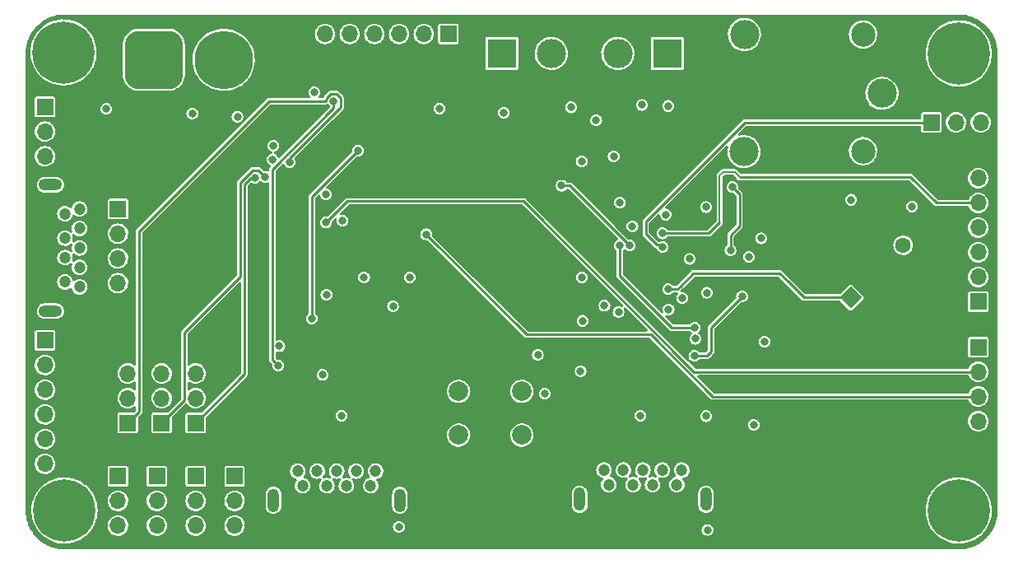
<source format=gbr>
%TF.GenerationSoftware,KiCad,Pcbnew,(6.0.2)*%
%TF.CreationDate,2022-05-29T08:20:39+05:30*%
%TF.ProjectId,AIO,41494f2e-6b69-4636-9164-5f7063625858,rev?*%
%TF.SameCoordinates,Original*%
%TF.FileFunction,Copper,L3,Inr*%
%TF.FilePolarity,Positive*%
%FSLAX46Y46*%
G04 Gerber Fmt 4.6, Leading zero omitted, Abs format (unit mm)*
G04 Created by KiCad (PCBNEW (6.0.2)) date 2022-05-29 08:20:39*
%MOMM*%
%LPD*%
G01*
G04 APERTURE LIST*
G04 Aperture macros list*
%AMRoundRect*
0 Rectangle with rounded corners*
0 $1 Rounding radius*
0 $2 $3 $4 $5 $6 $7 $8 $9 X,Y pos of 4 corners*
0 Add a 4 corners polygon primitive as box body*
4,1,4,$2,$3,$4,$5,$6,$7,$8,$9,$2,$3,0*
0 Add four circle primitives for the rounded corners*
1,1,$1+$1,$2,$3*
1,1,$1+$1,$4,$5*
1,1,$1+$1,$6,$7*
1,1,$1+$1,$8,$9*
0 Add four rect primitives between the rounded corners*
20,1,$1+$1,$2,$3,$4,$5,0*
20,1,$1+$1,$4,$5,$6,$7,0*
20,1,$1+$1,$6,$7,$8,$9,0*
20,1,$1+$1,$8,$9,$2,$3,0*%
%AMRotRect*
0 Rectangle, with rotation*
0 The origin of the aperture is its center*
0 $1 length*
0 $2 width*
0 $3 Rotation angle, in degrees counterclockwise*
0 Add horizontal line*
21,1,$1,$2,0,0,$3*%
G04 Aperture macros list end*
%TA.AperFunction,ComponentPad*%
%ADD10R,1.700000X1.700000*%
%TD*%
%TA.AperFunction,ComponentPad*%
%ADD11O,1.700000X1.700000*%
%TD*%
%TA.AperFunction,ComponentPad*%
%ADD12R,3.000000X3.000000*%
%TD*%
%TA.AperFunction,ComponentPad*%
%ADD13C,3.000000*%
%TD*%
%TA.AperFunction,ComponentPad*%
%ADD14RoundRect,1.500000X-1.500000X-1.500000X1.500000X-1.500000X1.500000X1.500000X-1.500000X1.500000X0*%
%TD*%
%TA.AperFunction,ComponentPad*%
%ADD15C,6.000000*%
%TD*%
%TA.AperFunction,ComponentPad*%
%ADD16C,2.000000*%
%TD*%
%TA.AperFunction,ComponentPad*%
%ADD17C,0.800000*%
%TD*%
%TA.AperFunction,ComponentPad*%
%ADD18C,6.400000*%
%TD*%
%TA.AperFunction,ComponentPad*%
%ADD19C,1.200000*%
%TD*%
%TA.AperFunction,ComponentPad*%
%ADD20O,2.400000X1.200000*%
%TD*%
%TA.AperFunction,ComponentPad*%
%ADD21RotRect,1.600000X1.600000X45.000000*%
%TD*%
%TA.AperFunction,ComponentPad*%
%ADD22C,1.600000*%
%TD*%
%TA.AperFunction,ComponentPad*%
%ADD23C,2.500000*%
%TD*%
%TA.AperFunction,ComponentPad*%
%ADD24O,1.200000X2.400000*%
%TD*%
%TA.AperFunction,ViaPad*%
%ADD25C,0.800000*%
%TD*%
%TA.AperFunction,Conductor*%
%ADD26C,0.250000*%
%TD*%
%TA.AperFunction,Conductor*%
%ADD27C,0.200000*%
%TD*%
G04 APERTURE END LIST*
D10*
%TO.N,IR_6*%
%TO.C,J10*%
X117500000Y-127475000D03*
D11*
%TO.N,GND*%
X117500000Y-130015000D03*
%TO.N,+5V*%
X117500000Y-132555000D03*
%TD*%
D12*
%TO.N,+BATT*%
%TO.C,J3*%
X149000000Y-84000000D03*
D13*
%TO.N,Net-(J17-Pad2)*%
X154080000Y-84000000D03*
%TD*%
D10*
%TO.N,IR_5*%
%TO.C,J6*%
X113500000Y-127475000D03*
D11*
%TO.N,GND*%
X113500000Y-130015000D03*
%TO.N,+5V*%
X113500000Y-132555000D03*
%TD*%
D10*
%TO.N,RX_1*%
%TO.C,J9*%
X143500000Y-82000000D03*
D11*
%TO.N,RX_2*%
X140960000Y-82000000D03*
%TO.N,RX_3*%
X138420000Y-82000000D03*
%TO.N,RX_4*%
X135880000Y-82000000D03*
%TO.N,+5V*%
X133340000Y-82000000D03*
%TO.N,GND*%
X130800000Y-82000000D03*
%TD*%
D14*
%TO.N,GND*%
%TO.C,J5*%
X113180000Y-84660000D03*
D15*
%TO.N,Net-(J5-Pad2)*%
X120380000Y-84660000D03*
%TD*%
D16*
%TO.N,GND*%
%TO.C,SW2*%
X151050000Y-118750000D03*
X144550000Y-118750000D03*
%TO.N,RST*%
X151050000Y-123250000D03*
X144550000Y-123250000D03*
%TD*%
D17*
%TO.N,GND*%
%TO.C,H4*%
X194302944Y-132697056D03*
X194302944Y-129302944D03*
X196000000Y-128600000D03*
X198400000Y-131000000D03*
D18*
X196000000Y-131000000D03*
D17*
X197697056Y-129302944D03*
X197697056Y-132697056D03*
X193600000Y-131000000D03*
X196000000Y-133400000D03*
%TD*%
D10*
%TO.N,SCL_3v3*%
%TO.C,J18*%
X102000000Y-89500000D03*
D11*
%TO.N,SDA_3v3*%
X102000000Y-92040000D03*
%TO.N,GND*%
X102000000Y-94580000D03*
%TD*%
D17*
%TO.N,GND*%
%TO.C,H3*%
X105697056Y-129302944D03*
X104000000Y-128600000D03*
X101600000Y-131000000D03*
X104000000Y-133400000D03*
X102302944Y-129302944D03*
X102302944Y-132697056D03*
X105697056Y-132697056D03*
D18*
X104000000Y-131000000D03*
D17*
X106400000Y-131000000D03*
%TD*%
D19*
%TO.N,+5V*%
%TO.C,J1*%
X104050000Y-100500000D03*
%TO.N,unconnected-(J1-Pad2)*%
X104050000Y-103000000D03*
%TO.N,unconnected-(J1-Pad3)*%
X104050000Y-105000000D03*
%TO.N,GND*%
X104050000Y-107500000D03*
%TO.N,unconnected-(J1-Pad5)*%
X105550000Y-108000000D03*
%TO.N,unconnected-(J1-Pad6)*%
X105550000Y-106000000D03*
%TO.N,GND*%
X105550000Y-104000000D03*
%TO.N,unconnected-(J1-Pad8)*%
X105550000Y-102000000D03*
%TO.N,unconnected-(J1-Pad9)*%
X105550000Y-100000000D03*
D20*
%TO.N,GND*%
X102550000Y-110500000D03*
X102550000Y-97500000D03*
%TD*%
D10*
%TO.N,+5V*%
%TO.C,J15*%
X198000000Y-114200000D03*
D11*
%TO.N,trig*%
X198000000Y-116740000D03*
%TO.N,Echo*%
X198000000Y-119280000D03*
%TO.N,GND*%
X198000000Y-121820000D03*
%TD*%
D10*
%TO.N,RW_ENA*%
%TO.C,J12*%
X198000000Y-109540000D03*
D11*
%TO.N,RW_IN1*%
X198000000Y-107000000D03*
%TO.N,RW_IN2*%
X198000000Y-104460000D03*
%TO.N,RW_IN3*%
X198000000Y-101920000D03*
%TO.N,RW_IN4*%
X198000000Y-99380000D03*
%TO.N,RW_ENB*%
X198000000Y-96840000D03*
%TD*%
D17*
%TO.N,GND*%
%TO.C,H1*%
X198400000Y-84000000D03*
X194302944Y-85697056D03*
X197697056Y-85697056D03*
X196000000Y-81600000D03*
D18*
X196000000Y-84000000D03*
D17*
X193600000Y-84000000D03*
X197697056Y-82302944D03*
X194302944Y-82302944D03*
X196000000Y-86400000D03*
%TD*%
D10*
%TO.N,+5V*%
%TO.C,J19*%
X109500000Y-100000000D03*
D11*
%TO.N,SCL*%
X109500000Y-102540000D03*
%TO.N,SDA*%
X109500000Y-105080000D03*
%TO.N,GND*%
X109500000Y-107620000D03*
%TD*%
D10*
%TO.N,IR_3*%
%TO.C,J14*%
X117500000Y-122000000D03*
D11*
%TO.N,GND*%
X117500000Y-119460000D03*
%TO.N,+5V*%
X117500000Y-116920000D03*
%TD*%
D12*
%TO.N,+BATT*%
%TO.C,J17*%
X166000000Y-84000000D03*
D13*
%TO.N,Net-(J17-Pad2)*%
X160920000Y-84000000D03*
%TD*%
D21*
%TO.N,Net-(BZ1-Pad1)*%
%TO.C,BZ1*%
X184900000Y-109100000D03*
D22*
%TO.N,GND*%
X190274012Y-103725988D03*
%TD*%
D10*
%TO.N,SRV*%
%TO.C,J20*%
X193175000Y-91100000D03*
D11*
%TO.N,+5V*%
X195715000Y-91100000D03*
%TO.N,GND*%
X198255000Y-91100000D03*
%TD*%
D18*
%TO.N,GND*%
%TO.C,H2*%
X103900000Y-83900000D03*
D17*
X105597056Y-85597056D03*
X105597056Y-82202944D03*
X102202944Y-82202944D03*
X102202944Y-85597056D03*
X101500000Y-83900000D03*
X103900000Y-81500000D03*
X106300000Y-83900000D03*
X103900000Y-86300000D03*
%TD*%
D10*
%TO.N,IR_7*%
%TO.C,J13*%
X121500000Y-127475000D03*
D11*
%TO.N,GND*%
X121500000Y-130015000D03*
%TO.N,+5V*%
X121500000Y-132555000D03*
%TD*%
D10*
%TO.N,IR_4*%
%TO.C,J16*%
X109500000Y-127475000D03*
D11*
%TO.N,GND*%
X109500000Y-130015000D03*
%TO.N,+5V*%
X109500000Y-132555000D03*
%TD*%
D23*
%TO.N,+5V*%
%TO.C,K1*%
X186150000Y-94050000D03*
%TO.N,Net-(D6-Pad2)*%
X186150000Y-82050000D03*
D13*
%TO.N,GND*%
X188100000Y-88100000D03*
%TO.N,unconnected-(K1-PadNC)*%
X173900000Y-94100000D03*
%TO.N,Net-(J17-Pad2)*%
X173950000Y-82050000D03*
%TD*%
D10*
%TO.N,IR_2*%
%TO.C,J11*%
X114000000Y-122000000D03*
D11*
%TO.N,GND*%
X114000000Y-119460000D03*
%TO.N,+5V*%
X114000000Y-116920000D03*
%TD*%
D19*
%TO.N,Net-(D8-Pad2)*%
%TO.C,J4*%
X128500000Y-128450000D03*
%TO.N,Net-(J4-Pad2)*%
X131000000Y-128450000D03*
%TO.N,Net-(J4-Pad3)*%
X133000000Y-128450000D03*
%TO.N,GND*%
X135500000Y-128450000D03*
%TO.N,unconnected-(J4-Pad5)*%
X136000000Y-126950000D03*
%TO.N,unconnected-(J4-Pad6)*%
X134000000Y-126950000D03*
%TO.N,GND*%
X132000000Y-126950000D03*
%TO.N,unconnected-(J4-Pad8)*%
X130000000Y-126950000D03*
%TO.N,unconnected-(J4-Pad9)*%
X128000000Y-126950000D03*
D24*
%TO.N,GND*%
X125500000Y-129950000D03*
X138500000Y-129950000D03*
%TD*%
D19*
%TO.N,Net-(D1-Pad2)*%
%TO.C,J2*%
X160000000Y-128350000D03*
%TO.N,Net-(J2-Pad2)*%
X162500000Y-128350000D03*
%TO.N,Net-(J2-Pad3)*%
X164500000Y-128350000D03*
%TO.N,GND*%
X167000000Y-128350000D03*
%TO.N,unconnected-(J2-Pad5)*%
X167500000Y-126850000D03*
%TO.N,unconnected-(J2-Pad6)*%
X165500000Y-126850000D03*
%TO.N,GND*%
X163500000Y-126850000D03*
%TO.N,unconnected-(J2-Pad8)*%
X161500000Y-126850000D03*
%TO.N,unconnected-(J2-Pad9)*%
X159500000Y-126850000D03*
D24*
%TO.N,GND*%
X170000000Y-129850000D03*
X157000000Y-129850000D03*
%TD*%
D10*
%TO.N,FW_ENA*%
%TO.C,J8*%
X102000000Y-113500000D03*
D11*
%TO.N,FW_IN1*%
X102000000Y-116040000D03*
%TO.N,FW_IN2*%
X102000000Y-118580000D03*
%TO.N,FW_IN3*%
X102000000Y-121120000D03*
%TO.N,FW_IN4*%
X102000000Y-123660000D03*
%TO.N,FW_ENB*%
X102000000Y-126200000D03*
%TD*%
D10*
%TO.N,IR_1*%
%TO.C,J7*%
X110500000Y-122000000D03*
D11*
%TO.N,GND*%
X110500000Y-119460000D03*
%TO.N,+5V*%
X110500000Y-116920000D03*
%TD*%
D25*
%TO.N,+5V*%
X170074500Y-108610000D03*
X153400000Y-119000000D03*
X125400000Y-94900000D03*
X170000000Y-121300000D03*
X149200000Y-90100000D03*
X132600000Y-101200000D03*
X130537011Y-117062989D03*
X157225000Y-107025000D03*
X134825000Y-107025000D03*
X139525000Y-107025000D03*
X162425489Y-101774511D03*
X176000000Y-113650000D03*
X138400000Y-132700000D03*
X170150000Y-133000000D03*
%TO.N,+3V3*%
X105300000Y-95700000D03*
X177100000Y-120800000D03*
X116500000Y-94700000D03*
X110100000Y-91000000D03*
X137600000Y-122000000D03*
%TO.N,Net-(C6-Pad1)*%
X152700000Y-115000000D03*
%TO.N,RST*%
X157300000Y-111500000D03*
X130900000Y-98500000D03*
X161150000Y-99350000D03*
%TO.N,Net-(C7-Pad1)*%
X126100000Y-114100000D03*
%TO.N,Net-(D4-Pad2)*%
X142575000Y-89675000D03*
%TO.N,Net-(D5-Pad2)*%
X156100000Y-89550000D03*
%TO.N,Net-(D6-Pad2)*%
X184925000Y-99050000D03*
%TO.N,Net-(D7-Pad2)*%
X191200000Y-99750000D03*
%TO.N,Net-(D9-Pad2)*%
X168900000Y-113350000D03*
%TO.N,Net-(D11-Pad2)*%
X174900000Y-122200000D03*
%TO.N,Net-(D13-Pad2)*%
X137800000Y-110000000D03*
%TO.N,Net-(D14-Pad2)*%
X174400000Y-104900000D03*
%TO.N,Net-(J2-Pad2)*%
X163250000Y-121250000D03*
%TO.N,Net-(J4-Pad2)*%
X132500000Y-121250000D03*
%TO.N,IR_1*%
X127174606Y-95174606D03*
%TO.N,FW_ENA*%
X158700000Y-90875500D03*
%TO.N,FW_IN1*%
X160500000Y-94600000D03*
%TO.N,FW_IN2*%
X157200000Y-95100000D03*
%TO.N,FW_IN3*%
X162150000Y-103750000D03*
X155150000Y-97600000D03*
%TO.N,FW_IN4*%
X161000000Y-110600000D03*
%TO.N,FW_ENB*%
X159550000Y-109950000D03*
%TO.N,IR_2*%
X124650989Y-96700000D03*
%TO.N,RW_ENA*%
X161100000Y-103750000D03*
X168850000Y-112200978D03*
%TO.N,RW_IN1*%
X167550000Y-109152956D03*
%TO.N,RW_IN2*%
X168340000Y-105130000D03*
%TO.N,RW_IN3*%
X165850000Y-100575000D03*
%TO.N,RW_IN4*%
X165500000Y-102500000D03*
%TO.N,RW_ENB*%
X166150000Y-110350000D03*
%TO.N,IR_3*%
X123600000Y-96800000D03*
%TO.N,trig*%
X130900000Y-101400000D03*
%TO.N,Echo*%
X141200000Y-102600000D03*
%TO.N,SDA_3v3*%
X108300000Y-89700000D03*
%TO.N,SDA*%
X166100000Y-89400000D03*
X121800000Y-90500000D03*
X129700000Y-88000000D03*
%TO.N,SCL*%
X163400000Y-89300000D03*
X117150000Y-90199989D03*
X125500000Y-93500000D03*
%TO.N,kill_switch*%
X175659482Y-103015712D03*
%TO.N,RX_D*%
X172700000Y-97750000D03*
X172516809Y-104258593D03*
%TO.N,TX_D*%
X173706246Y-109006246D03*
X157100000Y-116700000D03*
X168800000Y-115100000D03*
%TO.N,RX_S*%
X134200000Y-94000000D03*
X129450000Y-111250000D03*
%TO.N,TX_S*%
X126000000Y-116100000D03*
X131700000Y-88900000D03*
%TO.N,Stat_led_S*%
X130950000Y-108800000D03*
%TO.N,Stat_led_D*%
X170000000Y-99800000D03*
%TO.N,SRV*%
X165550000Y-103930000D03*
%TO.N,Net-(BZ1-Pad1)*%
X166100000Y-108250000D03*
%TD*%
D26*
%TO.N,IR_1*%
X132424511Y-89535821D02*
X127174606Y-94785726D01*
X132000103Y-88175489D02*
X132424511Y-88599897D01*
X132424511Y-88599897D02*
X132424511Y-89535821D01*
X130975489Y-88599897D02*
X131399897Y-88175489D01*
X111674511Y-102300875D02*
X125050875Y-88924511D01*
X111674511Y-120825489D02*
X111674511Y-102300875D01*
X127174606Y-94785726D02*
X127174606Y-95174606D01*
X110500000Y-122000000D02*
X111674511Y-120825489D01*
X125050875Y-88924511D02*
X130075489Y-88924511D01*
X130975489Y-88774511D02*
X130975489Y-88599897D01*
X130075489Y-88924511D02*
X130825489Y-88924511D01*
X131399897Y-88175489D02*
X132000103Y-88175489D01*
X130825489Y-88924511D02*
X130975489Y-88774511D01*
%TO.N,FW_IN3*%
X162150000Y-103750000D02*
X156000000Y-97600000D01*
X156000000Y-97600000D02*
X155150000Y-97600000D01*
%TO.N,IR_2*%
X116325489Y-112744100D02*
X122074991Y-106994598D01*
X114000000Y-122000000D02*
X116325489Y-119674511D01*
X122074991Y-106994598D02*
X122074991Y-97300395D01*
X123350881Y-96024505D02*
X123975495Y-96024505D01*
X116325489Y-119674511D02*
X116325489Y-112744100D01*
X123975495Y-96024505D02*
X124650989Y-96700000D01*
X122074991Y-97300395D02*
X123350881Y-96024505D01*
%TO.N,RW_ENA*%
X161100000Y-106864282D02*
X161100000Y-103750000D01*
X166436696Y-112200978D02*
X161100000Y-106864282D01*
X168850000Y-112200978D02*
X166436696Y-112200978D01*
%TO.N,RW_IN4*%
X193680000Y-99380000D02*
X198000000Y-99380000D01*
D27*
X171750000Y-96200000D02*
X171400000Y-96550000D01*
D26*
X170300000Y-102500000D02*
X171400000Y-101400000D01*
X191000000Y-96700000D02*
X193680000Y-99380000D01*
D27*
X172950000Y-96200000D02*
X171750000Y-96200000D01*
D26*
X173450000Y-96700000D02*
X191000000Y-96700000D01*
D27*
X171400000Y-96550000D02*
X171400000Y-101400000D01*
X173450000Y-96700000D02*
X172950000Y-96200000D01*
D26*
X165500000Y-102500000D02*
X170300000Y-102500000D01*
%TO.N,IR_3*%
X122524511Y-116975489D02*
X122524511Y-97875489D01*
X117500000Y-122000000D02*
X122524511Y-116975489D01*
X122530552Y-97480552D02*
X122524511Y-97486593D01*
X123600000Y-96800000D02*
X123211104Y-96800000D01*
X122524511Y-97486593D02*
X122524511Y-98550000D01*
X123211104Y-96800000D02*
X122530552Y-97480552D01*
%TO.N,trig*%
X198000000Y-116740000D02*
X168775718Y-116740000D01*
X150050000Y-99200000D02*
X133100000Y-99200000D01*
X168775718Y-116740000D02*
X151235718Y-99200000D01*
X133100000Y-99200000D02*
X130900000Y-101400000D01*
X151235718Y-99200000D02*
X150050000Y-99200000D01*
%TO.N,Echo*%
X151525500Y-112925500D02*
X164325500Y-112925500D01*
X170680000Y-119280000D02*
X198000000Y-119280000D01*
X141200000Y-102600000D02*
X151525500Y-112925500D01*
X164325500Y-112925500D02*
X170680000Y-119280000D01*
%TO.N,RX_D*%
X172700000Y-97750000D02*
X173450000Y-98500000D01*
X172516809Y-102683191D02*
X172516809Y-104258593D01*
X173450000Y-101750000D02*
X172516809Y-102683191D01*
X173450000Y-98500000D02*
X173450000Y-101750000D01*
%TO.N,TX_D*%
X168800000Y-115100000D02*
X170100000Y-115100000D01*
X170500000Y-112212492D02*
X173706246Y-109006246D01*
X170100000Y-115100000D02*
X170500000Y-114700000D01*
X170500000Y-114700000D02*
X170500000Y-112212492D01*
%TO.N,RX_S*%
X129450000Y-98750000D02*
X134200000Y-94000000D01*
X129450000Y-111250000D02*
X129450000Y-98750000D01*
%TO.N,TX_S*%
X125375489Y-95949125D02*
X131700000Y-89624614D01*
X126000000Y-116100000D02*
X125375489Y-115475489D01*
X131700000Y-89624614D02*
X131700000Y-88900000D01*
X125375489Y-115475489D02*
X125375489Y-95949125D01*
%TO.N,SRV*%
X163800000Y-101300000D02*
X163800000Y-102592052D01*
X193175000Y-91100000D02*
X174000000Y-91100000D01*
X174000000Y-91100000D02*
X163800000Y-101300000D01*
X163800000Y-102592052D02*
X164898974Y-103691026D01*
X165550000Y-103930000D02*
X165311026Y-103691026D01*
X165311026Y-103691026D02*
X164898974Y-103691026D01*
%TO.N,Net-(BZ1-Pad1)*%
X167050000Y-108250000D02*
X166100000Y-108250000D01*
X180050000Y-109100000D02*
X184900000Y-109100000D01*
X180050000Y-109100000D02*
X178450000Y-107500000D01*
X170000000Y-106600000D02*
X169450000Y-106600000D01*
X177550000Y-106600000D02*
X170000000Y-106600000D01*
X178450000Y-107500000D02*
X177550000Y-106600000D01*
X169450000Y-106600000D02*
X168700000Y-106600000D01*
X168700000Y-106600000D02*
X167350000Y-107950000D01*
X167350000Y-107950000D02*
X167050000Y-108250000D01*
%TD*%
%TA.AperFunction,Conductor*%
%TO.N,+3V3*%
G36*
X150452563Y-79999882D02*
G01*
X195997083Y-80000500D01*
X196002900Y-80000634D01*
X196033672Y-80002057D01*
X196172757Y-80008487D01*
X196173104Y-80008504D01*
X196369673Y-80018161D01*
X196380897Y-80019217D01*
X196434372Y-80026676D01*
X196562906Y-80044606D01*
X196563766Y-80044730D01*
X196641186Y-80056214D01*
X196747155Y-80071934D01*
X196757514Y-80073917D01*
X196938439Y-80116470D01*
X196940206Y-80116899D01*
X197117770Y-80161376D01*
X197127197Y-80164132D01*
X197186966Y-80184164D01*
X197304328Y-80223500D01*
X197306699Y-80224321D01*
X197478169Y-80285674D01*
X197486585Y-80289033D01*
X197657987Y-80364714D01*
X197660909Y-80366050D01*
X197713868Y-80391098D01*
X197825048Y-80443683D01*
X197832487Y-80447509D01*
X197996377Y-80538795D01*
X197999842Y-80540797D01*
X198155297Y-80633974D01*
X198161727Y-80638098D01*
X198316665Y-80744233D01*
X198320515Y-80746978D01*
X198387140Y-80796389D01*
X198465957Y-80854844D01*
X198471354Y-80859081D01*
X198615926Y-80979131D01*
X198620017Y-80982681D01*
X198731738Y-81083939D01*
X198754163Y-81104264D01*
X198758641Y-81108529D01*
X198891471Y-81241359D01*
X198895736Y-81245837D01*
X199017319Y-81379983D01*
X199020869Y-81384074D01*
X199140919Y-81528646D01*
X199145156Y-81534043D01*
X199187297Y-81590864D01*
X199253022Y-81679485D01*
X199255767Y-81683335D01*
X199361902Y-81838273D01*
X199366026Y-81844703D01*
X199459203Y-82000158D01*
X199461205Y-82003623D01*
X199552491Y-82167513D01*
X199556317Y-82174952D01*
X199597682Y-82262409D01*
X199614773Y-82298544D01*
X199633937Y-82339063D01*
X199635286Y-82342013D01*
X199710967Y-82513415D01*
X199714326Y-82521831D01*
X199770191Y-82677964D01*
X199775673Y-82693284D01*
X199776500Y-82695673D01*
X199811341Y-82799623D01*
X199835868Y-82872803D01*
X199838624Y-82882230D01*
X199883101Y-83059794D01*
X199883530Y-83061561D01*
X199926083Y-83242486D01*
X199928066Y-83252845D01*
X199935427Y-83302465D01*
X199954650Y-83432050D01*
X199955253Y-83436116D01*
X199955394Y-83437093D01*
X199968662Y-83532209D01*
X199980783Y-83619103D01*
X199981839Y-83630327D01*
X199991496Y-83826896D01*
X199991514Y-83827260D01*
X199999366Y-83997099D01*
X199999500Y-84002918D01*
X199999500Y-130997082D01*
X199999366Y-131002901D01*
X199996957Y-131055018D01*
X199991516Y-131172698D01*
X199991496Y-131173104D01*
X199981839Y-131369673D01*
X199980783Y-131380897D01*
X199978849Y-131394765D01*
X199961643Y-131518114D01*
X199955409Y-131562802D01*
X199955253Y-131563884D01*
X199928066Y-131747155D01*
X199926083Y-131757514D01*
X199883530Y-131938439D01*
X199883101Y-131940206D01*
X199838624Y-132117770D01*
X199835868Y-132127197D01*
X199776506Y-132304310D01*
X199775679Y-132306699D01*
X199714326Y-132478169D01*
X199710967Y-132486585D01*
X199667745Y-132584474D01*
X199635299Y-132657958D01*
X199633950Y-132660909D01*
X199606672Y-132718583D01*
X199556317Y-132825048D01*
X199552491Y-132832487D01*
X199461205Y-132996377D01*
X199459203Y-132999842D01*
X199366026Y-133155297D01*
X199361902Y-133161727D01*
X199255767Y-133316665D01*
X199253022Y-133320515D01*
X199243333Y-133333580D01*
X199145156Y-133465957D01*
X199140919Y-133471354D01*
X199020869Y-133615926D01*
X199017319Y-133620017D01*
X198904293Y-133744722D01*
X198895736Y-133754163D01*
X198891471Y-133758641D01*
X198758641Y-133891471D01*
X198754163Y-133895736D01*
X198620017Y-134017319D01*
X198615926Y-134020869D01*
X198471354Y-134140919D01*
X198465957Y-134145156D01*
X198387140Y-134203611D01*
X198320515Y-134253022D01*
X198316665Y-134255767D01*
X198161727Y-134361902D01*
X198155297Y-134366026D01*
X197999842Y-134459203D01*
X197996377Y-134461205D01*
X197832487Y-134552491D01*
X197825048Y-134556317D01*
X197718583Y-134606672D01*
X197660909Y-134633950D01*
X197657987Y-134635286D01*
X197486585Y-134710967D01*
X197478169Y-134714326D01*
X197306699Y-134775679D01*
X197304328Y-134776500D01*
X197186966Y-134815836D01*
X197127197Y-134835868D01*
X197117770Y-134838624D01*
X196940206Y-134883101D01*
X196938439Y-134883530D01*
X196757514Y-134926083D01*
X196747155Y-134928066D01*
X196641186Y-134943786D01*
X196563766Y-134955270D01*
X196562906Y-134955394D01*
X196434372Y-134973324D01*
X196380897Y-134980783D01*
X196369673Y-134981839D01*
X196175940Y-134991357D01*
X196172762Y-134991513D01*
X196002901Y-134999366D01*
X195997082Y-134999500D01*
X104002918Y-134999500D01*
X103997099Y-134999366D01*
X103827238Y-134991513D01*
X103824060Y-134991357D01*
X103630327Y-134981839D01*
X103619103Y-134980783D01*
X103565628Y-134973324D01*
X103437094Y-134955394D01*
X103436234Y-134955270D01*
X103358814Y-134943786D01*
X103252845Y-134928066D01*
X103242486Y-134926083D01*
X103061561Y-134883530D01*
X103059794Y-134883101D01*
X102882230Y-134838624D01*
X102872803Y-134835868D01*
X102813034Y-134815836D01*
X102695672Y-134776500D01*
X102693301Y-134775679D01*
X102521831Y-134714326D01*
X102513415Y-134710967D01*
X102342013Y-134635286D01*
X102339091Y-134633950D01*
X102281417Y-134606672D01*
X102174952Y-134556317D01*
X102167513Y-134552491D01*
X102003623Y-134461205D01*
X102000158Y-134459203D01*
X101844703Y-134366026D01*
X101838273Y-134361902D01*
X101683335Y-134255767D01*
X101679485Y-134253022D01*
X101612860Y-134203611D01*
X101534043Y-134145156D01*
X101528646Y-134140919D01*
X101384074Y-134020869D01*
X101379983Y-134017319D01*
X101245837Y-133895736D01*
X101241359Y-133891471D01*
X101108529Y-133758641D01*
X101104264Y-133754163D01*
X101095707Y-133744722D01*
X100982681Y-133620017D01*
X100979131Y-133615926D01*
X100859081Y-133471354D01*
X100854844Y-133465957D01*
X100756667Y-133333580D01*
X100746978Y-133320515D01*
X100744233Y-133316665D01*
X100638098Y-133161727D01*
X100633974Y-133155297D01*
X100540797Y-132999842D01*
X100538795Y-132996377D01*
X100447509Y-132832487D01*
X100443683Y-132825048D01*
X100393328Y-132718583D01*
X100366050Y-132660909D01*
X100364701Y-132657958D01*
X100332255Y-132584474D01*
X100289033Y-132486585D01*
X100285674Y-132478169D01*
X100224321Y-132306699D01*
X100223494Y-132304310D01*
X100164132Y-132127197D01*
X100161376Y-132117770D01*
X100116899Y-131940206D01*
X100116470Y-131938439D01*
X100073917Y-131757514D01*
X100071934Y-131747155D01*
X100044747Y-131563884D01*
X100044591Y-131562802D01*
X100038358Y-131518114D01*
X100021151Y-131394765D01*
X100019217Y-131380897D01*
X100018161Y-131369673D01*
X100008504Y-131173104D01*
X100008484Y-131172698D01*
X100003044Y-131055018D01*
X100000634Y-131002901D01*
X100000500Y-130997082D01*
X100000500Y-130988113D01*
X100594527Y-130988113D01*
X100613162Y-131355971D01*
X100613699Y-131359326D01*
X100613700Y-131359332D01*
X100639883Y-131522799D01*
X100671416Y-131719665D01*
X100768608Y-132074941D01*
X100844142Y-132266695D01*
X100895534Y-132397159D01*
X100903602Y-132417642D01*
X100905185Y-132420657D01*
X101056142Y-132708188D01*
X101074817Y-132743759D01*
X101076718Y-132746588D01*
X101076724Y-132746598D01*
X101243787Y-132995211D01*
X101280252Y-133049477D01*
X101517502Y-133331221D01*
X101600187Y-133410237D01*
X101781329Y-133583341D01*
X101781336Y-133583347D01*
X101783792Y-133585694D01*
X102076008Y-133809919D01*
X102390731Y-134001274D01*
X102724279Y-134157519D01*
X102727497Y-134158621D01*
X102727500Y-134158622D01*
X103069528Y-134275725D01*
X103069536Y-134275727D01*
X103072751Y-134276828D01*
X103432070Y-134357804D01*
X103504234Y-134366026D01*
X103794650Y-134399115D01*
X103794658Y-134399115D01*
X103798033Y-134399500D01*
X103801437Y-134399518D01*
X103801440Y-134399518D01*
X104001074Y-134400563D01*
X104166358Y-134401428D01*
X104169744Y-134401078D01*
X104169746Y-134401078D01*
X104529345Y-134363918D01*
X104529354Y-134363917D01*
X104532737Y-134363567D01*
X104536070Y-134362853D01*
X104536073Y-134362852D01*
X104713489Y-134324817D01*
X104892884Y-134286358D01*
X105242586Y-134170705D01*
X105577752Y-134017961D01*
X105682669Y-133955666D01*
X105891516Y-133831662D01*
X105891521Y-133831659D01*
X105894461Y-133829913D01*
X105921091Y-133809919D01*
X106186276Y-133610812D01*
X106189009Y-133608760D01*
X106457950Y-133357089D01*
X106650436Y-133133305D01*
X106695919Y-133080426D01*
X106695920Y-133080424D01*
X106698138Y-133077846D01*
X106715838Y-133052093D01*
X106762400Y-132984344D01*
X106906762Y-132774295D01*
X106908374Y-132771301D01*
X106908379Y-132771293D01*
X107032776Y-132540262D01*
X108444520Y-132540262D01*
X108461759Y-132745553D01*
X108463458Y-132751478D01*
X108493648Y-132856762D01*
X108518544Y-132943586D01*
X108521359Y-132949063D01*
X108521360Y-132949066D01*
X108586101Y-133075038D01*
X108612712Y-133126818D01*
X108740677Y-133288270D01*
X108745370Y-133292264D01*
X108745371Y-133292265D01*
X108824275Y-133359417D01*
X108897564Y-133421791D01*
X109077398Y-133522297D01*
X109172238Y-133553112D01*
X109267471Y-133584056D01*
X109267475Y-133584057D01*
X109273329Y-133585959D01*
X109477894Y-133610351D01*
X109484029Y-133609879D01*
X109484031Y-133609879D01*
X109540039Y-133605569D01*
X109683300Y-133594546D01*
X109689230Y-133592890D01*
X109689232Y-133592890D01*
X109875797Y-133540800D01*
X109875796Y-133540800D01*
X109881725Y-133539145D01*
X109887214Y-133536372D01*
X109887220Y-133536370D01*
X110060116Y-133449033D01*
X110065610Y-133446258D01*
X110088619Y-133428282D01*
X110212851Y-133331221D01*
X110227951Y-133319424D01*
X110236611Y-133309392D01*
X110358540Y-133168134D01*
X110358540Y-133168133D01*
X110362564Y-133163472D01*
X110383387Y-133126818D01*
X110411206Y-133077846D01*
X110464323Y-132984344D01*
X110529351Y-132788863D01*
X110555171Y-132584474D01*
X110555583Y-132555000D01*
X110554138Y-132540262D01*
X112444520Y-132540262D01*
X112461759Y-132745553D01*
X112463458Y-132751478D01*
X112493648Y-132856762D01*
X112518544Y-132943586D01*
X112521359Y-132949063D01*
X112521360Y-132949066D01*
X112586101Y-133075038D01*
X112612712Y-133126818D01*
X112740677Y-133288270D01*
X112745370Y-133292264D01*
X112745371Y-133292265D01*
X112824275Y-133359417D01*
X112897564Y-133421791D01*
X113077398Y-133522297D01*
X113172238Y-133553112D01*
X113267471Y-133584056D01*
X113267475Y-133584057D01*
X113273329Y-133585959D01*
X113477894Y-133610351D01*
X113484029Y-133609879D01*
X113484031Y-133609879D01*
X113540039Y-133605569D01*
X113683300Y-133594546D01*
X113689230Y-133592890D01*
X113689232Y-133592890D01*
X113875797Y-133540800D01*
X113875796Y-133540800D01*
X113881725Y-133539145D01*
X113887214Y-133536372D01*
X113887220Y-133536370D01*
X114060116Y-133449033D01*
X114065610Y-133446258D01*
X114088619Y-133428282D01*
X114212851Y-133331221D01*
X114227951Y-133319424D01*
X114236611Y-133309392D01*
X114358540Y-133168134D01*
X114358540Y-133168133D01*
X114362564Y-133163472D01*
X114383387Y-133126818D01*
X114411206Y-133077846D01*
X114464323Y-132984344D01*
X114529351Y-132788863D01*
X114555171Y-132584474D01*
X114555583Y-132555000D01*
X114554138Y-132540262D01*
X116444520Y-132540262D01*
X116461759Y-132745553D01*
X116463458Y-132751478D01*
X116493648Y-132856762D01*
X116518544Y-132943586D01*
X116521359Y-132949063D01*
X116521360Y-132949066D01*
X116586101Y-133075038D01*
X116612712Y-133126818D01*
X116740677Y-133288270D01*
X116745370Y-133292264D01*
X116745371Y-133292265D01*
X116824275Y-133359417D01*
X116897564Y-133421791D01*
X117077398Y-133522297D01*
X117172238Y-133553112D01*
X117267471Y-133584056D01*
X117267475Y-133584057D01*
X117273329Y-133585959D01*
X117477894Y-133610351D01*
X117484029Y-133609879D01*
X117484031Y-133609879D01*
X117540039Y-133605569D01*
X117683300Y-133594546D01*
X117689230Y-133592890D01*
X117689232Y-133592890D01*
X117875797Y-133540800D01*
X117875796Y-133540800D01*
X117881725Y-133539145D01*
X117887214Y-133536372D01*
X117887220Y-133536370D01*
X118060116Y-133449033D01*
X118065610Y-133446258D01*
X118088619Y-133428282D01*
X118212851Y-133331221D01*
X118227951Y-133319424D01*
X118236611Y-133309392D01*
X118358540Y-133168134D01*
X118358540Y-133168133D01*
X118362564Y-133163472D01*
X118383387Y-133126818D01*
X118411206Y-133077846D01*
X118464323Y-132984344D01*
X118529351Y-132788863D01*
X118555171Y-132584474D01*
X118555583Y-132555000D01*
X118554138Y-132540262D01*
X120444520Y-132540262D01*
X120461759Y-132745553D01*
X120463458Y-132751478D01*
X120493648Y-132856762D01*
X120518544Y-132943586D01*
X120521359Y-132949063D01*
X120521360Y-132949066D01*
X120586101Y-133075038D01*
X120612712Y-133126818D01*
X120740677Y-133288270D01*
X120745370Y-133292264D01*
X120745371Y-133292265D01*
X120824275Y-133359417D01*
X120897564Y-133421791D01*
X121077398Y-133522297D01*
X121172238Y-133553112D01*
X121267471Y-133584056D01*
X121267475Y-133584057D01*
X121273329Y-133585959D01*
X121477894Y-133610351D01*
X121484029Y-133609879D01*
X121484031Y-133609879D01*
X121540039Y-133605569D01*
X121683300Y-133594546D01*
X121689230Y-133592890D01*
X121689232Y-133592890D01*
X121875797Y-133540800D01*
X121875796Y-133540800D01*
X121881725Y-133539145D01*
X121887214Y-133536372D01*
X121887220Y-133536370D01*
X122060116Y-133449033D01*
X122065610Y-133446258D01*
X122088619Y-133428282D01*
X122212851Y-133331221D01*
X122227951Y-133319424D01*
X122236611Y-133309392D01*
X122358540Y-133168134D01*
X122358540Y-133168133D01*
X122362564Y-133163472D01*
X122383387Y-133126818D01*
X122411206Y-133077846D01*
X122464323Y-132984344D01*
X122529351Y-132788863D01*
X122540577Y-132700000D01*
X137794318Y-132700000D01*
X137814956Y-132856762D01*
X137875464Y-133002841D01*
X137971718Y-133128282D01*
X138097159Y-133224536D01*
X138243238Y-133285044D01*
X138400000Y-133305682D01*
X138408188Y-133304604D01*
X138421580Y-133302841D01*
X138556762Y-133285044D01*
X138702841Y-133224536D01*
X138828282Y-133128282D01*
X138924536Y-133002841D01*
X138925713Y-133000000D01*
X169544318Y-133000000D01*
X169564956Y-133156762D01*
X169625464Y-133302841D01*
X169721718Y-133428282D01*
X169847159Y-133524536D01*
X169993238Y-133585044D01*
X170150000Y-133605682D01*
X170158188Y-133604604D01*
X170298574Y-133586122D01*
X170306762Y-133585044D01*
X170452841Y-133524536D01*
X170578282Y-133428282D01*
X170674536Y-133302841D01*
X170735044Y-133156762D01*
X170755682Y-133000000D01*
X170735044Y-132843238D01*
X170674536Y-132697159D01*
X170578282Y-132571718D01*
X170551926Y-132551494D01*
X170529305Y-132534137D01*
X170452841Y-132475464D01*
X170306762Y-132414956D01*
X170150000Y-132394318D01*
X169993238Y-132414956D01*
X169847159Y-132475464D01*
X169770695Y-132534137D01*
X169748075Y-132551494D01*
X169721718Y-132571718D01*
X169625464Y-132697159D01*
X169564956Y-132843238D01*
X169544318Y-133000000D01*
X138925713Y-133000000D01*
X138985044Y-132856762D01*
X139005682Y-132700000D01*
X138987056Y-132558522D01*
X138986122Y-132551426D01*
X138985044Y-132543238D01*
X138924536Y-132397159D01*
X138828282Y-132271718D01*
X138702841Y-132175464D01*
X138556762Y-132114956D01*
X138400000Y-132094318D01*
X138243238Y-132114956D01*
X138097159Y-132175464D01*
X137971718Y-132271718D01*
X137875464Y-132397159D01*
X137814956Y-132543238D01*
X137813878Y-132551426D01*
X137812944Y-132558522D01*
X137794318Y-132700000D01*
X122540577Y-132700000D01*
X122555171Y-132584474D01*
X122555583Y-132555000D01*
X122535480Y-132349970D01*
X122475935Y-132152749D01*
X122379218Y-131970849D01*
X122305859Y-131880902D01*
X122252906Y-131815975D01*
X122252903Y-131815972D01*
X122249011Y-131811200D01*
X122231786Y-131796950D01*
X122095025Y-131683811D01*
X122095021Y-131683809D01*
X122090275Y-131679882D01*
X121909055Y-131581897D01*
X121712254Y-131520977D01*
X121706129Y-131520333D01*
X121706128Y-131520333D01*
X121513498Y-131500087D01*
X121513496Y-131500087D01*
X121507369Y-131499443D01*
X121420529Y-131507346D01*
X121308342Y-131517555D01*
X121308339Y-131517556D01*
X121302203Y-131518114D01*
X121104572Y-131576280D01*
X120922002Y-131671726D01*
X120917201Y-131675586D01*
X120917198Y-131675588D01*
X120842216Y-131735875D01*
X120761447Y-131800815D01*
X120629024Y-131958630D01*
X120626056Y-131964028D01*
X120626053Y-131964033D01*
X120544779Y-132111872D01*
X120529776Y-132139162D01*
X120467484Y-132335532D01*
X120466798Y-132341649D01*
X120466797Y-132341653D01*
X120454308Y-132453001D01*
X120444520Y-132540262D01*
X118554138Y-132540262D01*
X118535480Y-132349970D01*
X118475935Y-132152749D01*
X118379218Y-131970849D01*
X118305859Y-131880902D01*
X118252906Y-131815975D01*
X118252903Y-131815972D01*
X118249011Y-131811200D01*
X118231786Y-131796950D01*
X118095025Y-131683811D01*
X118095021Y-131683809D01*
X118090275Y-131679882D01*
X117909055Y-131581897D01*
X117712254Y-131520977D01*
X117706129Y-131520333D01*
X117706128Y-131520333D01*
X117513498Y-131500087D01*
X117513496Y-131500087D01*
X117507369Y-131499443D01*
X117420529Y-131507346D01*
X117308342Y-131517555D01*
X117308339Y-131517556D01*
X117302203Y-131518114D01*
X117104572Y-131576280D01*
X116922002Y-131671726D01*
X116917201Y-131675586D01*
X116917198Y-131675588D01*
X116842216Y-131735875D01*
X116761447Y-131800815D01*
X116629024Y-131958630D01*
X116626056Y-131964028D01*
X116626053Y-131964033D01*
X116544779Y-132111872D01*
X116529776Y-132139162D01*
X116467484Y-132335532D01*
X116466798Y-132341649D01*
X116466797Y-132341653D01*
X116454308Y-132453001D01*
X116444520Y-132540262D01*
X114554138Y-132540262D01*
X114535480Y-132349970D01*
X114475935Y-132152749D01*
X114379218Y-131970849D01*
X114305859Y-131880902D01*
X114252906Y-131815975D01*
X114252903Y-131815972D01*
X114249011Y-131811200D01*
X114231786Y-131796950D01*
X114095025Y-131683811D01*
X114095021Y-131683809D01*
X114090275Y-131679882D01*
X113909055Y-131581897D01*
X113712254Y-131520977D01*
X113706129Y-131520333D01*
X113706128Y-131520333D01*
X113513498Y-131500087D01*
X113513496Y-131500087D01*
X113507369Y-131499443D01*
X113420529Y-131507346D01*
X113308342Y-131517555D01*
X113308339Y-131517556D01*
X113302203Y-131518114D01*
X113104572Y-131576280D01*
X112922002Y-131671726D01*
X112917201Y-131675586D01*
X112917198Y-131675588D01*
X112842216Y-131735875D01*
X112761447Y-131800815D01*
X112629024Y-131958630D01*
X112626056Y-131964028D01*
X112626053Y-131964033D01*
X112544779Y-132111872D01*
X112529776Y-132139162D01*
X112467484Y-132335532D01*
X112466798Y-132341649D01*
X112466797Y-132341653D01*
X112454308Y-132453001D01*
X112444520Y-132540262D01*
X110554138Y-132540262D01*
X110535480Y-132349970D01*
X110475935Y-132152749D01*
X110379218Y-131970849D01*
X110305859Y-131880902D01*
X110252906Y-131815975D01*
X110252903Y-131815972D01*
X110249011Y-131811200D01*
X110231786Y-131796950D01*
X110095025Y-131683811D01*
X110095021Y-131683809D01*
X110090275Y-131679882D01*
X109909055Y-131581897D01*
X109712254Y-131520977D01*
X109706129Y-131520333D01*
X109706128Y-131520333D01*
X109513498Y-131500087D01*
X109513496Y-131500087D01*
X109507369Y-131499443D01*
X109420529Y-131507346D01*
X109308342Y-131517555D01*
X109308339Y-131517556D01*
X109302203Y-131518114D01*
X109104572Y-131576280D01*
X108922002Y-131671726D01*
X108917201Y-131675586D01*
X108917198Y-131675588D01*
X108842216Y-131735875D01*
X108761447Y-131800815D01*
X108629024Y-131958630D01*
X108626056Y-131964028D01*
X108626053Y-131964033D01*
X108544779Y-132111872D01*
X108529776Y-132139162D01*
X108467484Y-132335532D01*
X108466798Y-132341649D01*
X108466797Y-132341653D01*
X108454308Y-132453001D01*
X108444520Y-132540262D01*
X107032776Y-132540262D01*
X107064959Y-132480491D01*
X107081383Y-132449989D01*
X107219958Y-132108720D01*
X107223594Y-132095958D01*
X107303348Y-131815975D01*
X107320865Y-131754482D01*
X107350677Y-131580075D01*
X107382353Y-131394765D01*
X107382353Y-131394763D01*
X107382925Y-131391418D01*
X107383569Y-131380897D01*
X107404149Y-131044401D01*
X107405411Y-131023775D01*
X107405494Y-131000000D01*
X107385575Y-130632209D01*
X107326052Y-130268720D01*
X107251602Y-130000262D01*
X108444520Y-130000262D01*
X108461759Y-130205553D01*
X108518544Y-130403586D01*
X108521359Y-130409063D01*
X108521360Y-130409066D01*
X108568462Y-130500717D01*
X108612712Y-130586818D01*
X108740677Y-130748270D01*
X108897564Y-130881791D01*
X109077398Y-130982297D01*
X109172238Y-131013112D01*
X109267471Y-131044056D01*
X109267475Y-131044057D01*
X109273329Y-131045959D01*
X109477894Y-131070351D01*
X109484029Y-131069879D01*
X109484031Y-131069879D01*
X109540039Y-131065569D01*
X109683300Y-131054546D01*
X109689230Y-131052890D01*
X109689232Y-131052890D01*
X109875797Y-131000800D01*
X109875796Y-131000800D01*
X109881725Y-130999145D01*
X109887214Y-130996372D01*
X109887220Y-130996370D01*
X110019952Y-130929322D01*
X110065610Y-130906258D01*
X110076087Y-130898073D01*
X110223101Y-130783213D01*
X110227951Y-130779424D01*
X110348797Y-130639422D01*
X110358540Y-130628134D01*
X110358540Y-130628133D01*
X110362564Y-130623472D01*
X110383387Y-130586818D01*
X110430067Y-130504645D01*
X110464323Y-130444344D01*
X110529351Y-130248863D01*
X110555171Y-130044474D01*
X110555583Y-130015000D01*
X110554138Y-130000262D01*
X112444520Y-130000262D01*
X112461759Y-130205553D01*
X112518544Y-130403586D01*
X112521359Y-130409063D01*
X112521360Y-130409066D01*
X112568462Y-130500717D01*
X112612712Y-130586818D01*
X112740677Y-130748270D01*
X112897564Y-130881791D01*
X113077398Y-130982297D01*
X113172238Y-131013112D01*
X113267471Y-131044056D01*
X113267475Y-131044057D01*
X113273329Y-131045959D01*
X113477894Y-131070351D01*
X113484029Y-131069879D01*
X113484031Y-131069879D01*
X113540039Y-131065569D01*
X113683300Y-131054546D01*
X113689230Y-131052890D01*
X113689232Y-131052890D01*
X113875797Y-131000800D01*
X113875796Y-131000800D01*
X113881725Y-130999145D01*
X113887214Y-130996372D01*
X113887220Y-130996370D01*
X114019952Y-130929322D01*
X114065610Y-130906258D01*
X114076087Y-130898073D01*
X114223101Y-130783213D01*
X114227951Y-130779424D01*
X114348797Y-130639422D01*
X114358540Y-130628134D01*
X114358540Y-130628133D01*
X114362564Y-130623472D01*
X114383387Y-130586818D01*
X114430067Y-130504645D01*
X114464323Y-130444344D01*
X114529351Y-130248863D01*
X114555171Y-130044474D01*
X114555583Y-130015000D01*
X114554138Y-130000262D01*
X116444520Y-130000262D01*
X116461759Y-130205553D01*
X116518544Y-130403586D01*
X116521359Y-130409063D01*
X116521360Y-130409066D01*
X116568462Y-130500717D01*
X116612712Y-130586818D01*
X116740677Y-130748270D01*
X116897564Y-130881791D01*
X117077398Y-130982297D01*
X117172238Y-131013112D01*
X117267471Y-131044056D01*
X117267475Y-131044057D01*
X117273329Y-131045959D01*
X117477894Y-131070351D01*
X117484029Y-131069879D01*
X117484031Y-131069879D01*
X117540039Y-131065569D01*
X117683300Y-131054546D01*
X117689230Y-131052890D01*
X117689232Y-131052890D01*
X117875797Y-131000800D01*
X117875796Y-131000800D01*
X117881725Y-130999145D01*
X117887214Y-130996372D01*
X117887220Y-130996370D01*
X118019952Y-130929322D01*
X118065610Y-130906258D01*
X118076087Y-130898073D01*
X118223101Y-130783213D01*
X118227951Y-130779424D01*
X118348797Y-130639422D01*
X118358540Y-130628134D01*
X118358540Y-130628133D01*
X118362564Y-130623472D01*
X118383387Y-130586818D01*
X118430067Y-130504645D01*
X118464323Y-130444344D01*
X118529351Y-130248863D01*
X118555171Y-130044474D01*
X118555583Y-130015000D01*
X118554138Y-130000262D01*
X120444520Y-130000262D01*
X120461759Y-130205553D01*
X120518544Y-130403586D01*
X120521359Y-130409063D01*
X120521360Y-130409066D01*
X120568462Y-130500717D01*
X120612712Y-130586818D01*
X120740677Y-130748270D01*
X120897564Y-130881791D01*
X121077398Y-130982297D01*
X121172238Y-131013112D01*
X121267471Y-131044056D01*
X121267475Y-131044057D01*
X121273329Y-131045959D01*
X121477894Y-131070351D01*
X121484029Y-131069879D01*
X121484031Y-131069879D01*
X121540039Y-131065569D01*
X121683300Y-131054546D01*
X121689230Y-131052890D01*
X121689232Y-131052890D01*
X121875797Y-131000800D01*
X121875796Y-131000800D01*
X121881725Y-130999145D01*
X121887214Y-130996372D01*
X121887220Y-130996370D01*
X122019952Y-130929322D01*
X122065610Y-130906258D01*
X122076087Y-130898073D01*
X122223101Y-130783213D01*
X122227951Y-130779424D01*
X122348797Y-130639422D01*
X122358540Y-130628134D01*
X122358540Y-130628133D01*
X122362564Y-130623472D01*
X122378651Y-130595155D01*
X124699500Y-130595155D01*
X124714454Y-130728472D01*
X124716771Y-130735125D01*
X124716771Y-130735126D01*
X124739906Y-130801560D01*
X124773515Y-130898073D01*
X124777248Y-130904047D01*
X124777249Y-130904049D01*
X124814756Y-130964073D01*
X124868684Y-131050375D01*
X124897969Y-131079865D01*
X124990267Y-131172810D01*
X124990271Y-131172813D01*
X124995230Y-131177807D01*
X125001176Y-131181581D01*
X125001178Y-131181582D01*
X125053140Y-131214558D01*
X125146864Y-131274037D01*
X125166890Y-131281168D01*
X125309414Y-131331919D01*
X125309419Y-131331920D01*
X125316049Y-131334281D01*
X125323035Y-131335114D01*
X125323039Y-131335115D01*
X125450823Y-131350352D01*
X125494376Y-131355545D01*
X125501379Y-131354809D01*
X125501380Y-131354809D01*
X125665975Y-131337510D01*
X125665979Y-131337509D01*
X125672983Y-131336773D01*
X125687242Y-131331919D01*
X125836323Y-131281168D01*
X125836326Y-131281167D01*
X125842993Y-131278897D01*
X125857036Y-131270258D01*
X125989955Y-131188485D01*
X125995955Y-131184794D01*
X126000986Y-131179868D01*
X126000989Y-131179865D01*
X126063117Y-131119024D01*
X126124268Y-131059141D01*
X126129918Y-131050375D01*
X126217735Y-130914109D01*
X126221554Y-130908183D01*
X126230066Y-130884798D01*
X126280570Y-130746039D01*
X126280571Y-130746036D01*
X126282978Y-130739422D01*
X126297584Y-130623800D01*
X126300004Y-130604645D01*
X126300004Y-130604642D01*
X126300500Y-130600717D01*
X126300500Y-130595155D01*
X137699500Y-130595155D01*
X137714454Y-130728472D01*
X137716771Y-130735125D01*
X137716771Y-130735126D01*
X137739906Y-130801560D01*
X137773515Y-130898073D01*
X137777248Y-130904047D01*
X137777249Y-130904049D01*
X137814756Y-130964073D01*
X137868684Y-131050375D01*
X137897969Y-131079865D01*
X137990267Y-131172810D01*
X137990271Y-131172813D01*
X137995230Y-131177807D01*
X138001176Y-131181581D01*
X138001178Y-131181582D01*
X138053140Y-131214558D01*
X138146864Y-131274037D01*
X138166890Y-131281168D01*
X138309414Y-131331919D01*
X138309419Y-131331920D01*
X138316049Y-131334281D01*
X138323035Y-131335114D01*
X138323039Y-131335115D01*
X138450823Y-131350352D01*
X138494376Y-131355545D01*
X138501379Y-131354809D01*
X138501380Y-131354809D01*
X138665975Y-131337510D01*
X138665979Y-131337509D01*
X138672983Y-131336773D01*
X138687242Y-131331919D01*
X138836323Y-131281168D01*
X138836326Y-131281167D01*
X138842993Y-131278897D01*
X138857036Y-131270258D01*
X138989955Y-131188485D01*
X138995955Y-131184794D01*
X139000986Y-131179868D01*
X139000989Y-131179865D01*
X139063117Y-131119024D01*
X139124268Y-131059141D01*
X139129918Y-131050375D01*
X139217735Y-130914109D01*
X139221554Y-130908183D01*
X139230066Y-130884798D01*
X139280570Y-130746039D01*
X139280571Y-130746036D01*
X139282978Y-130739422D01*
X139297584Y-130623800D01*
X139300004Y-130604645D01*
X139300004Y-130604642D01*
X139300500Y-130600717D01*
X139300500Y-130495155D01*
X156199500Y-130495155D01*
X156214454Y-130628472D01*
X156273515Y-130798073D01*
X156368684Y-130950375D01*
X156419771Y-131001820D01*
X156490267Y-131072810D01*
X156490271Y-131072813D01*
X156495230Y-131077807D01*
X156501176Y-131081581D01*
X156501178Y-131081582D01*
X156553140Y-131114558D01*
X156646864Y-131174037D01*
X156663231Y-131179865D01*
X156809414Y-131231919D01*
X156809419Y-131231920D01*
X156816049Y-131234281D01*
X156823035Y-131235114D01*
X156823039Y-131235115D01*
X156950823Y-131250352D01*
X156994376Y-131255545D01*
X157001379Y-131254809D01*
X157001380Y-131254809D01*
X157165975Y-131237510D01*
X157165979Y-131237509D01*
X157172983Y-131236773D01*
X157187242Y-131231919D01*
X157336323Y-131181168D01*
X157336326Y-131181167D01*
X157342993Y-131178897D01*
X157352410Y-131173104D01*
X157489955Y-131088485D01*
X157495955Y-131084794D01*
X157500986Y-131079868D01*
X157500989Y-131079865D01*
X157563117Y-131019024D01*
X157624268Y-130959141D01*
X157629918Y-130950375D01*
X157717735Y-130814109D01*
X157721554Y-130808183D01*
X157730643Y-130783213D01*
X157780570Y-130646039D01*
X157780571Y-130646036D01*
X157782978Y-130639422D01*
X157800500Y-130500717D01*
X157800500Y-130495155D01*
X169199500Y-130495155D01*
X169214454Y-130628472D01*
X169273515Y-130798073D01*
X169368684Y-130950375D01*
X169419771Y-131001820D01*
X169490267Y-131072810D01*
X169490271Y-131072813D01*
X169495230Y-131077807D01*
X169501176Y-131081581D01*
X169501178Y-131081582D01*
X169553140Y-131114558D01*
X169646864Y-131174037D01*
X169663231Y-131179865D01*
X169809414Y-131231919D01*
X169809419Y-131231920D01*
X169816049Y-131234281D01*
X169823035Y-131235114D01*
X169823039Y-131235115D01*
X169950823Y-131250352D01*
X169994376Y-131255545D01*
X170001379Y-131254809D01*
X170001380Y-131254809D01*
X170165975Y-131237510D01*
X170165979Y-131237509D01*
X170172983Y-131236773D01*
X170187242Y-131231919D01*
X170336323Y-131181168D01*
X170336326Y-131181167D01*
X170342993Y-131178897D01*
X170352410Y-131173104D01*
X170489955Y-131088485D01*
X170495955Y-131084794D01*
X170500986Y-131079868D01*
X170500989Y-131079865D01*
X170563117Y-131019024D01*
X170594683Y-130988113D01*
X192594527Y-130988113D01*
X192613162Y-131355971D01*
X192613699Y-131359326D01*
X192613700Y-131359332D01*
X192639883Y-131522799D01*
X192671416Y-131719665D01*
X192768608Y-132074941D01*
X192844142Y-132266695D01*
X192895534Y-132397159D01*
X192903602Y-132417642D01*
X192905185Y-132420657D01*
X193056142Y-132708188D01*
X193074817Y-132743759D01*
X193076718Y-132746588D01*
X193076724Y-132746598D01*
X193243787Y-132995211D01*
X193280252Y-133049477D01*
X193517502Y-133331221D01*
X193600187Y-133410237D01*
X193781329Y-133583341D01*
X193781336Y-133583347D01*
X193783792Y-133585694D01*
X194076008Y-133809919D01*
X194390731Y-134001274D01*
X194724279Y-134157519D01*
X194727497Y-134158621D01*
X194727500Y-134158622D01*
X195069528Y-134275725D01*
X195069536Y-134275727D01*
X195072751Y-134276828D01*
X195432070Y-134357804D01*
X195504234Y-134366026D01*
X195794650Y-134399115D01*
X195794658Y-134399115D01*
X195798033Y-134399500D01*
X195801437Y-134399518D01*
X195801440Y-134399518D01*
X196001074Y-134400563D01*
X196166358Y-134401428D01*
X196169744Y-134401078D01*
X196169746Y-134401078D01*
X196529345Y-134363918D01*
X196529354Y-134363917D01*
X196532737Y-134363567D01*
X196536070Y-134362853D01*
X196536073Y-134362852D01*
X196713489Y-134324817D01*
X196892884Y-134286358D01*
X197242586Y-134170705D01*
X197577752Y-134017961D01*
X197682669Y-133955666D01*
X197891516Y-133831662D01*
X197891521Y-133831659D01*
X197894461Y-133829913D01*
X197921091Y-133809919D01*
X198186276Y-133610812D01*
X198189009Y-133608760D01*
X198457950Y-133357089D01*
X198650436Y-133133305D01*
X198695919Y-133080426D01*
X198695920Y-133080424D01*
X198698138Y-133077846D01*
X198715838Y-133052093D01*
X198762400Y-132984344D01*
X198906762Y-132774295D01*
X198908374Y-132771301D01*
X198908379Y-132771293D01*
X199064959Y-132480491D01*
X199081383Y-132449989D01*
X199219958Y-132108720D01*
X199223594Y-132095958D01*
X199303348Y-131815975D01*
X199320865Y-131754482D01*
X199350677Y-131580075D01*
X199382353Y-131394765D01*
X199382353Y-131394763D01*
X199382925Y-131391418D01*
X199383569Y-131380897D01*
X199404149Y-131044401D01*
X199405411Y-131023775D01*
X199405494Y-131000000D01*
X199385575Y-130632209D01*
X199326052Y-130268720D01*
X199227620Y-129913786D01*
X199224443Y-129905801D01*
X199092690Y-129574722D01*
X199091431Y-129571558D01*
X199016929Y-129430849D01*
X198920677Y-129249060D01*
X198920673Y-129249053D01*
X198919078Y-129246041D01*
X198725037Y-128959443D01*
X198714488Y-128943862D01*
X198714488Y-128943861D01*
X198712578Y-128941041D01*
X198474346Y-128660128D01*
X198207168Y-128406586D01*
X197914172Y-128183382D01*
X197911260Y-128181625D01*
X197911255Y-128181622D01*
X197601705Y-127994889D01*
X197601696Y-127994884D01*
X197598783Y-127993127D01*
X197595693Y-127991693D01*
X197595688Y-127991690D01*
X197356997Y-127880894D01*
X197264691Y-127838047D01*
X197261466Y-127836955D01*
X197261460Y-127836953D01*
X196919032Y-127721048D01*
X196919027Y-127721047D01*
X196915805Y-127719956D01*
X196659920Y-127663227D01*
X196559536Y-127640972D01*
X196559532Y-127640971D01*
X196556206Y-127640234D01*
X196382918Y-127621103D01*
X196193482Y-127600189D01*
X196193475Y-127600189D01*
X196190100Y-127599816D01*
X196186701Y-127599810D01*
X196186700Y-127599810D01*
X196012979Y-127599507D01*
X195821770Y-127599173D01*
X195684556Y-127613837D01*
X195458910Y-127637951D01*
X195458904Y-127637952D01*
X195455526Y-127638313D01*
X195095650Y-127716779D01*
X194746354Y-127833652D01*
X194743261Y-127835075D01*
X194743260Y-127835075D01*
X194711626Y-127849625D01*
X194411723Y-127987565D01*
X194408789Y-127989321D01*
X194408787Y-127989322D01*
X194397711Y-127995951D01*
X194095672Y-128176718D01*
X193801898Y-128398897D01*
X193533837Y-128651505D01*
X193531625Y-128654095D01*
X193531624Y-128654096D01*
X193319956Y-128901927D01*
X193294626Y-128931585D01*
X193292698Y-128934412D01*
X193292696Y-128934414D01*
X193246642Y-129001927D01*
X193087062Y-129235862D01*
X192913574Y-129560776D01*
X192912299Y-129563948D01*
X192912297Y-129563952D01*
X192810934Y-129816103D01*
X192776192Y-129902526D01*
X192775273Y-129905794D01*
X192775271Y-129905801D01*
X192677442Y-130253837D01*
X192676521Y-130257115D01*
X192675959Y-130260472D01*
X192675959Y-130260473D01*
X192621348Y-130586818D01*
X192615729Y-130620393D01*
X192594527Y-130988113D01*
X170594683Y-130988113D01*
X170624268Y-130959141D01*
X170629918Y-130950375D01*
X170717735Y-130814109D01*
X170721554Y-130808183D01*
X170730643Y-130783213D01*
X170780570Y-130646039D01*
X170780571Y-130646036D01*
X170782978Y-130639422D01*
X170800500Y-130500717D01*
X170800500Y-129204845D01*
X170785546Y-129071528D01*
X170775228Y-129041897D01*
X170728803Y-128908584D01*
X170726485Y-128901927D01*
X170705165Y-128867807D01*
X170635049Y-128755599D01*
X170631316Y-128749625D01*
X170563384Y-128681217D01*
X170509733Y-128627190D01*
X170509729Y-128627187D01*
X170504770Y-128622193D01*
X170493761Y-128615206D01*
X170414467Y-128564885D01*
X170353136Y-128525963D01*
X170323352Y-128515357D01*
X170190586Y-128468081D01*
X170190581Y-128468080D01*
X170183951Y-128465719D01*
X170176965Y-128464886D01*
X170176961Y-128464885D01*
X170049177Y-128449648D01*
X170005624Y-128444455D01*
X169998621Y-128445191D01*
X169998620Y-128445191D01*
X169834025Y-128462490D01*
X169834021Y-128462491D01*
X169827017Y-128463227D01*
X169820346Y-128465498D01*
X169663677Y-128518832D01*
X169663674Y-128518833D01*
X169657007Y-128521103D01*
X169651009Y-128524793D01*
X169651007Y-128524794D01*
X169585840Y-128564885D01*
X169504045Y-128615206D01*
X169499014Y-128620132D01*
X169499011Y-128620135D01*
X169458172Y-128660128D01*
X169375732Y-128740859D01*
X169371913Y-128746784D01*
X169371912Y-128746786D01*
X169305637Y-128849625D01*
X169278446Y-128891817D01*
X169276037Y-128898437D01*
X169276035Y-128898440D01*
X169224484Y-129040075D01*
X169217022Y-129060578D01*
X169214112Y-129083615D01*
X169203809Y-129165176D01*
X169199500Y-129199283D01*
X169199500Y-130495155D01*
X157800500Y-130495155D01*
X157800500Y-129204845D01*
X157785546Y-129071528D01*
X157775228Y-129041897D01*
X157728803Y-128908584D01*
X157726485Y-128901927D01*
X157705165Y-128867807D01*
X157635049Y-128755599D01*
X157631316Y-128749625D01*
X157563384Y-128681217D01*
X157509733Y-128627190D01*
X157509729Y-128627187D01*
X157504770Y-128622193D01*
X157493761Y-128615206D01*
X157414467Y-128564885D01*
X157353136Y-128525963D01*
X157323352Y-128515357D01*
X157190586Y-128468081D01*
X157190581Y-128468080D01*
X157183951Y-128465719D01*
X157176965Y-128464886D01*
X157176961Y-128464885D01*
X157049177Y-128449648D01*
X157005624Y-128444455D01*
X156998621Y-128445191D01*
X156998620Y-128445191D01*
X156834025Y-128462490D01*
X156834021Y-128462491D01*
X156827017Y-128463227D01*
X156820346Y-128465498D01*
X156663677Y-128518832D01*
X156663674Y-128518833D01*
X156657007Y-128521103D01*
X156651009Y-128524793D01*
X156651007Y-128524794D01*
X156585840Y-128564885D01*
X156504045Y-128615206D01*
X156499014Y-128620132D01*
X156499011Y-128620135D01*
X156458172Y-128660128D01*
X156375732Y-128740859D01*
X156371913Y-128746784D01*
X156371912Y-128746786D01*
X156305637Y-128849625D01*
X156278446Y-128891817D01*
X156276037Y-128898437D01*
X156276035Y-128898440D01*
X156224484Y-129040075D01*
X156217022Y-129060578D01*
X156214112Y-129083615D01*
X156203809Y-129165176D01*
X156199500Y-129199283D01*
X156199500Y-130495155D01*
X139300500Y-130495155D01*
X139300500Y-129304845D01*
X139285546Y-129171528D01*
X139279926Y-129155388D01*
X139254932Y-129083615D01*
X139226485Y-129001927D01*
X139214533Y-128982799D01*
X139135049Y-128855599D01*
X139131316Y-128849625D01*
X139037944Y-128755599D01*
X139009733Y-128727190D01*
X139009729Y-128727187D01*
X139004770Y-128722193D01*
X138993761Y-128715206D01*
X138906971Y-128660128D01*
X138853136Y-128625963D01*
X138812561Y-128611515D01*
X138690586Y-128568081D01*
X138690581Y-128568080D01*
X138683951Y-128565719D01*
X138676965Y-128564886D01*
X138676961Y-128564885D01*
X138549177Y-128549648D01*
X138505624Y-128544455D01*
X138498621Y-128545191D01*
X138498620Y-128545191D01*
X138334025Y-128562490D01*
X138334021Y-128562491D01*
X138327017Y-128563227D01*
X138320346Y-128565498D01*
X138163677Y-128618832D01*
X138163674Y-128618833D01*
X138157007Y-128621103D01*
X138151009Y-128624793D01*
X138151007Y-128624794D01*
X138107589Y-128651505D01*
X138004045Y-128715206D01*
X137999014Y-128720132D01*
X137999011Y-128720135D01*
X137991807Y-128727190D01*
X137875732Y-128840859D01*
X137871913Y-128846784D01*
X137871912Y-128846786D01*
X137811169Y-128941041D01*
X137778446Y-128991817D01*
X137776037Y-128998437D01*
X137776035Y-128998440D01*
X137719430Y-129153961D01*
X137717022Y-129160578D01*
X137714112Y-129183615D01*
X137703048Y-129271200D01*
X137699500Y-129299283D01*
X137699500Y-130595155D01*
X126300500Y-130595155D01*
X126300500Y-129304845D01*
X126285546Y-129171528D01*
X126279926Y-129155388D01*
X126254932Y-129083615D01*
X126226485Y-129001927D01*
X126214533Y-128982799D01*
X126135049Y-128855599D01*
X126131316Y-128849625D01*
X126037944Y-128755599D01*
X126009733Y-128727190D01*
X126009729Y-128727187D01*
X126004770Y-128722193D01*
X125993761Y-128715206D01*
X125906971Y-128660128D01*
X125853136Y-128625963D01*
X125812561Y-128611515D01*
X125690586Y-128568081D01*
X125690581Y-128568080D01*
X125683951Y-128565719D01*
X125676965Y-128564886D01*
X125676961Y-128564885D01*
X125549177Y-128549648D01*
X125505624Y-128544455D01*
X125498621Y-128545191D01*
X125498620Y-128545191D01*
X125334025Y-128562490D01*
X125334021Y-128562491D01*
X125327017Y-128563227D01*
X125320346Y-128565498D01*
X125163677Y-128618832D01*
X125163674Y-128618833D01*
X125157007Y-128621103D01*
X125151009Y-128624793D01*
X125151007Y-128624794D01*
X125107589Y-128651505D01*
X125004045Y-128715206D01*
X124999014Y-128720132D01*
X124999011Y-128720135D01*
X124991807Y-128727190D01*
X124875732Y-128840859D01*
X124871913Y-128846784D01*
X124871912Y-128846786D01*
X124811169Y-128941041D01*
X124778446Y-128991817D01*
X124776037Y-128998437D01*
X124776035Y-128998440D01*
X124719430Y-129153961D01*
X124717022Y-129160578D01*
X124714112Y-129183615D01*
X124703048Y-129271200D01*
X124699500Y-129299283D01*
X124699500Y-130595155D01*
X122378651Y-130595155D01*
X122383387Y-130586818D01*
X122430067Y-130504645D01*
X122464323Y-130444344D01*
X122529351Y-130248863D01*
X122555171Y-130044474D01*
X122555583Y-130015000D01*
X122535480Y-129809970D01*
X122475935Y-129612749D01*
X122379218Y-129430849D01*
X122305859Y-129340902D01*
X122252906Y-129275975D01*
X122252903Y-129275972D01*
X122249011Y-129271200D01*
X122229898Y-129255388D01*
X122095025Y-129143811D01*
X122095021Y-129143809D01*
X122090275Y-129139882D01*
X121909055Y-129041897D01*
X121712254Y-128980977D01*
X121706129Y-128980333D01*
X121706128Y-128980333D01*
X121513498Y-128960087D01*
X121513496Y-128960087D01*
X121507369Y-128959443D01*
X121420529Y-128967346D01*
X121308342Y-128977555D01*
X121308339Y-128977556D01*
X121302203Y-128978114D01*
X121104572Y-129036280D01*
X120922002Y-129131726D01*
X120917201Y-129135586D01*
X120917198Y-129135588D01*
X120796579Y-129232568D01*
X120761447Y-129260815D01*
X120629024Y-129418630D01*
X120626056Y-129424028D01*
X120626053Y-129424033D01*
X120619315Y-129436290D01*
X120529776Y-129599162D01*
X120467484Y-129795532D01*
X120466798Y-129801649D01*
X120466797Y-129801653D01*
X120455837Y-129899366D01*
X120444520Y-130000262D01*
X118554138Y-130000262D01*
X118535480Y-129809970D01*
X118475935Y-129612749D01*
X118379218Y-129430849D01*
X118305859Y-129340902D01*
X118252906Y-129275975D01*
X118252903Y-129275972D01*
X118249011Y-129271200D01*
X118229898Y-129255388D01*
X118095025Y-129143811D01*
X118095021Y-129143809D01*
X118090275Y-129139882D01*
X117909055Y-129041897D01*
X117712254Y-128980977D01*
X117706129Y-128980333D01*
X117706128Y-128980333D01*
X117513498Y-128960087D01*
X117513496Y-128960087D01*
X117507369Y-128959443D01*
X117420529Y-128967346D01*
X117308342Y-128977555D01*
X117308339Y-128977556D01*
X117302203Y-128978114D01*
X117104572Y-129036280D01*
X116922002Y-129131726D01*
X116917201Y-129135586D01*
X116917198Y-129135588D01*
X116796579Y-129232568D01*
X116761447Y-129260815D01*
X116629024Y-129418630D01*
X116626056Y-129424028D01*
X116626053Y-129424033D01*
X116619315Y-129436290D01*
X116529776Y-129599162D01*
X116467484Y-129795532D01*
X116466798Y-129801649D01*
X116466797Y-129801653D01*
X116455837Y-129899366D01*
X116444520Y-130000262D01*
X114554138Y-130000262D01*
X114535480Y-129809970D01*
X114475935Y-129612749D01*
X114379218Y-129430849D01*
X114305859Y-129340902D01*
X114252906Y-129275975D01*
X114252903Y-129275972D01*
X114249011Y-129271200D01*
X114229898Y-129255388D01*
X114095025Y-129143811D01*
X114095021Y-129143809D01*
X114090275Y-129139882D01*
X113909055Y-129041897D01*
X113712254Y-128980977D01*
X113706129Y-128980333D01*
X113706128Y-128980333D01*
X113513498Y-128960087D01*
X113513496Y-128960087D01*
X113507369Y-128959443D01*
X113420529Y-128967346D01*
X113308342Y-128977555D01*
X113308339Y-128977556D01*
X113302203Y-128978114D01*
X113104572Y-129036280D01*
X112922002Y-129131726D01*
X112917201Y-129135586D01*
X112917198Y-129135588D01*
X112796579Y-129232568D01*
X112761447Y-129260815D01*
X112629024Y-129418630D01*
X112626056Y-129424028D01*
X112626053Y-129424033D01*
X112619315Y-129436290D01*
X112529776Y-129599162D01*
X112467484Y-129795532D01*
X112466798Y-129801649D01*
X112466797Y-129801653D01*
X112455837Y-129899366D01*
X112444520Y-130000262D01*
X110554138Y-130000262D01*
X110535480Y-129809970D01*
X110475935Y-129612749D01*
X110379218Y-129430849D01*
X110305859Y-129340902D01*
X110252906Y-129275975D01*
X110252903Y-129275972D01*
X110249011Y-129271200D01*
X110229898Y-129255388D01*
X110095025Y-129143811D01*
X110095021Y-129143809D01*
X110090275Y-129139882D01*
X109909055Y-129041897D01*
X109712254Y-128980977D01*
X109706129Y-128980333D01*
X109706128Y-128980333D01*
X109513498Y-128960087D01*
X109513496Y-128960087D01*
X109507369Y-128959443D01*
X109420529Y-128967346D01*
X109308342Y-128977555D01*
X109308339Y-128977556D01*
X109302203Y-128978114D01*
X109104572Y-129036280D01*
X108922002Y-129131726D01*
X108917201Y-129135586D01*
X108917198Y-129135588D01*
X108796579Y-129232568D01*
X108761447Y-129260815D01*
X108629024Y-129418630D01*
X108626056Y-129424028D01*
X108626053Y-129424033D01*
X108619315Y-129436290D01*
X108529776Y-129599162D01*
X108467484Y-129795532D01*
X108466798Y-129801649D01*
X108466797Y-129801653D01*
X108455837Y-129899366D01*
X108444520Y-130000262D01*
X107251602Y-130000262D01*
X107227620Y-129913786D01*
X107224443Y-129905801D01*
X107092690Y-129574722D01*
X107091431Y-129571558D01*
X107016929Y-129430849D01*
X106920677Y-129249060D01*
X106920673Y-129249053D01*
X106919078Y-129246041D01*
X106725037Y-128959443D01*
X106714488Y-128943862D01*
X106714488Y-128943861D01*
X106712578Y-128941041D01*
X106474346Y-128660128D01*
X106207168Y-128406586D01*
X106125994Y-128344748D01*
X108449500Y-128344748D01*
X108461133Y-128403231D01*
X108505448Y-128469552D01*
X108571769Y-128513867D01*
X108583938Y-128516288D01*
X108583939Y-128516288D01*
X108620690Y-128523598D01*
X108630252Y-128525500D01*
X110369748Y-128525500D01*
X110379310Y-128523598D01*
X110416061Y-128516288D01*
X110416062Y-128516288D01*
X110428231Y-128513867D01*
X110494552Y-128469552D01*
X110538867Y-128403231D01*
X110550500Y-128344748D01*
X112449500Y-128344748D01*
X112461133Y-128403231D01*
X112505448Y-128469552D01*
X112571769Y-128513867D01*
X112583938Y-128516288D01*
X112583939Y-128516288D01*
X112620690Y-128523598D01*
X112630252Y-128525500D01*
X114369748Y-128525500D01*
X114379310Y-128523598D01*
X114416061Y-128516288D01*
X114416062Y-128516288D01*
X114428231Y-128513867D01*
X114494552Y-128469552D01*
X114538867Y-128403231D01*
X114550500Y-128344748D01*
X116449500Y-128344748D01*
X116461133Y-128403231D01*
X116505448Y-128469552D01*
X116571769Y-128513867D01*
X116583938Y-128516288D01*
X116583939Y-128516288D01*
X116620690Y-128523598D01*
X116630252Y-128525500D01*
X118369748Y-128525500D01*
X118379310Y-128523598D01*
X118416061Y-128516288D01*
X118416062Y-128516288D01*
X118428231Y-128513867D01*
X118494552Y-128469552D01*
X118538867Y-128403231D01*
X118550500Y-128344748D01*
X120449500Y-128344748D01*
X120461133Y-128403231D01*
X120505448Y-128469552D01*
X120571769Y-128513867D01*
X120583938Y-128516288D01*
X120583939Y-128516288D01*
X120620690Y-128523598D01*
X120630252Y-128525500D01*
X122369748Y-128525500D01*
X122379310Y-128523598D01*
X122416061Y-128516288D01*
X122416062Y-128516288D01*
X122428231Y-128513867D01*
X122494552Y-128469552D01*
X122538867Y-128403231D01*
X122550500Y-128344748D01*
X122550500Y-126938753D01*
X127194514Y-126938753D01*
X127195201Y-126945760D01*
X127195201Y-126945763D01*
X127202234Y-127017486D01*
X127212039Y-127117486D01*
X127214262Y-127124168D01*
X127214262Y-127124169D01*
X127222967Y-127150336D01*
X127268726Y-127287896D01*
X127361759Y-127441512D01*
X127366648Y-127446575D01*
X127366649Y-127446576D01*
X127410184Y-127491657D01*
X127486514Y-127570699D01*
X127636789Y-127669036D01*
X127643393Y-127671492D01*
X127798515Y-127729181D01*
X127805116Y-127731636D01*
X127812098Y-127732568D01*
X127814342Y-127733127D01*
X127875602Y-127769013D01*
X127907735Y-127832321D01*
X127900540Y-127902952D01*
X127881508Y-127935019D01*
X127880768Y-127935927D01*
X127875732Y-127940859D01*
X127778446Y-128091817D01*
X127776037Y-128098437D01*
X127776035Y-128098440D01*
X127749434Y-128171528D01*
X127717022Y-128260578D01*
X127694514Y-128438753D01*
X127695201Y-128445760D01*
X127695201Y-128445763D01*
X127702833Y-128523598D01*
X127712039Y-128617486D01*
X127714262Y-128624168D01*
X127714262Y-128624169D01*
X127754333Y-128744627D01*
X127768726Y-128787896D01*
X127772373Y-128793918D01*
X127837786Y-128901927D01*
X127861759Y-128941512D01*
X127866648Y-128946575D01*
X127866649Y-128946576D01*
X127904615Y-128985891D01*
X127986514Y-129070699D01*
X128136789Y-129169036D01*
X128305116Y-129231636D01*
X128312097Y-129232567D01*
X128312099Y-129232568D01*
X128476149Y-129254457D01*
X128476153Y-129254457D01*
X128483130Y-129255388D01*
X128490142Y-129254750D01*
X128490146Y-129254750D01*
X128654960Y-129239751D01*
X128654961Y-129239751D01*
X128661981Y-129239112D01*
X128832782Y-129183615D01*
X128881204Y-129154750D01*
X128980992Y-129095265D01*
X128980994Y-129095264D01*
X128987044Y-129091657D01*
X129117099Y-128967807D01*
X129134570Y-128941512D01*
X129171524Y-128885891D01*
X129216483Y-128818222D01*
X129244439Y-128744627D01*
X129277757Y-128656919D01*
X129277758Y-128656914D01*
X129280257Y-128650336D01*
X129283510Y-128627190D01*
X129304700Y-128476416D01*
X129304700Y-128476411D01*
X129305251Y-128472493D01*
X129305565Y-128450000D01*
X129285546Y-128271528D01*
X129279427Y-128253955D01*
X129251920Y-128174966D01*
X129226485Y-128101927D01*
X129156122Y-127989322D01*
X129135049Y-127955599D01*
X129131316Y-127949625D01*
X129063063Y-127880894D01*
X129009733Y-127827190D01*
X129009729Y-127827187D01*
X129004770Y-127822193D01*
X128993761Y-127815206D01*
X128930280Y-127774920D01*
X128853136Y-127725963D01*
X128685427Y-127666245D01*
X128685426Y-127666244D01*
X128683951Y-127665719D01*
X128684043Y-127665460D01*
X128625559Y-127632288D01*
X128592545Y-127569435D01*
X128598753Y-127498710D01*
X128617087Y-127467819D01*
X128617099Y-127467807D01*
X128624513Y-127456649D01*
X128670143Y-127387970D01*
X128716483Y-127318222D01*
X128731168Y-127279564D01*
X128777757Y-127156919D01*
X128777758Y-127156914D01*
X128780257Y-127150336D01*
X128788560Y-127091258D01*
X128804700Y-126976416D01*
X128804700Y-126976411D01*
X128805251Y-126972493D01*
X128805565Y-126950000D01*
X128804303Y-126938753D01*
X129194514Y-126938753D01*
X129195201Y-126945760D01*
X129195201Y-126945763D01*
X129202234Y-127017486D01*
X129212039Y-127117486D01*
X129214262Y-127124168D01*
X129214262Y-127124169D01*
X129222967Y-127150336D01*
X129268726Y-127287896D01*
X129361759Y-127441512D01*
X129366648Y-127446575D01*
X129366649Y-127446576D01*
X129410184Y-127491657D01*
X129486514Y-127570699D01*
X129636789Y-127669036D01*
X129805116Y-127731636D01*
X129812097Y-127732567D01*
X129812099Y-127732568D01*
X129976149Y-127754457D01*
X129976153Y-127754457D01*
X129983130Y-127755388D01*
X129990142Y-127754750D01*
X129990146Y-127754750D01*
X130154960Y-127739751D01*
X130154961Y-127739751D01*
X130161981Y-127739112D01*
X130279277Y-127701000D01*
X130350243Y-127698972D01*
X130411041Y-127735635D01*
X130442366Y-127799347D01*
X130434274Y-127869881D01*
X130406372Y-127910854D01*
X130375732Y-127940859D01*
X130371916Y-127946781D01*
X130371912Y-127946786D01*
X130338623Y-127998440D01*
X130278446Y-128091817D01*
X130276037Y-128098437D01*
X130276035Y-128098440D01*
X130249434Y-128171528D01*
X130217022Y-128260578D01*
X130194514Y-128438753D01*
X130195201Y-128445760D01*
X130195201Y-128445763D01*
X130202833Y-128523598D01*
X130212039Y-128617486D01*
X130214262Y-128624168D01*
X130214262Y-128624169D01*
X130254333Y-128744627D01*
X130268726Y-128787896D01*
X130272373Y-128793918D01*
X130337786Y-128901927D01*
X130361759Y-128941512D01*
X130366648Y-128946575D01*
X130366649Y-128946576D01*
X130404615Y-128985891D01*
X130486514Y-129070699D01*
X130636789Y-129169036D01*
X130805116Y-129231636D01*
X130812097Y-129232567D01*
X130812099Y-129232568D01*
X130976149Y-129254457D01*
X130976153Y-129254457D01*
X130983130Y-129255388D01*
X130990142Y-129254750D01*
X130990146Y-129254750D01*
X131154960Y-129239751D01*
X131154961Y-129239751D01*
X131161981Y-129239112D01*
X131332782Y-129183615D01*
X131381204Y-129154750D01*
X131480992Y-129095265D01*
X131480994Y-129095264D01*
X131487044Y-129091657D01*
X131617099Y-128967807D01*
X131634570Y-128941512D01*
X131671524Y-128885891D01*
X131716483Y-128818222D01*
X131744439Y-128744627D01*
X131777757Y-128656919D01*
X131777758Y-128656914D01*
X131780257Y-128650336D01*
X131783510Y-128627190D01*
X131804700Y-128476416D01*
X131804700Y-128476411D01*
X131805251Y-128472493D01*
X131805565Y-128450000D01*
X131785546Y-128271528D01*
X131779427Y-128253955D01*
X131751920Y-128174966D01*
X131726485Y-128101927D01*
X131656122Y-127989322D01*
X131635049Y-127955599D01*
X131631316Y-127949625D01*
X131590128Y-127908148D01*
X131556320Y-127845718D01*
X131561631Y-127774920D01*
X131604376Y-127718233D01*
X131670982Y-127693654D01*
X131723453Y-127701266D01*
X131805116Y-127731636D01*
X131812097Y-127732567D01*
X131812099Y-127732568D01*
X131976149Y-127754457D01*
X131976153Y-127754457D01*
X131983130Y-127755388D01*
X131990142Y-127754750D01*
X131990146Y-127754750D01*
X132154960Y-127739751D01*
X132154961Y-127739751D01*
X132161981Y-127739112D01*
X132279277Y-127701000D01*
X132350243Y-127698972D01*
X132411041Y-127735635D01*
X132442366Y-127799347D01*
X132434274Y-127869881D01*
X132406372Y-127910854D01*
X132375732Y-127940859D01*
X132371916Y-127946781D01*
X132371912Y-127946786D01*
X132338623Y-127998440D01*
X132278446Y-128091817D01*
X132276037Y-128098437D01*
X132276035Y-128098440D01*
X132249434Y-128171528D01*
X132217022Y-128260578D01*
X132194514Y-128438753D01*
X132195201Y-128445760D01*
X132195201Y-128445763D01*
X132202833Y-128523598D01*
X132212039Y-128617486D01*
X132214262Y-128624168D01*
X132214262Y-128624169D01*
X132254333Y-128744627D01*
X132268726Y-128787896D01*
X132272373Y-128793918D01*
X132337786Y-128901927D01*
X132361759Y-128941512D01*
X132366648Y-128946575D01*
X132366649Y-128946576D01*
X132404615Y-128985891D01*
X132486514Y-129070699D01*
X132636789Y-129169036D01*
X132805116Y-129231636D01*
X132812097Y-129232567D01*
X132812099Y-129232568D01*
X132976149Y-129254457D01*
X132976153Y-129254457D01*
X132983130Y-129255388D01*
X132990142Y-129254750D01*
X132990146Y-129254750D01*
X133154960Y-129239751D01*
X133154961Y-129239751D01*
X133161981Y-129239112D01*
X133332782Y-129183615D01*
X133381204Y-129154750D01*
X133480992Y-129095265D01*
X133480994Y-129095264D01*
X133487044Y-129091657D01*
X133617099Y-128967807D01*
X133634570Y-128941512D01*
X133671524Y-128885891D01*
X133716483Y-128818222D01*
X133744439Y-128744627D01*
X133777757Y-128656919D01*
X133777758Y-128656914D01*
X133780257Y-128650336D01*
X133783510Y-128627190D01*
X133804700Y-128476416D01*
X133804700Y-128476411D01*
X133805251Y-128472493D01*
X133805565Y-128450000D01*
X133804303Y-128438753D01*
X134694514Y-128438753D01*
X134695201Y-128445760D01*
X134695201Y-128445763D01*
X134702833Y-128523598D01*
X134712039Y-128617486D01*
X134714262Y-128624168D01*
X134714262Y-128624169D01*
X134754333Y-128744627D01*
X134768726Y-128787896D01*
X134772373Y-128793918D01*
X134837786Y-128901927D01*
X134861759Y-128941512D01*
X134866648Y-128946575D01*
X134866649Y-128946576D01*
X134904615Y-128985891D01*
X134986514Y-129070699D01*
X135136789Y-129169036D01*
X135305116Y-129231636D01*
X135312097Y-129232567D01*
X135312099Y-129232568D01*
X135476149Y-129254457D01*
X135476153Y-129254457D01*
X135483130Y-129255388D01*
X135490142Y-129254750D01*
X135490146Y-129254750D01*
X135654960Y-129239751D01*
X135654961Y-129239751D01*
X135661981Y-129239112D01*
X135832782Y-129183615D01*
X135881204Y-129154750D01*
X135980992Y-129095265D01*
X135980994Y-129095264D01*
X135987044Y-129091657D01*
X136117099Y-128967807D01*
X136134570Y-128941512D01*
X136171524Y-128885891D01*
X136216483Y-128818222D01*
X136244439Y-128744627D01*
X136277757Y-128656919D01*
X136277758Y-128656914D01*
X136280257Y-128650336D01*
X136283510Y-128627190D01*
X136304700Y-128476416D01*
X136304700Y-128476411D01*
X136305251Y-128472493D01*
X136305565Y-128450000D01*
X136285546Y-128271528D01*
X136279427Y-128253955D01*
X136251920Y-128174966D01*
X136226485Y-128101927D01*
X136156122Y-127989322D01*
X136135049Y-127955599D01*
X136131316Y-127949625D01*
X136125060Y-127943325D01*
X136124498Y-127942287D01*
X136121976Y-127939105D01*
X136122535Y-127938662D01*
X136091253Y-127880894D01*
X136096566Y-127810096D01*
X136139312Y-127753410D01*
X136175529Y-127734710D01*
X136246915Y-127711515D01*
X136326083Y-127685792D01*
X136326086Y-127685791D01*
X136332782Y-127683615D01*
X136360126Y-127667315D01*
X136480992Y-127595265D01*
X136480994Y-127595264D01*
X136487044Y-127591657D01*
X136617099Y-127467807D01*
X136624513Y-127456649D01*
X136670143Y-127387970D01*
X136716483Y-127318222D01*
X136731168Y-127279564D01*
X136777757Y-127156919D01*
X136777758Y-127156914D01*
X136780257Y-127150336D01*
X136788560Y-127091258D01*
X136804700Y-126976416D01*
X136804700Y-126976411D01*
X136805251Y-126972493D01*
X136805565Y-126950000D01*
X136793087Y-126838753D01*
X158694514Y-126838753D01*
X158695201Y-126845760D01*
X158695201Y-126845763D01*
X158696005Y-126853963D01*
X158712039Y-127017486D01*
X158714262Y-127024168D01*
X158714262Y-127024169D01*
X158756232Y-127150336D01*
X158768726Y-127187896D01*
X158772373Y-127193918D01*
X158851210Y-127324093D01*
X158861759Y-127341512D01*
X158866648Y-127346575D01*
X158866649Y-127346576D01*
X158881482Y-127361936D01*
X158986514Y-127470699D01*
X159136789Y-127569036D01*
X159143393Y-127571492D01*
X159298515Y-127629181D01*
X159305116Y-127631636D01*
X159312098Y-127632568D01*
X159314342Y-127633127D01*
X159375602Y-127669013D01*
X159407735Y-127732321D01*
X159400540Y-127802952D01*
X159381508Y-127835019D01*
X159380768Y-127835927D01*
X159375732Y-127840859D01*
X159278446Y-127991817D01*
X159217022Y-128160578D01*
X159194514Y-128338753D01*
X159195201Y-128345760D01*
X159195201Y-128345763D01*
X159196005Y-128353963D01*
X159212039Y-128517486D01*
X159214262Y-128524168D01*
X159214262Y-128524169D01*
X159256621Y-128651505D01*
X159268726Y-128687896D01*
X159272373Y-128693918D01*
X159351210Y-128824093D01*
X159361759Y-128841512D01*
X159366648Y-128846575D01*
X159366649Y-128846576D01*
X159381482Y-128861936D01*
X159486514Y-128970699D01*
X159636789Y-129069036D01*
X159805116Y-129131636D01*
X159812097Y-129132567D01*
X159812099Y-129132568D01*
X159976149Y-129154457D01*
X159976153Y-129154457D01*
X159983130Y-129155388D01*
X159990142Y-129154750D01*
X159990146Y-129154750D01*
X160154960Y-129139751D01*
X160154961Y-129139751D01*
X160161981Y-129139112D01*
X160332782Y-129083615D01*
X160371427Y-129060578D01*
X160480992Y-128995265D01*
X160480994Y-128995264D01*
X160487044Y-128991657D01*
X160617099Y-128867807D01*
X160631066Y-128846786D01*
X160697505Y-128746786D01*
X160716483Y-128718222D01*
X160740842Y-128654096D01*
X160777757Y-128556919D01*
X160777758Y-128556914D01*
X160780257Y-128550336D01*
X160783151Y-128529742D01*
X160804700Y-128376416D01*
X160804700Y-128376411D01*
X160805251Y-128372493D01*
X160805565Y-128350000D01*
X160785546Y-128171528D01*
X160779427Y-128153955D01*
X160728803Y-128008584D01*
X160726485Y-128001927D01*
X160688326Y-127940859D01*
X160635049Y-127855599D01*
X160631316Y-127849625D01*
X160563063Y-127780894D01*
X160509733Y-127727190D01*
X160509729Y-127727187D01*
X160504770Y-127722193D01*
X160495094Y-127716052D01*
X160418296Y-127667315D01*
X160353136Y-127625963D01*
X160185427Y-127566245D01*
X160185426Y-127566244D01*
X160183951Y-127565719D01*
X160184043Y-127565460D01*
X160125559Y-127532288D01*
X160092545Y-127469435D01*
X160098753Y-127398710D01*
X160117087Y-127367819D01*
X160117099Y-127367807D01*
X160124513Y-127356649D01*
X160174629Y-127281217D01*
X160216483Y-127218222D01*
X160244919Y-127143364D01*
X160277757Y-127056919D01*
X160277758Y-127056914D01*
X160280257Y-127050336D01*
X160296148Y-126937265D01*
X160304700Y-126876416D01*
X160304700Y-126876411D01*
X160305251Y-126872493D01*
X160305565Y-126850000D01*
X160304303Y-126838753D01*
X160694514Y-126838753D01*
X160695201Y-126845760D01*
X160695201Y-126845763D01*
X160696005Y-126853963D01*
X160712039Y-127017486D01*
X160714262Y-127024168D01*
X160714262Y-127024169D01*
X160756232Y-127150336D01*
X160768726Y-127187896D01*
X160772373Y-127193918D01*
X160851210Y-127324093D01*
X160861759Y-127341512D01*
X160866648Y-127346575D01*
X160866649Y-127346576D01*
X160881482Y-127361936D01*
X160986514Y-127470699D01*
X161136789Y-127569036D01*
X161305116Y-127631636D01*
X161312097Y-127632567D01*
X161312099Y-127632568D01*
X161476149Y-127654457D01*
X161476153Y-127654457D01*
X161483130Y-127655388D01*
X161490142Y-127654750D01*
X161490146Y-127654750D01*
X161654960Y-127639751D01*
X161654961Y-127639751D01*
X161661981Y-127639112D01*
X161779277Y-127601000D01*
X161850243Y-127598972D01*
X161911041Y-127635635D01*
X161942366Y-127699347D01*
X161934274Y-127769881D01*
X161906372Y-127810854D01*
X161875732Y-127840859D01*
X161871916Y-127846781D01*
X161871912Y-127846786D01*
X161805637Y-127949625D01*
X161778446Y-127991817D01*
X161717022Y-128160578D01*
X161694514Y-128338753D01*
X161695201Y-128345760D01*
X161695201Y-128345763D01*
X161696005Y-128353963D01*
X161712039Y-128517486D01*
X161714262Y-128524168D01*
X161714262Y-128524169D01*
X161756621Y-128651505D01*
X161768726Y-128687896D01*
X161772373Y-128693918D01*
X161851210Y-128824093D01*
X161861759Y-128841512D01*
X161866648Y-128846575D01*
X161866649Y-128846576D01*
X161881482Y-128861936D01*
X161986514Y-128970699D01*
X162136789Y-129069036D01*
X162305116Y-129131636D01*
X162312097Y-129132567D01*
X162312099Y-129132568D01*
X162476149Y-129154457D01*
X162476153Y-129154457D01*
X162483130Y-129155388D01*
X162490142Y-129154750D01*
X162490146Y-129154750D01*
X162654960Y-129139751D01*
X162654961Y-129139751D01*
X162661981Y-129139112D01*
X162832782Y-129083615D01*
X162871427Y-129060578D01*
X162980992Y-128995265D01*
X162980994Y-128995264D01*
X162987044Y-128991657D01*
X163117099Y-128867807D01*
X163131066Y-128846786D01*
X163197505Y-128746786D01*
X163216483Y-128718222D01*
X163240842Y-128654096D01*
X163277757Y-128556919D01*
X163277758Y-128556914D01*
X163280257Y-128550336D01*
X163283151Y-128529742D01*
X163304700Y-128376416D01*
X163304700Y-128376411D01*
X163305251Y-128372493D01*
X163305565Y-128350000D01*
X163285546Y-128171528D01*
X163279427Y-128153955D01*
X163228803Y-128008584D01*
X163226485Y-128001927D01*
X163188326Y-127940859D01*
X163135049Y-127855599D01*
X163131316Y-127849625D01*
X163090128Y-127808148D01*
X163056320Y-127745718D01*
X163061631Y-127674920D01*
X163104376Y-127618233D01*
X163170982Y-127593654D01*
X163223453Y-127601266D01*
X163305116Y-127631636D01*
X163312097Y-127632567D01*
X163312099Y-127632568D01*
X163476149Y-127654457D01*
X163476153Y-127654457D01*
X163483130Y-127655388D01*
X163490142Y-127654750D01*
X163490146Y-127654750D01*
X163654960Y-127639751D01*
X163654961Y-127639751D01*
X163661981Y-127639112D01*
X163779277Y-127601000D01*
X163850243Y-127598972D01*
X163911041Y-127635635D01*
X163942366Y-127699347D01*
X163934274Y-127769881D01*
X163906372Y-127810854D01*
X163875732Y-127840859D01*
X163871916Y-127846781D01*
X163871912Y-127846786D01*
X163805637Y-127949625D01*
X163778446Y-127991817D01*
X163717022Y-128160578D01*
X163694514Y-128338753D01*
X163695201Y-128345760D01*
X163695201Y-128345763D01*
X163696005Y-128353963D01*
X163712039Y-128517486D01*
X163714262Y-128524168D01*
X163714262Y-128524169D01*
X163756621Y-128651505D01*
X163768726Y-128687896D01*
X163772373Y-128693918D01*
X163851210Y-128824093D01*
X163861759Y-128841512D01*
X163866648Y-128846575D01*
X163866649Y-128846576D01*
X163881482Y-128861936D01*
X163986514Y-128970699D01*
X164136789Y-129069036D01*
X164305116Y-129131636D01*
X164312097Y-129132567D01*
X164312099Y-129132568D01*
X164476149Y-129154457D01*
X164476153Y-129154457D01*
X164483130Y-129155388D01*
X164490142Y-129154750D01*
X164490146Y-129154750D01*
X164654960Y-129139751D01*
X164654961Y-129139751D01*
X164661981Y-129139112D01*
X164832782Y-129083615D01*
X164871427Y-129060578D01*
X164980992Y-128995265D01*
X164980994Y-128995264D01*
X164987044Y-128991657D01*
X165117099Y-128867807D01*
X165131066Y-128846786D01*
X165197505Y-128746786D01*
X165216483Y-128718222D01*
X165240842Y-128654096D01*
X165277757Y-128556919D01*
X165277758Y-128556914D01*
X165280257Y-128550336D01*
X165283151Y-128529742D01*
X165304700Y-128376416D01*
X165304700Y-128376411D01*
X165305251Y-128372493D01*
X165305565Y-128350000D01*
X165304303Y-128338753D01*
X166194514Y-128338753D01*
X166195201Y-128345760D01*
X166195201Y-128345763D01*
X166196005Y-128353963D01*
X166212039Y-128517486D01*
X166214262Y-128524168D01*
X166214262Y-128524169D01*
X166256621Y-128651505D01*
X166268726Y-128687896D01*
X166272373Y-128693918D01*
X166351210Y-128824093D01*
X166361759Y-128841512D01*
X166366648Y-128846575D01*
X166366649Y-128846576D01*
X166381482Y-128861936D01*
X166486514Y-128970699D01*
X166636789Y-129069036D01*
X166805116Y-129131636D01*
X166812097Y-129132567D01*
X166812099Y-129132568D01*
X166976149Y-129154457D01*
X166976153Y-129154457D01*
X166983130Y-129155388D01*
X166990142Y-129154750D01*
X166990146Y-129154750D01*
X167154960Y-129139751D01*
X167154961Y-129139751D01*
X167161981Y-129139112D01*
X167332782Y-129083615D01*
X167371427Y-129060578D01*
X167480992Y-128995265D01*
X167480994Y-128995264D01*
X167487044Y-128991657D01*
X167617099Y-128867807D01*
X167631066Y-128846786D01*
X167697505Y-128746786D01*
X167716483Y-128718222D01*
X167740842Y-128654096D01*
X167777757Y-128556919D01*
X167777758Y-128556914D01*
X167780257Y-128550336D01*
X167783151Y-128529742D01*
X167804700Y-128376416D01*
X167804700Y-128376411D01*
X167805251Y-128372493D01*
X167805565Y-128350000D01*
X167785546Y-128171528D01*
X167779427Y-128153955D01*
X167728803Y-128008584D01*
X167726485Y-128001927D01*
X167688326Y-127940859D01*
X167635049Y-127855599D01*
X167631316Y-127849625D01*
X167625060Y-127843325D01*
X167624498Y-127842287D01*
X167621976Y-127839105D01*
X167622535Y-127838662D01*
X167591253Y-127780894D01*
X167596566Y-127710096D01*
X167639312Y-127653410D01*
X167675529Y-127634710D01*
X167774870Y-127602432D01*
X167826083Y-127585792D01*
X167826086Y-127585791D01*
X167832782Y-127583615D01*
X167854449Y-127570699D01*
X167980992Y-127495265D01*
X167980994Y-127495264D01*
X167987044Y-127491657D01*
X168117099Y-127367807D01*
X168124513Y-127356649D01*
X168174629Y-127281217D01*
X168216483Y-127218222D01*
X168244919Y-127143364D01*
X168277757Y-127056919D01*
X168277758Y-127056914D01*
X168280257Y-127050336D01*
X168296148Y-126937265D01*
X168304700Y-126876416D01*
X168304700Y-126876411D01*
X168305251Y-126872493D01*
X168305565Y-126850000D01*
X168285546Y-126671528D01*
X168279427Y-126653955D01*
X168254600Y-126582662D01*
X168226485Y-126501927D01*
X168213064Y-126480448D01*
X168135049Y-126355599D01*
X168131316Y-126349625D01*
X168067771Y-126285635D01*
X168009733Y-126227190D01*
X168009729Y-126227187D01*
X168004770Y-126222193D01*
X167993761Y-126215206D01*
X167914467Y-126164885D01*
X167853136Y-126125963D01*
X167823352Y-126115357D01*
X167690586Y-126068081D01*
X167690581Y-126068080D01*
X167683951Y-126065719D01*
X167676965Y-126064886D01*
X167676961Y-126064885D01*
X167549177Y-126049648D01*
X167505624Y-126044455D01*
X167498621Y-126045191D01*
X167498620Y-126045191D01*
X167334025Y-126062490D01*
X167334021Y-126062491D01*
X167327017Y-126063227D01*
X167320346Y-126065498D01*
X167163677Y-126118832D01*
X167163674Y-126118833D01*
X167157007Y-126121103D01*
X167151009Y-126124793D01*
X167151007Y-126124794D01*
X167085840Y-126164885D01*
X167004045Y-126215206D01*
X166999014Y-126220132D01*
X166999011Y-126220135D01*
X166936883Y-126280976D01*
X166875732Y-126340859D01*
X166871913Y-126346784D01*
X166871912Y-126346786D01*
X166805637Y-126449625D01*
X166778446Y-126491817D01*
X166776037Y-126498437D01*
X166776035Y-126498440D01*
X166747734Y-126576198D01*
X166717022Y-126660578D01*
X166694514Y-126838753D01*
X166695201Y-126845760D01*
X166695201Y-126845763D01*
X166696005Y-126853963D01*
X166712039Y-127017486D01*
X166714262Y-127024168D01*
X166714262Y-127024169D01*
X166756232Y-127150336D01*
X166768726Y-127187896D01*
X166772373Y-127193918D01*
X166851210Y-127324093D01*
X166861759Y-127341512D01*
X166866648Y-127346575D01*
X166866649Y-127346576D01*
X166876377Y-127356649D01*
X166909310Y-127419545D01*
X166903011Y-127490262D01*
X166859480Y-127546347D01*
X166826347Y-127563455D01*
X166820349Y-127565497D01*
X166657007Y-127621103D01*
X166651009Y-127624793D01*
X166651007Y-127624794D01*
X166588165Y-127663455D01*
X166504045Y-127715206D01*
X166499014Y-127720132D01*
X166499011Y-127720135D01*
X166443067Y-127774920D01*
X166375732Y-127840859D01*
X166371916Y-127846781D01*
X166371912Y-127846786D01*
X166305637Y-127949625D01*
X166278446Y-127991817D01*
X166217022Y-128160578D01*
X166194514Y-128338753D01*
X165304303Y-128338753D01*
X165285546Y-128171528D01*
X165279427Y-128153955D01*
X165228803Y-128008584D01*
X165226485Y-128001927D01*
X165188326Y-127940859D01*
X165135049Y-127855599D01*
X165131316Y-127849625D01*
X165090128Y-127808148D01*
X165056320Y-127745718D01*
X165061631Y-127674920D01*
X165104376Y-127618233D01*
X165170982Y-127593654D01*
X165223453Y-127601266D01*
X165305116Y-127631636D01*
X165312097Y-127632567D01*
X165312099Y-127632568D01*
X165476149Y-127654457D01*
X165476153Y-127654457D01*
X165483130Y-127655388D01*
X165490142Y-127654750D01*
X165490146Y-127654750D01*
X165654960Y-127639751D01*
X165654961Y-127639751D01*
X165661981Y-127639112D01*
X165832782Y-127583615D01*
X165854449Y-127570699D01*
X165980992Y-127495265D01*
X165980994Y-127495264D01*
X165987044Y-127491657D01*
X166117099Y-127367807D01*
X166124513Y-127356649D01*
X166174629Y-127281217D01*
X166216483Y-127218222D01*
X166244919Y-127143364D01*
X166277757Y-127056919D01*
X166277758Y-127056914D01*
X166280257Y-127050336D01*
X166296148Y-126937265D01*
X166304700Y-126876416D01*
X166304700Y-126876411D01*
X166305251Y-126872493D01*
X166305565Y-126850000D01*
X166285546Y-126671528D01*
X166279427Y-126653955D01*
X166254600Y-126582662D01*
X166226485Y-126501927D01*
X166213064Y-126480448D01*
X166135049Y-126355599D01*
X166131316Y-126349625D01*
X166067771Y-126285635D01*
X166009733Y-126227190D01*
X166009729Y-126227187D01*
X166004770Y-126222193D01*
X165993761Y-126215206D01*
X165914467Y-126164885D01*
X165853136Y-126125963D01*
X165823352Y-126115357D01*
X165690586Y-126068081D01*
X165690581Y-126068080D01*
X165683951Y-126065719D01*
X165676965Y-126064886D01*
X165676961Y-126064885D01*
X165549177Y-126049648D01*
X165505624Y-126044455D01*
X165498621Y-126045191D01*
X165498620Y-126045191D01*
X165334025Y-126062490D01*
X165334021Y-126062491D01*
X165327017Y-126063227D01*
X165320346Y-126065498D01*
X165163677Y-126118832D01*
X165163674Y-126118833D01*
X165157007Y-126121103D01*
X165151009Y-126124793D01*
X165151007Y-126124794D01*
X165085840Y-126164885D01*
X165004045Y-126215206D01*
X164999014Y-126220132D01*
X164999011Y-126220135D01*
X164936883Y-126280976D01*
X164875732Y-126340859D01*
X164871913Y-126346784D01*
X164871912Y-126346786D01*
X164805637Y-126449625D01*
X164778446Y-126491817D01*
X164776037Y-126498437D01*
X164776035Y-126498440D01*
X164747734Y-126576198D01*
X164717022Y-126660578D01*
X164694514Y-126838753D01*
X164695201Y-126845760D01*
X164695201Y-126845763D01*
X164696005Y-126853963D01*
X164712039Y-127017486D01*
X164714262Y-127024168D01*
X164714262Y-127024169D01*
X164756232Y-127150336D01*
X164768726Y-127187896D01*
X164772373Y-127193918D01*
X164851210Y-127324093D01*
X164861759Y-127341512D01*
X164866649Y-127346575D01*
X164866653Y-127346581D01*
X164911756Y-127393286D01*
X164944689Y-127456182D01*
X164938389Y-127526899D01*
X164894858Y-127582983D01*
X164827915Y-127606630D01*
X164778853Y-127599512D01*
X164690586Y-127568081D01*
X164690581Y-127568080D01*
X164683951Y-127565719D01*
X164676965Y-127564886D01*
X164676961Y-127564885D01*
X164549177Y-127549648D01*
X164505624Y-127544455D01*
X164498621Y-127545191D01*
X164498620Y-127545191D01*
X164334025Y-127562490D01*
X164334021Y-127562491D01*
X164327017Y-127563227D01*
X164223423Y-127598493D01*
X164152492Y-127601511D01*
X164091188Y-127565701D01*
X164058977Y-127502432D01*
X164066084Y-127431792D01*
X164095927Y-127387970D01*
X164111992Y-127372672D01*
X164111999Y-127372664D01*
X164117099Y-127367807D01*
X164124513Y-127356649D01*
X164174629Y-127281217D01*
X164216483Y-127218222D01*
X164244919Y-127143364D01*
X164277757Y-127056919D01*
X164277758Y-127056914D01*
X164280257Y-127050336D01*
X164296148Y-126937265D01*
X164304700Y-126876416D01*
X164304700Y-126876411D01*
X164305251Y-126872493D01*
X164305565Y-126850000D01*
X164285546Y-126671528D01*
X164279427Y-126653955D01*
X164254600Y-126582662D01*
X164226485Y-126501927D01*
X164213064Y-126480448D01*
X164135049Y-126355599D01*
X164131316Y-126349625D01*
X164067771Y-126285635D01*
X164009733Y-126227190D01*
X164009729Y-126227187D01*
X164004770Y-126222193D01*
X163993761Y-126215206D01*
X163914467Y-126164885D01*
X163853136Y-126125963D01*
X163823352Y-126115357D01*
X163690586Y-126068081D01*
X163690581Y-126068080D01*
X163683951Y-126065719D01*
X163676965Y-126064886D01*
X163676961Y-126064885D01*
X163549177Y-126049648D01*
X163505624Y-126044455D01*
X163498621Y-126045191D01*
X163498620Y-126045191D01*
X163334025Y-126062490D01*
X163334021Y-126062491D01*
X163327017Y-126063227D01*
X163320346Y-126065498D01*
X163163677Y-126118832D01*
X163163674Y-126118833D01*
X163157007Y-126121103D01*
X163151009Y-126124793D01*
X163151007Y-126124794D01*
X163085840Y-126164885D01*
X163004045Y-126215206D01*
X162999014Y-126220132D01*
X162999011Y-126220135D01*
X162936883Y-126280976D01*
X162875732Y-126340859D01*
X162871913Y-126346784D01*
X162871912Y-126346786D01*
X162805637Y-126449625D01*
X162778446Y-126491817D01*
X162776037Y-126498437D01*
X162776035Y-126498440D01*
X162747734Y-126576198D01*
X162717022Y-126660578D01*
X162694514Y-126838753D01*
X162695201Y-126845760D01*
X162695201Y-126845763D01*
X162696005Y-126853963D01*
X162712039Y-127017486D01*
X162714262Y-127024168D01*
X162714262Y-127024169D01*
X162756232Y-127150336D01*
X162768726Y-127187896D01*
X162772373Y-127193918D01*
X162851210Y-127324093D01*
X162861759Y-127341512D01*
X162866649Y-127346575D01*
X162866653Y-127346581D01*
X162911756Y-127393286D01*
X162944689Y-127456182D01*
X162938389Y-127526899D01*
X162894858Y-127582983D01*
X162827915Y-127606630D01*
X162778853Y-127599512D01*
X162690586Y-127568081D01*
X162690581Y-127568080D01*
X162683951Y-127565719D01*
X162676965Y-127564886D01*
X162676961Y-127564885D01*
X162549177Y-127549648D01*
X162505624Y-127544455D01*
X162498621Y-127545191D01*
X162498620Y-127545191D01*
X162334025Y-127562490D01*
X162334021Y-127562491D01*
X162327017Y-127563227D01*
X162223423Y-127598493D01*
X162152492Y-127601511D01*
X162091188Y-127565701D01*
X162058977Y-127502432D01*
X162066084Y-127431792D01*
X162095927Y-127387970D01*
X162111992Y-127372672D01*
X162111999Y-127372664D01*
X162117099Y-127367807D01*
X162124513Y-127356649D01*
X162174629Y-127281217D01*
X162216483Y-127218222D01*
X162244919Y-127143364D01*
X162277757Y-127056919D01*
X162277758Y-127056914D01*
X162280257Y-127050336D01*
X162296148Y-126937265D01*
X162304700Y-126876416D01*
X162304700Y-126876411D01*
X162305251Y-126872493D01*
X162305565Y-126850000D01*
X162285546Y-126671528D01*
X162279427Y-126653955D01*
X162254600Y-126582662D01*
X162226485Y-126501927D01*
X162213064Y-126480448D01*
X162135049Y-126355599D01*
X162131316Y-126349625D01*
X162067771Y-126285635D01*
X162009733Y-126227190D01*
X162009729Y-126227187D01*
X162004770Y-126222193D01*
X161993761Y-126215206D01*
X161914467Y-126164885D01*
X161853136Y-126125963D01*
X161823352Y-126115357D01*
X161690586Y-126068081D01*
X161690581Y-126068080D01*
X161683951Y-126065719D01*
X161676965Y-126064886D01*
X161676961Y-126064885D01*
X161549177Y-126049648D01*
X161505624Y-126044455D01*
X161498621Y-126045191D01*
X161498620Y-126045191D01*
X161334025Y-126062490D01*
X161334021Y-126062491D01*
X161327017Y-126063227D01*
X161320346Y-126065498D01*
X161163677Y-126118832D01*
X161163674Y-126118833D01*
X161157007Y-126121103D01*
X161151009Y-126124793D01*
X161151007Y-126124794D01*
X161085840Y-126164885D01*
X161004045Y-126215206D01*
X160999014Y-126220132D01*
X160999011Y-126220135D01*
X160936883Y-126280976D01*
X160875732Y-126340859D01*
X160871913Y-126346784D01*
X160871912Y-126346786D01*
X160805637Y-126449625D01*
X160778446Y-126491817D01*
X160776037Y-126498437D01*
X160776035Y-126498440D01*
X160747734Y-126576198D01*
X160717022Y-126660578D01*
X160694514Y-126838753D01*
X160304303Y-126838753D01*
X160285546Y-126671528D01*
X160279427Y-126653955D01*
X160254600Y-126582662D01*
X160226485Y-126501927D01*
X160213064Y-126480448D01*
X160135049Y-126355599D01*
X160131316Y-126349625D01*
X160067771Y-126285635D01*
X160009733Y-126227190D01*
X160009729Y-126227187D01*
X160004770Y-126222193D01*
X159993761Y-126215206D01*
X159914467Y-126164885D01*
X159853136Y-126125963D01*
X159823352Y-126115357D01*
X159690586Y-126068081D01*
X159690581Y-126068080D01*
X159683951Y-126065719D01*
X159676965Y-126064886D01*
X159676961Y-126064885D01*
X159549177Y-126049648D01*
X159505624Y-126044455D01*
X159498621Y-126045191D01*
X159498620Y-126045191D01*
X159334025Y-126062490D01*
X159334021Y-126062491D01*
X159327017Y-126063227D01*
X159320346Y-126065498D01*
X159163677Y-126118832D01*
X159163674Y-126118833D01*
X159157007Y-126121103D01*
X159151009Y-126124793D01*
X159151007Y-126124794D01*
X159085840Y-126164885D01*
X159004045Y-126215206D01*
X158999014Y-126220132D01*
X158999011Y-126220135D01*
X158936883Y-126280976D01*
X158875732Y-126340859D01*
X158871913Y-126346784D01*
X158871912Y-126346786D01*
X158805637Y-126449625D01*
X158778446Y-126491817D01*
X158776037Y-126498437D01*
X158776035Y-126498440D01*
X158747734Y-126576198D01*
X158717022Y-126660578D01*
X158694514Y-126838753D01*
X136793087Y-126838753D01*
X136785546Y-126771528D01*
X136779427Y-126753955D01*
X136753160Y-126678527D01*
X136726485Y-126601927D01*
X136692019Y-126546769D01*
X136635049Y-126455599D01*
X136631316Y-126449625D01*
X136537944Y-126355599D01*
X136509733Y-126327190D01*
X136509729Y-126327187D01*
X136504770Y-126322193D01*
X136493761Y-126315206D01*
X136446860Y-126285442D01*
X136353136Y-126225963D01*
X136312561Y-126211515D01*
X136190586Y-126168081D01*
X136190581Y-126168080D01*
X136183951Y-126165719D01*
X136176965Y-126164886D01*
X136176961Y-126164885D01*
X136049177Y-126149648D01*
X136005624Y-126144455D01*
X135998621Y-126145191D01*
X135998620Y-126145191D01*
X135834025Y-126162490D01*
X135834021Y-126162491D01*
X135827017Y-126163227D01*
X135820346Y-126165498D01*
X135663677Y-126218832D01*
X135663674Y-126218833D01*
X135657007Y-126221103D01*
X135651009Y-126224793D01*
X135651007Y-126224794D01*
X135637704Y-126232978D01*
X135504045Y-126315206D01*
X135499014Y-126320132D01*
X135499011Y-126320135D01*
X135491807Y-126327190D01*
X135375732Y-126440859D01*
X135371913Y-126446784D01*
X135371912Y-126446786D01*
X135299634Y-126558939D01*
X135278446Y-126591817D01*
X135276037Y-126598437D01*
X135276035Y-126598440D01*
X135249434Y-126671528D01*
X135217022Y-126760578D01*
X135194514Y-126938753D01*
X135195201Y-126945760D01*
X135195201Y-126945763D01*
X135202234Y-127017486D01*
X135212039Y-127117486D01*
X135214262Y-127124168D01*
X135214262Y-127124169D01*
X135222967Y-127150336D01*
X135268726Y-127287896D01*
X135361759Y-127441512D01*
X135366648Y-127446575D01*
X135366649Y-127446576D01*
X135376377Y-127456649D01*
X135409310Y-127519545D01*
X135403011Y-127590262D01*
X135359480Y-127646347D01*
X135326347Y-127663455D01*
X135320349Y-127665497D01*
X135157007Y-127721103D01*
X135151009Y-127724793D01*
X135151007Y-127724794D01*
X135131274Y-127736934D01*
X135004045Y-127815206D01*
X134999014Y-127820132D01*
X134999011Y-127820135D01*
X134936966Y-127880894D01*
X134875732Y-127940859D01*
X134871916Y-127946781D01*
X134871912Y-127946786D01*
X134838623Y-127998440D01*
X134778446Y-128091817D01*
X134776037Y-128098437D01*
X134776035Y-128098440D01*
X134749434Y-128171528D01*
X134717022Y-128260578D01*
X134694514Y-128438753D01*
X133804303Y-128438753D01*
X133785546Y-128271528D01*
X133779427Y-128253955D01*
X133751920Y-128174966D01*
X133726485Y-128101927D01*
X133656122Y-127989322D01*
X133635049Y-127955599D01*
X133631316Y-127949625D01*
X133590128Y-127908148D01*
X133556320Y-127845718D01*
X133561631Y-127774920D01*
X133604376Y-127718233D01*
X133670982Y-127693654D01*
X133723453Y-127701266D01*
X133805116Y-127731636D01*
X133812097Y-127732567D01*
X133812099Y-127732568D01*
X133976149Y-127754457D01*
X133976153Y-127754457D01*
X133983130Y-127755388D01*
X133990142Y-127754750D01*
X133990146Y-127754750D01*
X134154960Y-127739751D01*
X134154961Y-127739751D01*
X134161981Y-127739112D01*
X134332782Y-127683615D01*
X134360126Y-127667315D01*
X134480992Y-127595265D01*
X134480994Y-127595264D01*
X134487044Y-127591657D01*
X134617099Y-127467807D01*
X134624513Y-127456649D01*
X134670143Y-127387970D01*
X134716483Y-127318222D01*
X134731168Y-127279564D01*
X134777757Y-127156919D01*
X134777758Y-127156914D01*
X134780257Y-127150336D01*
X134788560Y-127091258D01*
X134804700Y-126976416D01*
X134804700Y-126976411D01*
X134805251Y-126972493D01*
X134805565Y-126950000D01*
X134785546Y-126771528D01*
X134779427Y-126753955D01*
X134753160Y-126678527D01*
X134726485Y-126601927D01*
X134692019Y-126546769D01*
X134635049Y-126455599D01*
X134631316Y-126449625D01*
X134537944Y-126355599D01*
X134509733Y-126327190D01*
X134509729Y-126327187D01*
X134504770Y-126322193D01*
X134493761Y-126315206D01*
X134446860Y-126285442D01*
X134353136Y-126225963D01*
X134312561Y-126211515D01*
X134190586Y-126168081D01*
X134190581Y-126168080D01*
X134183951Y-126165719D01*
X134176965Y-126164886D01*
X134176961Y-126164885D01*
X134049177Y-126149648D01*
X134005624Y-126144455D01*
X133998621Y-126145191D01*
X133998620Y-126145191D01*
X133834025Y-126162490D01*
X133834021Y-126162491D01*
X133827017Y-126163227D01*
X133820346Y-126165498D01*
X133663677Y-126218832D01*
X133663674Y-126218833D01*
X133657007Y-126221103D01*
X133651009Y-126224793D01*
X133651007Y-126224794D01*
X133637704Y-126232978D01*
X133504045Y-126315206D01*
X133499014Y-126320132D01*
X133499011Y-126320135D01*
X133491807Y-126327190D01*
X133375732Y-126440859D01*
X133371913Y-126446784D01*
X133371912Y-126446786D01*
X133299634Y-126558939D01*
X133278446Y-126591817D01*
X133276037Y-126598437D01*
X133276035Y-126598440D01*
X133249434Y-126671528D01*
X133217022Y-126760578D01*
X133194514Y-126938753D01*
X133195201Y-126945760D01*
X133195201Y-126945763D01*
X133202234Y-127017486D01*
X133212039Y-127117486D01*
X133214262Y-127124168D01*
X133214262Y-127124169D01*
X133222967Y-127150336D01*
X133268726Y-127287896D01*
X133361759Y-127441512D01*
X133366649Y-127446575D01*
X133366653Y-127446581D01*
X133411756Y-127493286D01*
X133444689Y-127556182D01*
X133438389Y-127626899D01*
X133394858Y-127682983D01*
X133327915Y-127706630D01*
X133278853Y-127699512D01*
X133190586Y-127668081D01*
X133190581Y-127668080D01*
X133183951Y-127665719D01*
X133176965Y-127664886D01*
X133176961Y-127664885D01*
X133049177Y-127649648D01*
X133005624Y-127644455D01*
X132998621Y-127645191D01*
X132998620Y-127645191D01*
X132834025Y-127662490D01*
X132834021Y-127662491D01*
X132827017Y-127663227D01*
X132723423Y-127698493D01*
X132652492Y-127701511D01*
X132591188Y-127665701D01*
X132558977Y-127602432D01*
X132566084Y-127531792D01*
X132595927Y-127487970D01*
X132611992Y-127472672D01*
X132611999Y-127472664D01*
X132617099Y-127467807D01*
X132624513Y-127456649D01*
X132670143Y-127387970D01*
X132716483Y-127318222D01*
X132731168Y-127279564D01*
X132777757Y-127156919D01*
X132777758Y-127156914D01*
X132780257Y-127150336D01*
X132788560Y-127091258D01*
X132804700Y-126976416D01*
X132804700Y-126976411D01*
X132805251Y-126972493D01*
X132805565Y-126950000D01*
X132785546Y-126771528D01*
X132779427Y-126753955D01*
X132753160Y-126678527D01*
X132726485Y-126601927D01*
X132692019Y-126546769D01*
X132635049Y-126455599D01*
X132631316Y-126449625D01*
X132537944Y-126355599D01*
X132509733Y-126327190D01*
X132509729Y-126327187D01*
X132504770Y-126322193D01*
X132493761Y-126315206D01*
X132446860Y-126285442D01*
X132353136Y-126225963D01*
X132312561Y-126211515D01*
X132190586Y-126168081D01*
X132190581Y-126168080D01*
X132183951Y-126165719D01*
X132176965Y-126164886D01*
X132176961Y-126164885D01*
X132049177Y-126149648D01*
X132005624Y-126144455D01*
X131998621Y-126145191D01*
X131998620Y-126145191D01*
X131834025Y-126162490D01*
X131834021Y-126162491D01*
X131827017Y-126163227D01*
X131820346Y-126165498D01*
X131663677Y-126218832D01*
X131663674Y-126218833D01*
X131657007Y-126221103D01*
X131651009Y-126224793D01*
X131651007Y-126224794D01*
X131637704Y-126232978D01*
X131504045Y-126315206D01*
X131499014Y-126320132D01*
X131499011Y-126320135D01*
X131491807Y-126327190D01*
X131375732Y-126440859D01*
X131371913Y-126446784D01*
X131371912Y-126446786D01*
X131299634Y-126558939D01*
X131278446Y-126591817D01*
X131276037Y-126598437D01*
X131276035Y-126598440D01*
X131249434Y-126671528D01*
X131217022Y-126760578D01*
X131194514Y-126938753D01*
X131195201Y-126945760D01*
X131195201Y-126945763D01*
X131202234Y-127017486D01*
X131212039Y-127117486D01*
X131214262Y-127124168D01*
X131214262Y-127124169D01*
X131222967Y-127150336D01*
X131268726Y-127287896D01*
X131361759Y-127441512D01*
X131366649Y-127446575D01*
X131366653Y-127446581D01*
X131411756Y-127493286D01*
X131444689Y-127556182D01*
X131438389Y-127626899D01*
X131394858Y-127682983D01*
X131327915Y-127706630D01*
X131278853Y-127699512D01*
X131190586Y-127668081D01*
X131190581Y-127668080D01*
X131183951Y-127665719D01*
X131176965Y-127664886D01*
X131176961Y-127664885D01*
X131049177Y-127649648D01*
X131005624Y-127644455D01*
X130998621Y-127645191D01*
X130998620Y-127645191D01*
X130834025Y-127662490D01*
X130834021Y-127662491D01*
X130827017Y-127663227D01*
X130723423Y-127698493D01*
X130652492Y-127701511D01*
X130591188Y-127665701D01*
X130558977Y-127602432D01*
X130566084Y-127531792D01*
X130595927Y-127487970D01*
X130611992Y-127472672D01*
X130611999Y-127472664D01*
X130617099Y-127467807D01*
X130624513Y-127456649D01*
X130670143Y-127387970D01*
X130716483Y-127318222D01*
X130731168Y-127279564D01*
X130777757Y-127156919D01*
X130777758Y-127156914D01*
X130780257Y-127150336D01*
X130788560Y-127091258D01*
X130804700Y-126976416D01*
X130804700Y-126976411D01*
X130805251Y-126972493D01*
X130805565Y-126950000D01*
X130785546Y-126771528D01*
X130779427Y-126753955D01*
X130753160Y-126678527D01*
X130726485Y-126601927D01*
X130692019Y-126546769D01*
X130635049Y-126455599D01*
X130631316Y-126449625D01*
X130537944Y-126355599D01*
X130509733Y-126327190D01*
X130509729Y-126327187D01*
X130504770Y-126322193D01*
X130493761Y-126315206D01*
X130446860Y-126285442D01*
X130353136Y-126225963D01*
X130312561Y-126211515D01*
X130190586Y-126168081D01*
X130190581Y-126168080D01*
X130183951Y-126165719D01*
X130176965Y-126164886D01*
X130176961Y-126164885D01*
X130049177Y-126149648D01*
X130005624Y-126144455D01*
X129998621Y-126145191D01*
X129998620Y-126145191D01*
X129834025Y-126162490D01*
X129834021Y-126162491D01*
X129827017Y-126163227D01*
X129820346Y-126165498D01*
X129663677Y-126218832D01*
X129663674Y-126218833D01*
X129657007Y-126221103D01*
X129651009Y-126224793D01*
X129651007Y-126224794D01*
X129637704Y-126232978D01*
X129504045Y-126315206D01*
X129499014Y-126320132D01*
X129499011Y-126320135D01*
X129491807Y-126327190D01*
X129375732Y-126440859D01*
X129371913Y-126446784D01*
X129371912Y-126446786D01*
X129299634Y-126558939D01*
X129278446Y-126591817D01*
X129276037Y-126598437D01*
X129276035Y-126598440D01*
X129249434Y-126671528D01*
X129217022Y-126760578D01*
X129194514Y-126938753D01*
X128804303Y-126938753D01*
X128785546Y-126771528D01*
X128779427Y-126753955D01*
X128753160Y-126678527D01*
X128726485Y-126601927D01*
X128692019Y-126546769D01*
X128635049Y-126455599D01*
X128631316Y-126449625D01*
X128537944Y-126355599D01*
X128509733Y-126327190D01*
X128509729Y-126327187D01*
X128504770Y-126322193D01*
X128493761Y-126315206D01*
X128446860Y-126285442D01*
X128353136Y-126225963D01*
X128312561Y-126211515D01*
X128190586Y-126168081D01*
X128190581Y-126168080D01*
X128183951Y-126165719D01*
X128176965Y-126164886D01*
X128176961Y-126164885D01*
X128049177Y-126149648D01*
X128005624Y-126144455D01*
X127998621Y-126145191D01*
X127998620Y-126145191D01*
X127834025Y-126162490D01*
X127834021Y-126162491D01*
X127827017Y-126163227D01*
X127820346Y-126165498D01*
X127663677Y-126218832D01*
X127663674Y-126218833D01*
X127657007Y-126221103D01*
X127651009Y-126224793D01*
X127651007Y-126224794D01*
X127637704Y-126232978D01*
X127504045Y-126315206D01*
X127499014Y-126320132D01*
X127499011Y-126320135D01*
X127491807Y-126327190D01*
X127375732Y-126440859D01*
X127371913Y-126446784D01*
X127371912Y-126446786D01*
X127299634Y-126558939D01*
X127278446Y-126591817D01*
X127276037Y-126598437D01*
X127276035Y-126598440D01*
X127249434Y-126671528D01*
X127217022Y-126760578D01*
X127194514Y-126938753D01*
X122550500Y-126938753D01*
X122550500Y-126605252D01*
X122538867Y-126546769D01*
X122494552Y-126480448D01*
X122428231Y-126436133D01*
X122416062Y-126433712D01*
X122416061Y-126433712D01*
X122375816Y-126425707D01*
X122369748Y-126424500D01*
X120630252Y-126424500D01*
X120624184Y-126425707D01*
X120583939Y-126433712D01*
X120583938Y-126433712D01*
X120571769Y-126436133D01*
X120505448Y-126480448D01*
X120461133Y-126546769D01*
X120449500Y-126605252D01*
X120449500Y-128344748D01*
X118550500Y-128344748D01*
X118550500Y-126605252D01*
X118538867Y-126546769D01*
X118494552Y-126480448D01*
X118428231Y-126436133D01*
X118416062Y-126433712D01*
X118416061Y-126433712D01*
X118375816Y-126425707D01*
X118369748Y-126424500D01*
X116630252Y-126424500D01*
X116624184Y-126425707D01*
X116583939Y-126433712D01*
X116583938Y-126433712D01*
X116571769Y-126436133D01*
X116505448Y-126480448D01*
X116461133Y-126546769D01*
X116449500Y-126605252D01*
X116449500Y-128344748D01*
X114550500Y-128344748D01*
X114550500Y-126605252D01*
X114538867Y-126546769D01*
X114494552Y-126480448D01*
X114428231Y-126436133D01*
X114416062Y-126433712D01*
X114416061Y-126433712D01*
X114375816Y-126425707D01*
X114369748Y-126424500D01*
X112630252Y-126424500D01*
X112624184Y-126425707D01*
X112583939Y-126433712D01*
X112583938Y-126433712D01*
X112571769Y-126436133D01*
X112505448Y-126480448D01*
X112461133Y-126546769D01*
X112449500Y-126605252D01*
X112449500Y-128344748D01*
X110550500Y-128344748D01*
X110550500Y-126605252D01*
X110538867Y-126546769D01*
X110494552Y-126480448D01*
X110428231Y-126436133D01*
X110416062Y-126433712D01*
X110416061Y-126433712D01*
X110375816Y-126425707D01*
X110369748Y-126424500D01*
X108630252Y-126424500D01*
X108624184Y-126425707D01*
X108583939Y-126433712D01*
X108583938Y-126433712D01*
X108571769Y-126436133D01*
X108505448Y-126480448D01*
X108461133Y-126546769D01*
X108449500Y-126605252D01*
X108449500Y-128344748D01*
X106125994Y-128344748D01*
X105914172Y-128183382D01*
X105911260Y-128181625D01*
X105911255Y-128181622D01*
X105601705Y-127994889D01*
X105601696Y-127994884D01*
X105598783Y-127993127D01*
X105595693Y-127991693D01*
X105595688Y-127991690D01*
X105356997Y-127880894D01*
X105264691Y-127838047D01*
X105261466Y-127836955D01*
X105261460Y-127836953D01*
X104919032Y-127721048D01*
X104919027Y-127721047D01*
X104915805Y-127719956D01*
X104659920Y-127663227D01*
X104559536Y-127640972D01*
X104559532Y-127640971D01*
X104556206Y-127640234D01*
X104382918Y-127621103D01*
X104193482Y-127600189D01*
X104193475Y-127600189D01*
X104190100Y-127599816D01*
X104186701Y-127599810D01*
X104186700Y-127599810D01*
X104012979Y-127599507D01*
X103821770Y-127599173D01*
X103684556Y-127613837D01*
X103458910Y-127637951D01*
X103458904Y-127637952D01*
X103455526Y-127638313D01*
X103095650Y-127716779D01*
X102746354Y-127833652D01*
X102743261Y-127835075D01*
X102743260Y-127835075D01*
X102711626Y-127849625D01*
X102411723Y-127987565D01*
X102408789Y-127989321D01*
X102408787Y-127989322D01*
X102397711Y-127995951D01*
X102095672Y-128176718D01*
X101801898Y-128398897D01*
X101533837Y-128651505D01*
X101531625Y-128654095D01*
X101531624Y-128654096D01*
X101319956Y-128901927D01*
X101294626Y-128931585D01*
X101292698Y-128934412D01*
X101292696Y-128934414D01*
X101246642Y-129001927D01*
X101087062Y-129235862D01*
X100913574Y-129560776D01*
X100912299Y-129563948D01*
X100912297Y-129563952D01*
X100810934Y-129816103D01*
X100776192Y-129902526D01*
X100775273Y-129905794D01*
X100775271Y-129905801D01*
X100677442Y-130253837D01*
X100676521Y-130257115D01*
X100675959Y-130260472D01*
X100675959Y-130260473D01*
X100621348Y-130586818D01*
X100615729Y-130620393D01*
X100594527Y-130988113D01*
X100000500Y-130988113D01*
X100000501Y-126185262D01*
X100944520Y-126185262D01*
X100945036Y-126191406D01*
X100956019Y-126322193D01*
X100961759Y-126390553D01*
X100963458Y-126396478D01*
X100977884Y-126446786D01*
X101018544Y-126588586D01*
X101021359Y-126594063D01*
X101021360Y-126594066D01*
X101106935Y-126760578D01*
X101112712Y-126771818D01*
X101240677Y-126933270D01*
X101245370Y-126937264D01*
X101245371Y-126937265D01*
X101339631Y-127017486D01*
X101397564Y-127066791D01*
X101577398Y-127167297D01*
X101640795Y-127187896D01*
X101767471Y-127229056D01*
X101767475Y-127229057D01*
X101773329Y-127230959D01*
X101977894Y-127255351D01*
X101984029Y-127254879D01*
X101984031Y-127254879D01*
X102040039Y-127250569D01*
X102183300Y-127239546D01*
X102189230Y-127237890D01*
X102189232Y-127237890D01*
X102375797Y-127185800D01*
X102375796Y-127185800D01*
X102381725Y-127184145D01*
X102387214Y-127181372D01*
X102387220Y-127181370D01*
X102560116Y-127094033D01*
X102565610Y-127091258D01*
X102727951Y-126964424D01*
X102740402Y-126950000D01*
X102858540Y-126813134D01*
X102858540Y-126813133D01*
X102862564Y-126808472D01*
X102883387Y-126771818D01*
X102944139Y-126664874D01*
X102964323Y-126629344D01*
X103029351Y-126433863D01*
X103055171Y-126229474D01*
X103055583Y-126200000D01*
X103035480Y-125994970D01*
X102975935Y-125797749D01*
X102879218Y-125615849D01*
X102805859Y-125525902D01*
X102752906Y-125460975D01*
X102752903Y-125460972D01*
X102749011Y-125456200D01*
X102731786Y-125441950D01*
X102595025Y-125328811D01*
X102595021Y-125328809D01*
X102590275Y-125324882D01*
X102409055Y-125226897D01*
X102212254Y-125165977D01*
X102206129Y-125165333D01*
X102206128Y-125165333D01*
X102013498Y-125145087D01*
X102013496Y-125145087D01*
X102007369Y-125144443D01*
X101920529Y-125152346D01*
X101808342Y-125162555D01*
X101808339Y-125162556D01*
X101802203Y-125163114D01*
X101604572Y-125221280D01*
X101422002Y-125316726D01*
X101417201Y-125320586D01*
X101417198Y-125320588D01*
X101406971Y-125328811D01*
X101261447Y-125445815D01*
X101129024Y-125603630D01*
X101126056Y-125609028D01*
X101126053Y-125609033D01*
X101119315Y-125621290D01*
X101029776Y-125784162D01*
X100967484Y-125980532D01*
X100966798Y-125986649D01*
X100966797Y-125986653D01*
X100949097Y-126144455D01*
X100944520Y-126185262D01*
X100000501Y-126185262D01*
X100000501Y-123645262D01*
X100944520Y-123645262D01*
X100961759Y-123850553D01*
X101018544Y-124048586D01*
X101021359Y-124054063D01*
X101021360Y-124054066D01*
X101042247Y-124094707D01*
X101112712Y-124231818D01*
X101240677Y-124393270D01*
X101245370Y-124397264D01*
X101245371Y-124397265D01*
X101274824Y-124422331D01*
X101397564Y-124526791D01*
X101577398Y-124627297D01*
X101672238Y-124658113D01*
X101767471Y-124689056D01*
X101767475Y-124689057D01*
X101773329Y-124690959D01*
X101977894Y-124715351D01*
X101984029Y-124714879D01*
X101984031Y-124714879D01*
X102040039Y-124710569D01*
X102183300Y-124699546D01*
X102189230Y-124697890D01*
X102189232Y-124697890D01*
X102375797Y-124645800D01*
X102375796Y-124645800D01*
X102381725Y-124644145D01*
X102387214Y-124641372D01*
X102387220Y-124641370D01*
X102560116Y-124554033D01*
X102565610Y-124551258D01*
X102727951Y-124424424D01*
X102790975Y-124351410D01*
X102858540Y-124273134D01*
X102858540Y-124273133D01*
X102862564Y-124268472D01*
X102883387Y-124231818D01*
X102956839Y-124102518D01*
X102964323Y-124089344D01*
X103029351Y-123893863D01*
X103055171Y-123689474D01*
X103055583Y-123660000D01*
X103035480Y-123454970D01*
X102975935Y-123257749D01*
X102955034Y-123218440D01*
X143344770Y-123218440D01*
X143359200Y-123438604D01*
X143360621Y-123444200D01*
X143360622Y-123444205D01*
X143410129Y-123639137D01*
X143413511Y-123652452D01*
X143415928Y-123657694D01*
X143415928Y-123657695D01*
X143454046Y-123740379D01*
X143505883Y-123852821D01*
X143633222Y-124033002D01*
X143791264Y-124186961D01*
X143796060Y-124190166D01*
X143796063Y-124190168D01*
X143880261Y-124246427D01*
X143974717Y-124309540D01*
X143980020Y-124311818D01*
X143980023Y-124311820D01*
X144158359Y-124388439D01*
X144177436Y-124396635D01*
X144257088Y-124414658D01*
X144386995Y-124444054D01*
X144387001Y-124444055D01*
X144392632Y-124445329D01*
X144398403Y-124445556D01*
X144398405Y-124445556D01*
X144466211Y-124448220D01*
X144613098Y-124453991D01*
X144722275Y-124438161D01*
X144825738Y-124423160D01*
X144825743Y-124423159D01*
X144831452Y-124422331D01*
X144836916Y-124420476D01*
X144836921Y-124420475D01*
X145034907Y-124353268D01*
X145034912Y-124353266D01*
X145040379Y-124351410D01*
X145232884Y-124243602D01*
X145402518Y-124102518D01*
X145543602Y-123932884D01*
X145651410Y-123740379D01*
X145653266Y-123734912D01*
X145653268Y-123734907D01*
X145720475Y-123536921D01*
X145720476Y-123536916D01*
X145722331Y-123531452D01*
X145723159Y-123525743D01*
X145723160Y-123525738D01*
X145753458Y-123316772D01*
X145753991Y-123313098D01*
X145755643Y-123250000D01*
X145752743Y-123218440D01*
X149844770Y-123218440D01*
X149859200Y-123438604D01*
X149860621Y-123444200D01*
X149860622Y-123444205D01*
X149910129Y-123639137D01*
X149913511Y-123652452D01*
X149915928Y-123657694D01*
X149915928Y-123657695D01*
X149954046Y-123740379D01*
X150005883Y-123852821D01*
X150133222Y-124033002D01*
X150291264Y-124186961D01*
X150296060Y-124190166D01*
X150296063Y-124190168D01*
X150380261Y-124246427D01*
X150474717Y-124309540D01*
X150480020Y-124311818D01*
X150480023Y-124311820D01*
X150658359Y-124388439D01*
X150677436Y-124396635D01*
X150757088Y-124414658D01*
X150886995Y-124444054D01*
X150887001Y-124444055D01*
X150892632Y-124445329D01*
X150898403Y-124445556D01*
X150898405Y-124445556D01*
X150966211Y-124448220D01*
X151113098Y-124453991D01*
X151222275Y-124438161D01*
X151325738Y-124423160D01*
X151325743Y-124423159D01*
X151331452Y-124422331D01*
X151336916Y-124420476D01*
X151336921Y-124420475D01*
X151534907Y-124353268D01*
X151534912Y-124353266D01*
X151540379Y-124351410D01*
X151732884Y-124243602D01*
X151902518Y-124102518D01*
X152043602Y-123932884D01*
X152151410Y-123740379D01*
X152153266Y-123734912D01*
X152153268Y-123734907D01*
X152220475Y-123536921D01*
X152220476Y-123536916D01*
X152222331Y-123531452D01*
X152223159Y-123525743D01*
X152223160Y-123525738D01*
X152253458Y-123316772D01*
X152253991Y-123313098D01*
X152255643Y-123250000D01*
X152235454Y-123030289D01*
X152175565Y-122817936D01*
X152077980Y-122620053D01*
X152066324Y-122604443D01*
X151949420Y-122447891D01*
X151949420Y-122447890D01*
X151945967Y-122443267D01*
X151783949Y-122293499D01*
X151635762Y-122200000D01*
X174294318Y-122200000D01*
X174314956Y-122356762D01*
X174375464Y-122502841D01*
X174438065Y-122584424D01*
X174448843Y-122598470D01*
X174471718Y-122628282D01*
X174597159Y-122724536D01*
X174743238Y-122785044D01*
X174751426Y-122786122D01*
X174771851Y-122788811D01*
X174900000Y-122805682D01*
X174908188Y-122804604D01*
X174911675Y-122804145D01*
X175028149Y-122788811D01*
X175048574Y-122786122D01*
X175056762Y-122785044D01*
X175202841Y-122724536D01*
X175328282Y-122628282D01*
X175351158Y-122598470D01*
X175361935Y-122584424D01*
X175424536Y-122502841D01*
X175485044Y-122356762D01*
X175505682Y-122200000D01*
X175485044Y-122043238D01*
X175424536Y-121897159D01*
X175354021Y-121805262D01*
X196944520Y-121805262D01*
X196945036Y-121811406D01*
X196959764Y-121986791D01*
X196961759Y-122010553D01*
X196963458Y-122016478D01*
X197008879Y-122174879D01*
X197018544Y-122208586D01*
X197021359Y-122214063D01*
X197021360Y-122214066D01*
X197109897Y-122386341D01*
X197112712Y-122391818D01*
X197240677Y-122553270D01*
X197245370Y-122557264D01*
X197245371Y-122557265D01*
X197391089Y-122681280D01*
X197397564Y-122686791D01*
X197577398Y-122787297D01*
X197671695Y-122817936D01*
X197767471Y-122849056D01*
X197767475Y-122849057D01*
X197773329Y-122850959D01*
X197977894Y-122875351D01*
X197984029Y-122874879D01*
X197984031Y-122874879D01*
X198050712Y-122869748D01*
X198183300Y-122859546D01*
X198189230Y-122857890D01*
X198189232Y-122857890D01*
X198375797Y-122805800D01*
X198375796Y-122805800D01*
X198381725Y-122804145D01*
X198387214Y-122801372D01*
X198387220Y-122801370D01*
X198539324Y-122724536D01*
X198565610Y-122711258D01*
X198600324Y-122684137D01*
X198674765Y-122625977D01*
X198727951Y-122584424D01*
X198792717Y-122509392D01*
X198858540Y-122433134D01*
X198858540Y-122433133D01*
X198862564Y-122428472D01*
X198883387Y-122391818D01*
X198947803Y-122278424D01*
X198964323Y-122249344D01*
X199029351Y-122053863D01*
X199055171Y-121849474D01*
X199055417Y-121831884D01*
X199055534Y-121823522D01*
X199055534Y-121823518D01*
X199055583Y-121820000D01*
X199035480Y-121614970D01*
X198975935Y-121417749D01*
X198879218Y-121235849D01*
X198781874Y-121116494D01*
X198752906Y-121080975D01*
X198752903Y-121080972D01*
X198749011Y-121076200D01*
X198736458Y-121065815D01*
X198595025Y-120948811D01*
X198595021Y-120948809D01*
X198590275Y-120944882D01*
X198409055Y-120846897D01*
X198212254Y-120785977D01*
X198206129Y-120785333D01*
X198206128Y-120785333D01*
X198013498Y-120765087D01*
X198013496Y-120765087D01*
X198007369Y-120764443D01*
X197920989Y-120772304D01*
X197808342Y-120782555D01*
X197808339Y-120782556D01*
X197802203Y-120783114D01*
X197604572Y-120841280D01*
X197422002Y-120936726D01*
X197417201Y-120940586D01*
X197417198Y-120940588D01*
X197287298Y-121045030D01*
X197261447Y-121065815D01*
X197129024Y-121223630D01*
X197126056Y-121229028D01*
X197126053Y-121229033D01*
X197060792Y-121347744D01*
X197029776Y-121404162D01*
X196967484Y-121600532D01*
X196966798Y-121606649D01*
X196966797Y-121606653D01*
X196947966Y-121774536D01*
X196944520Y-121805262D01*
X175354021Y-121805262D01*
X175328282Y-121771718D01*
X175202841Y-121675464D01*
X175056762Y-121614956D01*
X174900000Y-121594318D01*
X174743238Y-121614956D01*
X174597159Y-121675464D01*
X174471718Y-121771718D01*
X174375464Y-121897159D01*
X174314956Y-122043238D01*
X174294318Y-122200000D01*
X151635762Y-122200000D01*
X151597350Y-122175764D01*
X151392421Y-122094006D01*
X151386761Y-122092880D01*
X151386757Y-122092879D01*
X151181691Y-122052089D01*
X151181688Y-122052089D01*
X151176024Y-122050962D01*
X151170249Y-122050886D01*
X151170245Y-122050886D01*
X151059504Y-122049437D01*
X150955406Y-122048074D01*
X150949709Y-122049053D01*
X150949708Y-122049053D01*
X150743654Y-122084459D01*
X150743653Y-122084459D01*
X150737957Y-122085438D01*
X150530957Y-122161804D01*
X150525996Y-122164756D01*
X150525995Y-122164756D01*
X150374802Y-122254707D01*
X150341341Y-122274614D01*
X150175457Y-122420090D01*
X150038863Y-122593360D01*
X149936131Y-122788620D01*
X149870703Y-122999333D01*
X149844770Y-123218440D01*
X145752743Y-123218440D01*
X145735454Y-123030289D01*
X145675565Y-122817936D01*
X145577980Y-122620053D01*
X145566324Y-122604443D01*
X145449420Y-122447891D01*
X145449420Y-122447890D01*
X145445967Y-122443267D01*
X145283949Y-122293499D01*
X145097350Y-122175764D01*
X144892421Y-122094006D01*
X144886761Y-122092880D01*
X144886757Y-122092879D01*
X144681691Y-122052089D01*
X144681688Y-122052089D01*
X144676024Y-122050962D01*
X144670249Y-122050886D01*
X144670245Y-122050886D01*
X144559504Y-122049437D01*
X144455406Y-122048074D01*
X144449709Y-122049053D01*
X144449708Y-122049053D01*
X144243654Y-122084459D01*
X144243653Y-122084459D01*
X144237957Y-122085438D01*
X144030957Y-122161804D01*
X144025996Y-122164756D01*
X144025995Y-122164756D01*
X143874802Y-122254707D01*
X143841341Y-122274614D01*
X143675457Y-122420090D01*
X143538863Y-122593360D01*
X143436131Y-122788620D01*
X143370703Y-122999333D01*
X143344770Y-123218440D01*
X102955034Y-123218440D01*
X102879218Y-123075849D01*
X102767237Y-122938547D01*
X102752906Y-122920975D01*
X102752903Y-122920972D01*
X102749011Y-122916200D01*
X102731786Y-122901950D01*
X102595025Y-122788811D01*
X102595021Y-122788809D01*
X102590275Y-122784882D01*
X102409055Y-122686897D01*
X102212254Y-122625977D01*
X102206129Y-122625333D01*
X102206128Y-122625333D01*
X102013498Y-122605087D01*
X102013496Y-122605087D01*
X102007369Y-122604443D01*
X101920529Y-122612346D01*
X101808342Y-122622555D01*
X101808339Y-122622556D01*
X101802203Y-122623114D01*
X101604572Y-122681280D01*
X101599107Y-122684137D01*
X101593828Y-122686897D01*
X101422002Y-122776726D01*
X101417201Y-122780586D01*
X101417198Y-122780588D01*
X101306305Y-122869748D01*
X101261447Y-122905815D01*
X101129024Y-123063630D01*
X101126056Y-123069028D01*
X101126053Y-123069033D01*
X101043917Y-123218440D01*
X101029776Y-123244162D01*
X100967484Y-123440532D01*
X100966798Y-123446649D01*
X100966797Y-123446653D01*
X100957286Y-123531452D01*
X100944520Y-123645262D01*
X100000501Y-123645262D01*
X100000501Y-121105262D01*
X100944520Y-121105262D01*
X100947068Y-121135609D01*
X100955987Y-121241812D01*
X100961759Y-121310553D01*
X100963458Y-121316478D01*
X101005191Y-121462017D01*
X101018544Y-121508586D01*
X101021359Y-121514063D01*
X101021360Y-121514066D01*
X101102391Y-121671736D01*
X101112712Y-121691818D01*
X101240677Y-121853270D01*
X101245370Y-121857264D01*
X101245371Y-121857265D01*
X101292247Y-121897159D01*
X101397564Y-121986791D01*
X101402942Y-121989797D01*
X101402944Y-121989798D01*
X101484913Y-122035609D01*
X101577398Y-122087297D01*
X101672238Y-122118113D01*
X101767471Y-122149056D01*
X101767475Y-122149057D01*
X101773329Y-122150959D01*
X101977894Y-122175351D01*
X101984029Y-122174879D01*
X101984031Y-122174879D01*
X102040039Y-122170569D01*
X102183300Y-122159546D01*
X102189230Y-122157890D01*
X102189232Y-122157890D01*
X102375797Y-122105800D01*
X102375796Y-122105800D01*
X102381725Y-122104145D01*
X102387214Y-122101372D01*
X102387220Y-122101370D01*
X102560116Y-122014033D01*
X102565610Y-122011258D01*
X102727951Y-121884424D01*
X102752761Y-121855682D01*
X102858540Y-121733134D01*
X102858540Y-121733133D01*
X102862564Y-121728472D01*
X102883387Y-121691818D01*
X102927050Y-121614956D01*
X102964323Y-121549344D01*
X103029351Y-121353863D01*
X103055171Y-121149474D01*
X103055583Y-121120000D01*
X103035480Y-120914970D01*
X102975935Y-120717749D01*
X102879218Y-120535849D01*
X102790685Y-120427297D01*
X102752906Y-120380975D01*
X102752903Y-120380972D01*
X102749011Y-120376200D01*
X102722216Y-120354033D01*
X102595025Y-120248811D01*
X102595021Y-120248809D01*
X102590275Y-120244882D01*
X102409055Y-120146897D01*
X102212254Y-120085977D01*
X102206129Y-120085333D01*
X102206128Y-120085333D01*
X102013498Y-120065087D01*
X102013496Y-120065087D01*
X102007369Y-120064443D01*
X101920529Y-120072346D01*
X101808342Y-120082555D01*
X101808339Y-120082556D01*
X101802203Y-120083114D01*
X101604572Y-120141280D01*
X101599107Y-120144137D01*
X101593828Y-120146897D01*
X101422002Y-120236726D01*
X101417201Y-120240586D01*
X101417198Y-120240588D01*
X101311555Y-120325527D01*
X101261447Y-120365815D01*
X101129024Y-120523630D01*
X101126056Y-120529028D01*
X101126053Y-120529033D01*
X101049592Y-120668116D01*
X101029776Y-120704162D01*
X100967484Y-120900532D01*
X100966798Y-120906649D01*
X100966797Y-120906653D01*
X100947780Y-121076200D01*
X100944520Y-121105262D01*
X100000501Y-121105262D01*
X100000501Y-118565262D01*
X100944520Y-118565262D01*
X100946498Y-118588812D01*
X100956237Y-118704789D01*
X100961759Y-118770553D01*
X100963458Y-118776478D01*
X101014240Y-118953575D01*
X101018544Y-118968586D01*
X101021359Y-118974063D01*
X101021360Y-118974066D01*
X101109897Y-119146341D01*
X101112712Y-119151818D01*
X101240677Y-119313270D01*
X101245370Y-119317264D01*
X101245371Y-119317265D01*
X101388571Y-119439137D01*
X101397564Y-119446791D01*
X101402942Y-119449797D01*
X101402944Y-119449798D01*
X101434563Y-119467469D01*
X101577398Y-119547297D01*
X101667552Y-119576590D01*
X101767471Y-119609056D01*
X101767475Y-119609057D01*
X101773329Y-119610959D01*
X101977894Y-119635351D01*
X101984029Y-119634879D01*
X101984031Y-119634879D01*
X102040039Y-119630569D01*
X102183300Y-119619546D01*
X102189230Y-119617890D01*
X102189232Y-119617890D01*
X102375797Y-119565800D01*
X102375796Y-119565800D01*
X102381725Y-119564145D01*
X102387214Y-119561372D01*
X102387220Y-119561370D01*
X102560116Y-119474033D01*
X102565610Y-119471258D01*
X102598884Y-119445262D01*
X109444520Y-119445262D01*
X109445036Y-119451406D01*
X109457901Y-119604604D01*
X109461759Y-119650553D01*
X109463458Y-119656478D01*
X109508002Y-119811820D01*
X109518544Y-119848586D01*
X109521359Y-119854063D01*
X109521360Y-119854066D01*
X109605233Y-120017265D01*
X109612712Y-120031818D01*
X109740677Y-120193270D01*
X109745370Y-120197264D01*
X109745371Y-120197265D01*
X109838321Y-120276371D01*
X109897564Y-120326791D01*
X109902942Y-120329797D01*
X109902944Y-120329798D01*
X109967389Y-120365815D01*
X110077398Y-120427297D01*
X110172238Y-120458112D01*
X110267471Y-120489056D01*
X110267475Y-120489057D01*
X110273329Y-120490959D01*
X110477894Y-120515351D01*
X110484029Y-120514879D01*
X110484031Y-120514879D01*
X110540039Y-120510569D01*
X110683300Y-120499546D01*
X110689230Y-120497890D01*
X110689232Y-120497890D01*
X110875797Y-120445800D01*
X110875796Y-120445800D01*
X110881725Y-120444145D01*
X110887214Y-120441372D01*
X110887220Y-120441370D01*
X111060116Y-120354033D01*
X111065610Y-120351258D01*
X111086575Y-120334879D01*
X111145438Y-120288890D01*
X111211432Y-120262713D01*
X111281103Y-120276371D01*
X111332330Y-120325527D01*
X111349011Y-120388180D01*
X111349011Y-120638472D01*
X111329009Y-120706593D01*
X111312106Y-120727567D01*
X111127078Y-120912595D01*
X111064766Y-120946621D01*
X111037983Y-120949500D01*
X109630252Y-120949500D01*
X109624184Y-120950707D01*
X109583939Y-120958712D01*
X109583938Y-120958712D01*
X109571769Y-120961133D01*
X109505448Y-121005448D01*
X109461133Y-121071769D01*
X109458712Y-121083938D01*
X109458712Y-121083939D01*
X109455689Y-121099137D01*
X109449500Y-121130252D01*
X109449500Y-122869748D01*
X109450707Y-122875816D01*
X109457615Y-122910543D01*
X109461133Y-122928231D01*
X109505448Y-122994552D01*
X109571769Y-123038867D01*
X109583938Y-123041288D01*
X109583939Y-123041288D01*
X109624184Y-123049293D01*
X109630252Y-123050500D01*
X111369748Y-123050500D01*
X111375816Y-123049293D01*
X111416061Y-123041288D01*
X111416062Y-123041288D01*
X111428231Y-123038867D01*
X111494552Y-122994552D01*
X111538867Y-122928231D01*
X111542386Y-122910543D01*
X111549293Y-122875816D01*
X111550500Y-122869748D01*
X111550500Y-121462016D01*
X111570502Y-121393896D01*
X111587405Y-121372922D01*
X111890733Y-121069594D01*
X111898837Y-121062167D01*
X111919260Y-121045030D01*
X111927705Y-121037944D01*
X111946550Y-121005304D01*
X111952454Y-120996036D01*
X111967742Y-120974202D01*
X111974064Y-120965173D01*
X111976917Y-120954527D01*
X111978394Y-120951359D01*
X111979587Y-120948082D01*
X111985099Y-120938534D01*
X111991643Y-120901420D01*
X111994023Y-120890685D01*
X112000921Y-120864943D01*
X112003774Y-120854296D01*
X112002636Y-120841280D01*
X112000490Y-120816758D01*
X112000011Y-120805777D01*
X112000011Y-119445262D01*
X112944520Y-119445262D01*
X112945036Y-119451406D01*
X112957901Y-119604604D01*
X112961759Y-119650553D01*
X112963458Y-119656478D01*
X113008002Y-119811820D01*
X113018544Y-119848586D01*
X113021359Y-119854063D01*
X113021360Y-119854066D01*
X113105233Y-120017265D01*
X113112712Y-120031818D01*
X113240677Y-120193270D01*
X113245370Y-120197264D01*
X113245371Y-120197265D01*
X113338321Y-120276371D01*
X113397564Y-120326791D01*
X113402942Y-120329797D01*
X113402944Y-120329798D01*
X113467389Y-120365815D01*
X113577398Y-120427297D01*
X113672238Y-120458112D01*
X113767471Y-120489056D01*
X113767475Y-120489057D01*
X113773329Y-120490959D01*
X113977894Y-120515351D01*
X113984029Y-120514879D01*
X113984031Y-120514879D01*
X114040039Y-120510569D01*
X114183300Y-120499546D01*
X114189230Y-120497890D01*
X114189232Y-120497890D01*
X114375797Y-120445800D01*
X114375796Y-120445800D01*
X114381725Y-120444145D01*
X114387214Y-120441372D01*
X114387220Y-120441370D01*
X114560116Y-120354033D01*
X114565610Y-120351258D01*
X114598545Y-120325527D01*
X114646781Y-120287841D01*
X114727951Y-120224424D01*
X114773843Y-120171258D01*
X114858540Y-120073134D01*
X114858540Y-120073133D01*
X114862564Y-120068472D01*
X114883387Y-120031818D01*
X114945113Y-119923160D01*
X114964323Y-119889344D01*
X115029351Y-119693863D01*
X115055171Y-119489474D01*
X115055583Y-119460000D01*
X115035480Y-119254970D01*
X114975935Y-119057749D01*
X114879218Y-118875849D01*
X114798173Y-118776478D01*
X114752906Y-118720975D01*
X114752903Y-118720972D01*
X114749011Y-118716200D01*
X114736458Y-118705815D01*
X114595025Y-118588811D01*
X114595021Y-118588809D01*
X114590275Y-118584882D01*
X114432055Y-118499333D01*
X114414474Y-118489827D01*
X114409055Y-118486897D01*
X114212254Y-118425977D01*
X114206129Y-118425333D01*
X114206128Y-118425333D01*
X114013498Y-118405087D01*
X114013496Y-118405087D01*
X114007369Y-118404443D01*
X113920529Y-118412346D01*
X113808342Y-118422555D01*
X113808339Y-118422556D01*
X113802203Y-118423114D01*
X113604572Y-118481280D01*
X113422002Y-118576726D01*
X113417201Y-118580586D01*
X113417198Y-118580588D01*
X113322240Y-118656936D01*
X113261447Y-118705815D01*
X113129024Y-118863630D01*
X113126056Y-118869028D01*
X113126053Y-118869033D01*
X113054054Y-119000000D01*
X113029776Y-119044162D01*
X112967484Y-119240532D01*
X112966798Y-119246649D01*
X112966797Y-119246653D01*
X112955477Y-119347576D01*
X112944520Y-119445262D01*
X112000011Y-119445262D01*
X112000011Y-116905262D01*
X112944520Y-116905262D01*
X112945036Y-116911406D01*
X112960987Y-117101355D01*
X112961759Y-117110553D01*
X112963458Y-117116478D01*
X113012103Y-117286122D01*
X113018544Y-117308586D01*
X113021359Y-117314063D01*
X113021360Y-117314066D01*
X113109897Y-117486341D01*
X113112712Y-117491818D01*
X113240677Y-117653270D01*
X113245370Y-117657264D01*
X113245371Y-117657265D01*
X113338321Y-117736371D01*
X113397564Y-117786791D01*
X113402942Y-117789797D01*
X113402944Y-117789798D01*
X113467389Y-117825815D01*
X113577398Y-117887297D01*
X113666592Y-117916278D01*
X113767471Y-117949056D01*
X113767475Y-117949057D01*
X113773329Y-117950959D01*
X113977894Y-117975351D01*
X113984029Y-117974879D01*
X113984031Y-117974879D01*
X114040039Y-117970569D01*
X114183300Y-117959546D01*
X114189230Y-117957890D01*
X114189232Y-117957890D01*
X114375797Y-117905800D01*
X114375796Y-117905800D01*
X114381725Y-117904145D01*
X114387214Y-117901372D01*
X114387220Y-117901370D01*
X114560116Y-117814033D01*
X114565610Y-117811258D01*
X114583325Y-117797418D01*
X114646781Y-117747841D01*
X114727951Y-117684424D01*
X114737274Y-117673624D01*
X114858540Y-117533134D01*
X114858540Y-117533133D01*
X114862564Y-117528472D01*
X114883387Y-117491818D01*
X114951236Y-117372381D01*
X114964323Y-117349344D01*
X115029351Y-117153863D01*
X115055171Y-116949474D01*
X115055583Y-116920000D01*
X115035480Y-116714970D01*
X114975935Y-116517749D01*
X114879218Y-116335849D01*
X114798173Y-116236478D01*
X114752906Y-116180975D01*
X114752903Y-116180972D01*
X114749011Y-116176200D01*
X114678800Y-116118116D01*
X114595025Y-116048811D01*
X114595021Y-116048809D01*
X114590275Y-116044882D01*
X114409055Y-115946897D01*
X114212254Y-115885977D01*
X114206129Y-115885333D01*
X114206128Y-115885333D01*
X114013498Y-115865087D01*
X114013496Y-115865087D01*
X114007369Y-115864443D01*
X113920529Y-115872346D01*
X113808342Y-115882555D01*
X113808339Y-115882556D01*
X113802203Y-115883114D01*
X113604572Y-115941280D01*
X113422002Y-116036726D01*
X113417201Y-116040586D01*
X113417198Y-116040588D01*
X113322240Y-116116936D01*
X113261447Y-116165815D01*
X113129024Y-116323630D01*
X113126056Y-116329028D01*
X113126053Y-116329033D01*
X113044189Y-116477945D01*
X113029776Y-116504162D01*
X112967484Y-116700532D01*
X112966798Y-116706649D01*
X112966797Y-116706653D01*
X112949979Y-116856594D01*
X112944520Y-116905262D01*
X112000011Y-116905262D01*
X112000011Y-102487891D01*
X112020013Y-102419770D01*
X112036916Y-102398796D01*
X125148797Y-89286916D01*
X125211109Y-89252890D01*
X125237892Y-89250011D01*
X130805779Y-89250011D01*
X130816761Y-89250491D01*
X130843309Y-89252814D01*
X130843311Y-89252814D01*
X130854296Y-89253775D01*
X130890704Y-89244019D01*
X130901431Y-89241641D01*
X130907289Y-89240608D01*
X130938534Y-89235099D01*
X130948079Y-89229588D01*
X130951355Y-89228396D01*
X130954523Y-89226919D01*
X130965173Y-89224065D01*
X130996033Y-89202456D01*
X131005303Y-89196550D01*
X131012955Y-89192132D01*
X131024183Y-89185650D01*
X131093177Y-89168912D01*
X131160269Y-89192132D01*
X131187145Y-89218064D01*
X131213810Y-89252814D01*
X131250017Y-89300000D01*
X131271718Y-89328282D01*
X131278264Y-89333305D01*
X131278265Y-89333306D01*
X131307274Y-89355566D01*
X131349141Y-89412905D01*
X131353362Y-89483776D01*
X131319664Y-89544623D01*
X126158220Y-94706067D01*
X126095908Y-94740093D01*
X126025093Y-94735028D01*
X125968257Y-94692481D01*
X125952717Y-94665191D01*
X125927699Y-94604793D01*
X125927696Y-94604788D01*
X125924536Y-94597159D01*
X125828282Y-94471718D01*
X125702841Y-94375464D01*
X125594136Y-94330437D01*
X125538855Y-94285889D01*
X125516434Y-94218525D01*
X125533992Y-94149734D01*
X125585954Y-94101356D01*
X125625908Y-94089106D01*
X125648574Y-94086122D01*
X125656762Y-94085044D01*
X125802841Y-94024536D01*
X125928282Y-93928282D01*
X126024536Y-93802841D01*
X126085044Y-93656762D01*
X126105682Y-93500000D01*
X126088023Y-93365863D01*
X126086122Y-93351426D01*
X126085044Y-93343238D01*
X126024536Y-93197159D01*
X125928282Y-93071718D01*
X125802841Y-92975464D01*
X125656762Y-92914956D01*
X125500000Y-92894318D01*
X125343238Y-92914956D01*
X125197159Y-92975464D01*
X125071718Y-93071718D01*
X124975464Y-93197159D01*
X124914956Y-93343238D01*
X124913878Y-93351426D01*
X124911977Y-93365863D01*
X124894318Y-93500000D01*
X124914956Y-93656762D01*
X124975464Y-93802841D01*
X125071718Y-93928282D01*
X125197159Y-94024536D01*
X125299290Y-94066840D01*
X125305864Y-94069563D01*
X125361145Y-94114111D01*
X125383566Y-94181475D01*
X125366008Y-94250266D01*
X125314046Y-94298644D01*
X125274092Y-94310894D01*
X125243238Y-94314956D01*
X125097159Y-94375464D01*
X124971718Y-94471718D01*
X124875464Y-94597159D01*
X124814956Y-94743238D01*
X124794318Y-94900000D01*
X124814956Y-95056762D01*
X124875464Y-95202841D01*
X124971718Y-95328282D01*
X125097159Y-95424536D01*
X125141247Y-95442798D01*
X125165191Y-95452716D01*
X125220472Y-95497265D01*
X125242893Y-95564628D01*
X125225335Y-95633419D01*
X125206068Y-95658220D01*
X125159274Y-95705014D01*
X125151170Y-95712441D01*
X125122295Y-95736670D01*
X125116782Y-95746219D01*
X125103450Y-95769310D01*
X125097544Y-95778581D01*
X125075935Y-95809441D01*
X125073081Y-95820091D01*
X125071604Y-95823259D01*
X125070412Y-95826535D01*
X125064901Y-95836080D01*
X125058951Y-95869824D01*
X125058359Y-95873183D01*
X125055981Y-95883910D01*
X125046225Y-95920318D01*
X125047186Y-95931303D01*
X125047186Y-95931305D01*
X125049509Y-95957853D01*
X125049989Y-95968835D01*
X125049989Y-96026722D01*
X125029987Y-96094843D01*
X124976331Y-96141336D01*
X124906057Y-96151440D01*
X124875771Y-96143131D01*
X124815380Y-96118116D01*
X124807751Y-96114956D01*
X124650989Y-96094318D01*
X124584148Y-96103118D01*
X124514001Y-96092179D01*
X124478607Y-96067291D01*
X124368043Y-95956726D01*
X124219594Y-95808277D01*
X124212168Y-95800173D01*
X124187950Y-95771311D01*
X124178407Y-95765801D01*
X124178403Y-95765798D01*
X124155316Y-95752469D01*
X124146046Y-95746564D01*
X124124207Y-95731272D01*
X124124205Y-95731271D01*
X124115179Y-95724951D01*
X124104533Y-95722098D01*
X124101371Y-95720624D01*
X124098086Y-95719429D01*
X124088540Y-95713917D01*
X124054796Y-95707967D01*
X124051437Y-95707375D01*
X124040710Y-95704997D01*
X124004302Y-95695241D01*
X123993317Y-95696202D01*
X123993315Y-95696202D01*
X123966767Y-95698525D01*
X123955785Y-95699005D01*
X123370591Y-95699005D01*
X123359609Y-95698525D01*
X123333061Y-95696202D01*
X123333059Y-95696202D01*
X123322074Y-95695241D01*
X123285666Y-95704997D01*
X123274939Y-95707375D01*
X123271580Y-95707967D01*
X123237836Y-95713917D01*
X123228291Y-95719428D01*
X123225015Y-95720620D01*
X123221847Y-95722097D01*
X123211197Y-95724951D01*
X123202166Y-95731275D01*
X123180337Y-95746560D01*
X123171066Y-95752466D01*
X123147975Y-95765798D01*
X123138426Y-95771311D01*
X123119862Y-95793435D01*
X123114196Y-95800187D01*
X123106770Y-95808290D01*
X121858776Y-97056284D01*
X121850672Y-97063711D01*
X121821797Y-97087940D01*
X121816284Y-97097489D01*
X121802952Y-97120580D01*
X121797046Y-97129851D01*
X121775437Y-97160711D01*
X121772583Y-97171361D01*
X121771106Y-97174529D01*
X121769914Y-97177805D01*
X121764403Y-97187350D01*
X121758733Y-97219509D01*
X121757861Y-97224453D01*
X121755483Y-97235180D01*
X121745727Y-97271588D01*
X121746688Y-97282573D01*
X121746688Y-97282575D01*
X121749011Y-97309123D01*
X121749491Y-97320105D01*
X121749491Y-106807582D01*
X121729489Y-106875703D01*
X121712586Y-106896677D01*
X116109274Y-112499989D01*
X116101170Y-112507416D01*
X116072295Y-112531645D01*
X116066782Y-112541194D01*
X116053450Y-112564285D01*
X116047544Y-112573556D01*
X116025935Y-112604416D01*
X116023081Y-112615066D01*
X116021604Y-112618234D01*
X116020412Y-112621510D01*
X116014901Y-112631055D01*
X116010442Y-112656344D01*
X116008359Y-112668158D01*
X116005981Y-112678885D01*
X115996225Y-112715293D01*
X115997186Y-112726278D01*
X115997186Y-112726280D01*
X115999509Y-112752828D01*
X115999989Y-112763810D01*
X115999989Y-119487495D01*
X115979987Y-119555616D01*
X115963084Y-119576590D01*
X114627079Y-120912595D01*
X114564767Y-120946621D01*
X114537984Y-120949500D01*
X113130252Y-120949500D01*
X113124184Y-120950707D01*
X113083939Y-120958712D01*
X113083938Y-120958712D01*
X113071769Y-120961133D01*
X113005448Y-121005448D01*
X112961133Y-121071769D01*
X112958712Y-121083938D01*
X112958712Y-121083939D01*
X112955689Y-121099137D01*
X112949500Y-121130252D01*
X112949500Y-122869748D01*
X112950707Y-122875816D01*
X112957615Y-122910543D01*
X112961133Y-122928231D01*
X113005448Y-122994552D01*
X113071769Y-123038867D01*
X113083938Y-123041288D01*
X113083939Y-123041288D01*
X113124184Y-123049293D01*
X113130252Y-123050500D01*
X114869748Y-123050500D01*
X114875816Y-123049293D01*
X114916061Y-123041288D01*
X114916062Y-123041288D01*
X114928231Y-123038867D01*
X114994552Y-122994552D01*
X115038867Y-122928231D01*
X115042386Y-122910543D01*
X115049293Y-122875816D01*
X115050500Y-122869748D01*
X115050500Y-121462016D01*
X115070502Y-121393895D01*
X115087405Y-121372921D01*
X116431268Y-120029058D01*
X116493580Y-119995032D01*
X116564395Y-120000097D01*
X116619108Y-120039888D01*
X116654208Y-120084173D01*
X116740677Y-120193270D01*
X116745370Y-120197264D01*
X116745371Y-120197265D01*
X116838321Y-120276371D01*
X116897564Y-120326791D01*
X116902942Y-120329797D01*
X116902944Y-120329798D01*
X116967389Y-120365815D01*
X117077398Y-120427297D01*
X117172238Y-120458112D01*
X117267471Y-120489056D01*
X117267475Y-120489057D01*
X117273329Y-120490959D01*
X117477894Y-120515351D01*
X117484029Y-120514879D01*
X117484031Y-120514879D01*
X117540039Y-120510569D01*
X117683300Y-120499546D01*
X117689230Y-120497890D01*
X117689232Y-120497890D01*
X117875797Y-120445800D01*
X117875796Y-120445800D01*
X117881725Y-120444145D01*
X117887214Y-120441372D01*
X117887220Y-120441370D01*
X118060116Y-120354033D01*
X118065610Y-120351258D01*
X118098545Y-120325527D01*
X118146781Y-120287841D01*
X118227951Y-120224424D01*
X118273843Y-120171258D01*
X118358540Y-120073134D01*
X118358540Y-120073133D01*
X118362564Y-120068472D01*
X118383387Y-120031818D01*
X118445113Y-119923160D01*
X118464323Y-119889344D01*
X118529351Y-119693863D01*
X118555171Y-119489474D01*
X118555583Y-119460000D01*
X118535480Y-119254970D01*
X118475935Y-119057749D01*
X118379218Y-118875849D01*
X118298173Y-118776478D01*
X118252906Y-118720975D01*
X118252903Y-118720972D01*
X118249011Y-118716200D01*
X118236458Y-118705815D01*
X118095025Y-118588811D01*
X118095021Y-118588809D01*
X118090275Y-118584882D01*
X117932055Y-118499333D01*
X117914474Y-118489827D01*
X117909055Y-118486897D01*
X117712254Y-118425977D01*
X117706129Y-118425333D01*
X117706128Y-118425333D01*
X117513498Y-118405087D01*
X117513496Y-118405087D01*
X117507369Y-118404443D01*
X117420529Y-118412346D01*
X117308342Y-118422555D01*
X117308339Y-118422556D01*
X117302203Y-118423114D01*
X117104572Y-118481280D01*
X116922002Y-118576726D01*
X116885656Y-118605949D01*
X116855941Y-118629840D01*
X116790318Y-118656936D01*
X116720464Y-118644252D01*
X116668556Y-118595816D01*
X116650989Y-118531643D01*
X116650989Y-117849628D01*
X116670991Y-117781507D01*
X116724647Y-117735014D01*
X116794921Y-117724910D01*
X116858652Y-117753675D01*
X116897564Y-117786791D01*
X116902942Y-117789797D01*
X116902944Y-117789798D01*
X116967389Y-117825815D01*
X117077398Y-117887297D01*
X117166592Y-117916278D01*
X117267471Y-117949056D01*
X117267475Y-117949057D01*
X117273329Y-117950959D01*
X117477894Y-117975351D01*
X117484029Y-117974879D01*
X117484031Y-117974879D01*
X117540039Y-117970569D01*
X117683300Y-117959546D01*
X117689230Y-117957890D01*
X117689232Y-117957890D01*
X117875797Y-117905800D01*
X117875796Y-117905800D01*
X117881725Y-117904145D01*
X117887214Y-117901372D01*
X117887220Y-117901370D01*
X118060116Y-117814033D01*
X118065610Y-117811258D01*
X118083325Y-117797418D01*
X118146781Y-117747841D01*
X118227951Y-117684424D01*
X118237274Y-117673624D01*
X118358540Y-117533134D01*
X118358540Y-117533133D01*
X118362564Y-117528472D01*
X118383387Y-117491818D01*
X118451236Y-117372381D01*
X118464323Y-117349344D01*
X118529351Y-117153863D01*
X118555171Y-116949474D01*
X118555583Y-116920000D01*
X118535480Y-116714970D01*
X118475935Y-116517749D01*
X118379218Y-116335849D01*
X118298173Y-116236478D01*
X118252906Y-116180975D01*
X118252903Y-116180972D01*
X118249011Y-116176200D01*
X118178800Y-116118116D01*
X118095025Y-116048811D01*
X118095021Y-116048809D01*
X118090275Y-116044882D01*
X117909055Y-115946897D01*
X117712254Y-115885977D01*
X117706129Y-115885333D01*
X117706128Y-115885333D01*
X117513498Y-115865087D01*
X117513496Y-115865087D01*
X117507369Y-115864443D01*
X117420529Y-115872346D01*
X117308342Y-115882555D01*
X117308339Y-115882556D01*
X117302203Y-115883114D01*
X117104572Y-115941280D01*
X116922002Y-116036726D01*
X116885656Y-116065949D01*
X116855941Y-116089840D01*
X116790318Y-116116936D01*
X116720464Y-116104252D01*
X116668556Y-116055816D01*
X116650989Y-115991643D01*
X116650989Y-112931116D01*
X116670991Y-112862995D01*
X116687894Y-112842021D01*
X121983916Y-107545999D01*
X122046228Y-107511973D01*
X122117043Y-107517038D01*
X122173879Y-107559585D01*
X122198690Y-107626105D01*
X122199011Y-107635094D01*
X122199011Y-116788473D01*
X122179009Y-116856594D01*
X122162106Y-116877568D01*
X118127079Y-120912595D01*
X118064767Y-120946621D01*
X118037984Y-120949500D01*
X116630252Y-120949500D01*
X116624184Y-120950707D01*
X116583939Y-120958712D01*
X116583938Y-120958712D01*
X116571769Y-120961133D01*
X116505448Y-121005448D01*
X116461133Y-121071769D01*
X116458712Y-121083938D01*
X116458712Y-121083939D01*
X116455689Y-121099137D01*
X116449500Y-121130252D01*
X116449500Y-122869748D01*
X116450707Y-122875816D01*
X116457615Y-122910543D01*
X116461133Y-122928231D01*
X116505448Y-122994552D01*
X116571769Y-123038867D01*
X116583938Y-123041288D01*
X116583939Y-123041288D01*
X116624184Y-123049293D01*
X116630252Y-123050500D01*
X118369748Y-123050500D01*
X118375816Y-123049293D01*
X118416061Y-123041288D01*
X118416062Y-123041288D01*
X118428231Y-123038867D01*
X118494552Y-122994552D01*
X118538867Y-122928231D01*
X118542386Y-122910543D01*
X118549293Y-122875816D01*
X118550500Y-122869748D01*
X118550500Y-121462016D01*
X118570502Y-121393895D01*
X118587405Y-121372921D01*
X118710326Y-121250000D01*
X131894318Y-121250000D01*
X131914956Y-121406762D01*
X131975464Y-121552841D01*
X132071718Y-121678282D01*
X132078264Y-121683305D01*
X132095650Y-121696646D01*
X132197159Y-121774536D01*
X132343238Y-121835044D01*
X132500000Y-121855682D01*
X132508188Y-121854604D01*
X132648574Y-121836122D01*
X132656762Y-121835044D01*
X132802841Y-121774536D01*
X132904350Y-121696646D01*
X132921736Y-121683305D01*
X132928282Y-121678282D01*
X133024536Y-121552841D01*
X133085044Y-121406762D01*
X133105682Y-121250000D01*
X162644318Y-121250000D01*
X162664956Y-121406762D01*
X162725464Y-121552841D01*
X162821718Y-121678282D01*
X162828264Y-121683305D01*
X162845650Y-121696646D01*
X162947159Y-121774536D01*
X163093238Y-121835044D01*
X163250000Y-121855682D01*
X163258188Y-121854604D01*
X163398574Y-121836122D01*
X163406762Y-121835044D01*
X163552841Y-121774536D01*
X163654350Y-121696646D01*
X163671736Y-121683305D01*
X163678282Y-121678282D01*
X163774536Y-121552841D01*
X163835044Y-121406762D01*
X163849099Y-121300000D01*
X169394318Y-121300000D01*
X169414956Y-121456762D01*
X169475464Y-121602841D01*
X169571718Y-121728282D01*
X169697159Y-121824536D01*
X169843238Y-121885044D01*
X170000000Y-121905682D01*
X170008188Y-121904604D01*
X170148574Y-121886122D01*
X170156762Y-121885044D01*
X170302841Y-121824536D01*
X170428282Y-121728282D01*
X170524536Y-121602841D01*
X170585044Y-121456762D01*
X170605682Y-121300000D01*
X170585044Y-121143238D01*
X170524536Y-120997159D01*
X170450392Y-120900532D01*
X170433305Y-120878264D01*
X170428282Y-120871718D01*
X170302841Y-120775464D01*
X170156762Y-120714956D01*
X170000000Y-120694318D01*
X169843238Y-120714956D01*
X169697159Y-120775464D01*
X169571718Y-120871718D01*
X169566695Y-120878264D01*
X169549608Y-120900532D01*
X169475464Y-120997159D01*
X169414956Y-121143238D01*
X169394318Y-121300000D01*
X163849099Y-121300000D01*
X163855682Y-121250000D01*
X163842448Y-121149474D01*
X163836122Y-121101426D01*
X163835044Y-121093238D01*
X163829965Y-121080975D01*
X163821878Y-121061453D01*
X163774536Y-120947159D01*
X163699851Y-120849827D01*
X163683305Y-120828264D01*
X163678282Y-120821718D01*
X163552841Y-120725464D01*
X163406762Y-120664956D01*
X163250000Y-120644318D01*
X163093238Y-120664956D01*
X162947159Y-120725464D01*
X162821718Y-120821718D01*
X162816695Y-120828264D01*
X162800149Y-120849827D01*
X162725464Y-120947159D01*
X162678122Y-121061453D01*
X162670036Y-121080975D01*
X162664956Y-121093238D01*
X162663878Y-121101426D01*
X162657552Y-121149474D01*
X162644318Y-121250000D01*
X133105682Y-121250000D01*
X133092448Y-121149474D01*
X133086122Y-121101426D01*
X133085044Y-121093238D01*
X133079965Y-121080975D01*
X133071878Y-121061453D01*
X133024536Y-120947159D01*
X132949851Y-120849827D01*
X132933305Y-120828264D01*
X132928282Y-120821718D01*
X132802841Y-120725464D01*
X132656762Y-120664956D01*
X132500000Y-120644318D01*
X132343238Y-120664956D01*
X132197159Y-120725464D01*
X132071718Y-120821718D01*
X132066695Y-120828264D01*
X132050149Y-120849827D01*
X131975464Y-120947159D01*
X131928122Y-121061453D01*
X131920036Y-121080975D01*
X131914956Y-121093238D01*
X131913878Y-121101426D01*
X131907552Y-121149474D01*
X131894318Y-121250000D01*
X118710326Y-121250000D01*
X121241886Y-118718440D01*
X143344770Y-118718440D01*
X143359200Y-118938604D01*
X143360621Y-118944200D01*
X143360622Y-118944205D01*
X143392334Y-119069068D01*
X143413511Y-119152452D01*
X143415928Y-119157694D01*
X143415928Y-119157695D01*
X143479324Y-119295211D01*
X143505883Y-119352821D01*
X143633222Y-119533002D01*
X143791264Y-119686961D01*
X143796060Y-119690166D01*
X143796063Y-119690168D01*
X143880261Y-119746427D01*
X143974717Y-119809540D01*
X143980020Y-119811818D01*
X143980023Y-119811820D01*
X144158436Y-119888472D01*
X144177436Y-119896635D01*
X144257088Y-119914658D01*
X144386995Y-119944054D01*
X144387001Y-119944055D01*
X144392632Y-119945329D01*
X144398403Y-119945556D01*
X144398405Y-119945556D01*
X144466211Y-119948220D01*
X144613098Y-119953991D01*
X144722275Y-119938161D01*
X144825738Y-119923160D01*
X144825743Y-119923159D01*
X144831452Y-119922331D01*
X144836916Y-119920476D01*
X144836921Y-119920475D01*
X145034907Y-119853268D01*
X145034912Y-119853266D01*
X145040379Y-119851410D01*
X145049431Y-119846341D01*
X145120875Y-119806330D01*
X145232884Y-119743602D01*
X145267627Y-119714707D01*
X145398086Y-119606204D01*
X145402518Y-119602518D01*
X145493622Y-119492978D01*
X145539908Y-119437326D01*
X145539910Y-119437323D01*
X145543602Y-119432884D01*
X145646544Y-119249068D01*
X145648586Y-119245422D01*
X145648587Y-119245420D01*
X145651410Y-119240379D01*
X145653266Y-119234912D01*
X145653268Y-119234907D01*
X145720475Y-119036921D01*
X145720476Y-119036916D01*
X145722331Y-119031452D01*
X145723159Y-119025743D01*
X145723160Y-119025738D01*
X145742346Y-118893413D01*
X145753991Y-118813098D01*
X145755643Y-118750000D01*
X145752743Y-118718440D01*
X149844770Y-118718440D01*
X149859200Y-118938604D01*
X149860621Y-118944200D01*
X149860622Y-118944205D01*
X149892334Y-119069068D01*
X149913511Y-119152452D01*
X149915928Y-119157694D01*
X149915928Y-119157695D01*
X149979324Y-119295211D01*
X150005883Y-119352821D01*
X150133222Y-119533002D01*
X150291264Y-119686961D01*
X150296060Y-119690166D01*
X150296063Y-119690168D01*
X150380261Y-119746427D01*
X150474717Y-119809540D01*
X150480020Y-119811818D01*
X150480023Y-119811820D01*
X150658436Y-119888472D01*
X150677436Y-119896635D01*
X150757088Y-119914658D01*
X150886995Y-119944054D01*
X150887001Y-119944055D01*
X150892632Y-119945329D01*
X150898403Y-119945556D01*
X150898405Y-119945556D01*
X150966211Y-119948220D01*
X151113098Y-119953991D01*
X151222275Y-119938161D01*
X151325738Y-119923160D01*
X151325743Y-119923159D01*
X151331452Y-119922331D01*
X151336916Y-119920476D01*
X151336921Y-119920475D01*
X151534907Y-119853268D01*
X151534912Y-119853266D01*
X151540379Y-119851410D01*
X151549431Y-119846341D01*
X151620875Y-119806330D01*
X151732884Y-119743602D01*
X151767627Y-119714707D01*
X151898086Y-119606204D01*
X151902518Y-119602518D01*
X151993622Y-119492978D01*
X152039908Y-119437326D01*
X152039910Y-119437323D01*
X152043602Y-119432884D01*
X152146544Y-119249068D01*
X152148586Y-119245422D01*
X152148587Y-119245420D01*
X152151410Y-119240379D01*
X152153266Y-119234912D01*
X152153268Y-119234907D01*
X152220475Y-119036921D01*
X152220476Y-119036916D01*
X152222331Y-119031452D01*
X152223159Y-119025743D01*
X152223160Y-119025738D01*
X152226892Y-119000000D01*
X152794318Y-119000000D01*
X152814956Y-119156762D01*
X152875464Y-119302841D01*
X152971718Y-119428282D01*
X152978264Y-119433305D01*
X152990636Y-119442798D01*
X153097159Y-119524536D01*
X153243238Y-119585044D01*
X153400000Y-119605682D01*
X153408188Y-119604604D01*
X153548574Y-119586122D01*
X153556762Y-119585044D01*
X153702841Y-119524536D01*
X153809364Y-119442798D01*
X153821736Y-119433305D01*
X153828282Y-119428282D01*
X153924536Y-119302841D01*
X153985044Y-119156762D01*
X154005682Y-119000000D01*
X153985044Y-118843238D01*
X153924536Y-118697159D01*
X153828282Y-118571718D01*
X153702841Y-118475464D01*
X153556762Y-118414956D01*
X153400000Y-118394318D01*
X153243238Y-118414956D01*
X153097159Y-118475464D01*
X152971718Y-118571718D01*
X152875464Y-118697159D01*
X152814956Y-118843238D01*
X152794318Y-119000000D01*
X152226892Y-119000000D01*
X152242346Y-118893413D01*
X152253991Y-118813098D01*
X152255643Y-118750000D01*
X152235454Y-118530289D01*
X152222703Y-118485075D01*
X152191650Y-118374970D01*
X152175565Y-118317936D01*
X152077980Y-118120053D01*
X151945967Y-117943267D01*
X151783949Y-117793499D01*
X151597350Y-117675764D01*
X151392421Y-117594006D01*
X151386761Y-117592880D01*
X151386757Y-117592879D01*
X151181691Y-117552089D01*
X151181688Y-117552089D01*
X151176024Y-117550962D01*
X151170249Y-117550886D01*
X151170245Y-117550886D01*
X151059504Y-117549437D01*
X150955406Y-117548074D01*
X150949709Y-117549053D01*
X150949708Y-117549053D01*
X150743654Y-117584459D01*
X150743653Y-117584459D01*
X150737957Y-117585438D01*
X150530957Y-117661804D01*
X150525996Y-117664756D01*
X150525995Y-117664756D01*
X150405622Y-117736371D01*
X150341341Y-117774614D01*
X150175457Y-117920090D01*
X150038863Y-118093360D01*
X149936131Y-118288620D01*
X149896903Y-118414956D01*
X149878115Y-118475464D01*
X149870703Y-118499333D01*
X149844770Y-118718440D01*
X145752743Y-118718440D01*
X145735454Y-118530289D01*
X145722703Y-118485075D01*
X145691650Y-118374970D01*
X145675565Y-118317936D01*
X145577980Y-118120053D01*
X145445967Y-117943267D01*
X145283949Y-117793499D01*
X145097350Y-117675764D01*
X144892421Y-117594006D01*
X144886761Y-117592880D01*
X144886757Y-117592879D01*
X144681691Y-117552089D01*
X144681688Y-117552089D01*
X144676024Y-117550962D01*
X144670249Y-117550886D01*
X144670245Y-117550886D01*
X144559504Y-117549437D01*
X144455406Y-117548074D01*
X144449709Y-117549053D01*
X144449708Y-117549053D01*
X144243654Y-117584459D01*
X144243653Y-117584459D01*
X144237957Y-117585438D01*
X144030957Y-117661804D01*
X144025996Y-117664756D01*
X144025995Y-117664756D01*
X143905622Y-117736371D01*
X143841341Y-117774614D01*
X143675457Y-117920090D01*
X143538863Y-118093360D01*
X143436131Y-118288620D01*
X143396903Y-118414956D01*
X143378115Y-118475464D01*
X143370703Y-118499333D01*
X143344770Y-118718440D01*
X121241886Y-118718440D01*
X122740726Y-117219600D01*
X122748830Y-117212173D01*
X122769260Y-117195030D01*
X122777705Y-117187944D01*
X122785347Y-117174707D01*
X122796550Y-117155304D01*
X122802456Y-117146033D01*
X122817741Y-117124204D01*
X122824065Y-117115173D01*
X122826919Y-117104523D01*
X122828396Y-117101355D01*
X122829588Y-117098079D01*
X122835099Y-117088534D01*
X122839603Y-117062989D01*
X129931329Y-117062989D01*
X129951967Y-117219751D01*
X130012475Y-117365830D01*
X130108729Y-117491271D01*
X130234170Y-117587525D01*
X130380249Y-117648033D01*
X130537011Y-117668671D01*
X130545199Y-117667593D01*
X130566749Y-117664756D01*
X130693773Y-117648033D01*
X130839852Y-117587525D01*
X130965293Y-117491271D01*
X131061547Y-117365830D01*
X131122055Y-117219751D01*
X131142693Y-117062989D01*
X131122055Y-116906227D01*
X131061547Y-116760148D01*
X131015394Y-116700000D01*
X156494318Y-116700000D01*
X156514956Y-116856762D01*
X156575464Y-117002841D01*
X156608592Y-117046014D01*
X156650881Y-117101126D01*
X156671718Y-117128282D01*
X156797159Y-117224536D01*
X156943238Y-117285044D01*
X157100000Y-117305682D01*
X157108188Y-117304604D01*
X157248574Y-117286122D01*
X157256762Y-117285044D01*
X157402841Y-117224536D01*
X157528282Y-117128282D01*
X157549120Y-117101126D01*
X157591408Y-117046014D01*
X157624536Y-117002841D01*
X157685044Y-116856762D01*
X157705682Y-116700000D01*
X157685044Y-116543238D01*
X157624536Y-116397159D01*
X157528282Y-116271718D01*
X157402841Y-116175464D01*
X157256762Y-116114956D01*
X157100000Y-116094318D01*
X156943238Y-116114956D01*
X156797159Y-116175464D01*
X156671718Y-116271718D01*
X156575464Y-116397159D01*
X156514956Y-116543238D01*
X156494318Y-116700000D01*
X131015394Y-116700000D01*
X130993070Y-116670907D01*
X130970316Y-116641253D01*
X130965293Y-116634707D01*
X130839852Y-116538453D01*
X130693773Y-116477945D01*
X130537011Y-116457307D01*
X130380249Y-116477945D01*
X130234170Y-116538453D01*
X130108729Y-116634707D01*
X130103706Y-116641253D01*
X130080952Y-116670907D01*
X130012475Y-116760148D01*
X129951967Y-116906227D01*
X129931329Y-117062989D01*
X122839603Y-117062989D01*
X122841641Y-117051431D01*
X122844020Y-117040699D01*
X122853775Y-117004296D01*
X122850490Y-116966746D01*
X122850011Y-116955765D01*
X122850011Y-97673609D01*
X122870013Y-97605488D01*
X122886916Y-97584514D01*
X123134318Y-97337112D01*
X123196630Y-97303086D01*
X123267445Y-97308151D01*
X123286411Y-97317087D01*
X123290612Y-97319513D01*
X123297159Y-97324536D01*
X123304784Y-97327694D01*
X123304785Y-97327695D01*
X123306159Y-97328264D01*
X123443238Y-97385044D01*
X123600000Y-97405682D01*
X123608188Y-97404604D01*
X123748574Y-97386122D01*
X123756762Y-97385044D01*
X123902841Y-97324536D01*
X124028282Y-97228282D01*
X124071926Y-97171404D01*
X124129264Y-97129537D01*
X124200135Y-97125315D01*
X124248593Y-97148145D01*
X124348148Y-97224536D01*
X124494227Y-97285044D01*
X124502415Y-97286122D01*
X124527405Y-97289412D01*
X124650989Y-97305682D01*
X124659177Y-97304604D01*
X124670708Y-97303086D01*
X124774573Y-97289412D01*
X124799563Y-97286122D01*
X124807751Y-97285044D01*
X124875771Y-97256869D01*
X124946360Y-97249280D01*
X125009847Y-97281059D01*
X125046075Y-97342117D01*
X125049989Y-97373278D01*
X125049989Y-115455779D01*
X125049509Y-115466761D01*
X125046225Y-115504296D01*
X125054966Y-115536915D01*
X125055980Y-115540699D01*
X125058359Y-115551431D01*
X125064901Y-115588534D01*
X125070412Y-115598079D01*
X125071604Y-115601355D01*
X125073081Y-115604523D01*
X125075935Y-115615173D01*
X125082259Y-115624204D01*
X125097544Y-115646033D01*
X125103450Y-115655304D01*
X125107315Y-115661998D01*
X125122295Y-115687944D01*
X125142446Y-115704853D01*
X125151171Y-115712174D01*
X125159274Y-115719600D01*
X125367291Y-115927617D01*
X125401317Y-115989929D01*
X125403118Y-116033157D01*
X125394318Y-116100000D01*
X125414956Y-116256762D01*
X125475464Y-116402841D01*
X125571718Y-116528282D01*
X125697159Y-116624536D01*
X125843238Y-116685044D01*
X126000000Y-116705682D01*
X126008188Y-116704604D01*
X126148574Y-116686122D01*
X126156762Y-116685044D01*
X126302841Y-116624536D01*
X126428282Y-116528282D01*
X126524536Y-116402841D01*
X126585044Y-116256762D01*
X126605682Y-116100000D01*
X126585044Y-115943238D01*
X126524536Y-115797159D01*
X126436083Y-115681884D01*
X126433305Y-115678264D01*
X126428282Y-115671718D01*
X126302841Y-115575464D01*
X126156762Y-115514956D01*
X126000000Y-115494318D01*
X125933157Y-115503118D01*
X125863010Y-115492179D01*
X125827617Y-115467291D01*
X125737894Y-115377568D01*
X125703868Y-115315256D01*
X125700989Y-115288473D01*
X125700989Y-115000000D01*
X152094318Y-115000000D01*
X152114956Y-115156762D01*
X152175464Y-115302841D01*
X152185730Y-115316220D01*
X152252563Y-115403318D01*
X152271718Y-115428282D01*
X152397159Y-115524536D01*
X152543238Y-115585044D01*
X152700000Y-115605682D01*
X152708188Y-115604604D01*
X152848574Y-115586122D01*
X152856762Y-115585044D01*
X153002841Y-115524536D01*
X153128282Y-115428282D01*
X153147438Y-115403318D01*
X153214270Y-115316220D01*
X153224536Y-115302841D01*
X153285044Y-115156762D01*
X153305682Y-115000000D01*
X153285044Y-114843238D01*
X153224536Y-114697159D01*
X153128282Y-114571718D01*
X153100946Y-114550742D01*
X153052903Y-114513878D01*
X153002841Y-114475464D01*
X152856762Y-114414956D01*
X152700000Y-114394318D01*
X152543238Y-114414956D01*
X152397159Y-114475464D01*
X152347097Y-114513878D01*
X152299055Y-114550742D01*
X152271718Y-114571718D01*
X152175464Y-114697159D01*
X152114956Y-114843238D01*
X152094318Y-115000000D01*
X125700989Y-115000000D01*
X125700989Y-114773274D01*
X125720991Y-114705153D01*
X125774647Y-114658660D01*
X125844921Y-114648556D01*
X125875207Y-114656865D01*
X125935608Y-114681884D01*
X125935611Y-114681885D01*
X125943238Y-114685044D01*
X126100000Y-114705682D01*
X126108188Y-114704604D01*
X126248574Y-114686122D01*
X126256762Y-114685044D01*
X126402841Y-114624536D01*
X126492082Y-114556059D01*
X126521736Y-114533305D01*
X126528282Y-114528282D01*
X126624536Y-114402841D01*
X126685044Y-114256762D01*
X126705682Y-114100000D01*
X126685044Y-113943238D01*
X126624536Y-113797159D01*
X126528282Y-113671718D01*
X126499979Y-113650000D01*
X126409392Y-113580491D01*
X126402841Y-113575464D01*
X126256762Y-113514956D01*
X126100000Y-113494318D01*
X125943238Y-113514956D01*
X125935611Y-113518115D01*
X125935608Y-113518116D01*
X125875207Y-113543135D01*
X125804617Y-113550724D01*
X125741130Y-113518944D01*
X125704903Y-113457886D01*
X125700989Y-113426726D01*
X125700989Y-111250000D01*
X128844318Y-111250000D01*
X128864956Y-111406762D01*
X128925464Y-111552841D01*
X129021718Y-111678282D01*
X129147159Y-111774536D01*
X129293238Y-111835044D01*
X129301426Y-111836122D01*
X129371619Y-111845363D01*
X129450000Y-111855682D01*
X129458188Y-111854604D01*
X129598574Y-111836122D01*
X129606762Y-111835044D01*
X129752841Y-111774536D01*
X129878282Y-111678282D01*
X129974536Y-111552841D01*
X130035044Y-111406762D01*
X130055682Y-111250000D01*
X130045363Y-111171619D01*
X130036122Y-111101426D01*
X130035044Y-111093238D01*
X129974536Y-110947159D01*
X129878282Y-110821718D01*
X129824796Y-110780677D01*
X129782929Y-110723339D01*
X129775500Y-110680714D01*
X129775500Y-110000000D01*
X137194318Y-110000000D01*
X137195396Y-110008188D01*
X137210073Y-110119668D01*
X137214956Y-110156762D01*
X137275464Y-110302841D01*
X137311650Y-110350000D01*
X137362153Y-110415816D01*
X137371718Y-110428282D01*
X137497159Y-110524536D01*
X137643238Y-110585044D01*
X137651426Y-110586122D01*
X137684681Y-110590500D01*
X137800000Y-110605682D01*
X137808188Y-110604604D01*
X137948574Y-110586122D01*
X137956762Y-110585044D01*
X138102841Y-110524536D01*
X138228282Y-110428282D01*
X138237848Y-110415816D01*
X138288350Y-110350000D01*
X138324536Y-110302841D01*
X138385044Y-110156762D01*
X138389928Y-110119668D01*
X138404604Y-110008188D01*
X138405682Y-110000000D01*
X138385044Y-109843238D01*
X138324536Y-109697159D01*
X138228282Y-109571718D01*
X138102841Y-109475464D01*
X137956762Y-109414956D01*
X137938115Y-109412501D01*
X137868362Y-109403318D01*
X137800000Y-109394318D01*
X137731638Y-109403318D01*
X137661886Y-109412501D01*
X137643238Y-109414956D01*
X137497159Y-109475464D01*
X137371718Y-109571718D01*
X137275464Y-109697159D01*
X137214956Y-109843238D01*
X137194318Y-110000000D01*
X129775500Y-110000000D01*
X129775500Y-108800000D01*
X130344318Y-108800000D01*
X130364956Y-108956762D01*
X130425464Y-109102841D01*
X130465349Y-109154820D01*
X130511223Y-109214604D01*
X130521718Y-109228282D01*
X130647159Y-109324536D01*
X130793238Y-109385044D01*
X130950000Y-109405682D01*
X130958188Y-109404604D01*
X130963650Y-109403885D01*
X131106762Y-109385044D01*
X131252841Y-109324536D01*
X131378282Y-109228282D01*
X131388778Y-109214604D01*
X131434651Y-109154820D01*
X131474536Y-109102841D01*
X131535044Y-108956762D01*
X131555682Y-108800000D01*
X131535044Y-108643238D01*
X131474536Y-108497159D01*
X131388032Y-108384424D01*
X131383305Y-108378264D01*
X131378282Y-108371718D01*
X131359447Y-108357265D01*
X131291007Y-108304750D01*
X131252841Y-108275464D01*
X131106762Y-108214956D01*
X130950000Y-108194318D01*
X130793238Y-108214956D01*
X130647159Y-108275464D01*
X130608993Y-108304750D01*
X130540554Y-108357265D01*
X130521718Y-108371718D01*
X130516695Y-108378264D01*
X130511968Y-108384424D01*
X130425464Y-108497159D01*
X130364956Y-108643238D01*
X130344318Y-108800000D01*
X129775500Y-108800000D01*
X129775500Y-107025000D01*
X134219318Y-107025000D01*
X134239956Y-107181762D01*
X134300464Y-107327841D01*
X134396718Y-107453282D01*
X134522159Y-107549536D01*
X134668238Y-107610044D01*
X134825000Y-107630682D01*
X134833188Y-107629604D01*
X134973574Y-107611122D01*
X134981762Y-107610044D01*
X135127841Y-107549536D01*
X135253282Y-107453282D01*
X135349536Y-107327841D01*
X135410044Y-107181762D01*
X135430682Y-107025000D01*
X138919318Y-107025000D01*
X138939956Y-107181762D01*
X139000464Y-107327841D01*
X139096718Y-107453282D01*
X139222159Y-107549536D01*
X139368238Y-107610044D01*
X139525000Y-107630682D01*
X139533188Y-107629604D01*
X139673574Y-107611122D01*
X139681762Y-107610044D01*
X139827841Y-107549536D01*
X139953282Y-107453282D01*
X140049536Y-107327841D01*
X140110044Y-107181762D01*
X140130682Y-107025000D01*
X140110044Y-106868238D01*
X140049536Y-106722159D01*
X139953282Y-106596718D01*
X139827841Y-106500464D01*
X139681762Y-106439956D01*
X139525000Y-106419318D01*
X139368238Y-106439956D01*
X139222159Y-106500464D01*
X139096718Y-106596718D01*
X139000464Y-106722159D01*
X138939956Y-106868238D01*
X138919318Y-107025000D01*
X135430682Y-107025000D01*
X135410044Y-106868238D01*
X135349536Y-106722159D01*
X135253282Y-106596718D01*
X135127841Y-106500464D01*
X134981762Y-106439956D01*
X134825000Y-106419318D01*
X134668238Y-106439956D01*
X134522159Y-106500464D01*
X134396718Y-106596718D01*
X134300464Y-106722159D01*
X134239956Y-106868238D01*
X134219318Y-107025000D01*
X129775500Y-107025000D01*
X129775500Y-101400000D01*
X130294318Y-101400000D01*
X130314956Y-101556762D01*
X130375464Y-101702841D01*
X130380491Y-101709392D01*
X130461678Y-101815197D01*
X130471718Y-101828282D01*
X130597159Y-101924536D01*
X130743238Y-101985044D01*
X130751426Y-101986122D01*
X130771411Y-101988753D01*
X130900000Y-102005682D01*
X130908188Y-102004604D01*
X131048574Y-101986122D01*
X131056762Y-101985044D01*
X131202841Y-101924536D01*
X131328282Y-101828282D01*
X131338323Y-101815197D01*
X131419509Y-101709392D01*
X131424536Y-101702841D01*
X131485044Y-101556762D01*
X131505682Y-101400000D01*
X131496882Y-101333157D01*
X131507821Y-101263010D01*
X131532709Y-101227617D01*
X131797651Y-100962675D01*
X131859963Y-100928649D01*
X131930778Y-100933714D01*
X131987614Y-100976261D01*
X132012425Y-101042781D01*
X132011668Y-101068212D01*
X131994318Y-101200000D01*
X132014956Y-101356762D01*
X132075464Y-101502841D01*
X132122498Y-101564137D01*
X132160702Y-101613925D01*
X132171718Y-101628282D01*
X132297159Y-101724536D01*
X132443238Y-101785044D01*
X132600000Y-101805682D01*
X132608188Y-101804604D01*
X132748574Y-101786122D01*
X132756762Y-101785044D01*
X132902841Y-101724536D01*
X133028282Y-101628282D01*
X133039299Y-101613925D01*
X133077502Y-101564137D01*
X133124536Y-101502841D01*
X133185044Y-101356762D01*
X133205682Y-101200000D01*
X133185044Y-101043238D01*
X133124536Y-100897159D01*
X133039958Y-100786934D01*
X133033305Y-100778264D01*
X133028282Y-100771718D01*
X132902841Y-100675464D01*
X132756762Y-100614956D01*
X132600000Y-100594318D01*
X132468215Y-100611668D01*
X132398068Y-100600729D01*
X132344969Y-100553601D01*
X132325779Y-100485247D01*
X132346590Y-100417369D01*
X132362675Y-100397651D01*
X133197921Y-99562405D01*
X133260233Y-99528379D01*
X133287016Y-99525500D01*
X151048702Y-99525500D01*
X151116823Y-99545502D01*
X151137797Y-99562405D01*
X161452452Y-109877060D01*
X161486478Y-109939372D01*
X161481413Y-110010187D01*
X161438866Y-110067023D01*
X161372346Y-110091834D01*
X161303552Y-110076009D01*
X161302841Y-110075464D01*
X161295213Y-110072304D01*
X161164391Y-110018116D01*
X161156762Y-110014956D01*
X161000000Y-109994318D01*
X160843238Y-110014956D01*
X160697159Y-110075464D01*
X160656371Y-110106762D01*
X160582358Y-110163554D01*
X160571718Y-110171718D01*
X160475464Y-110297159D01*
X160414956Y-110443238D01*
X160413878Y-110451426D01*
X160406743Y-110505624D01*
X160394318Y-110600000D01*
X160414956Y-110756762D01*
X160475464Y-110902841D01*
X160571718Y-111028282D01*
X160697159Y-111124536D01*
X160843238Y-111185044D01*
X161000000Y-111205682D01*
X161008188Y-111204604D01*
X161148574Y-111186122D01*
X161156762Y-111185044D01*
X161302841Y-111124536D01*
X161428282Y-111028282D01*
X161524536Y-110902841D01*
X161585044Y-110756762D01*
X161605682Y-110600000D01*
X161593257Y-110505624D01*
X161586122Y-110451426D01*
X161585044Y-110443238D01*
X161568609Y-110403561D01*
X161527695Y-110304785D01*
X161527694Y-110304784D01*
X161524536Y-110297159D01*
X161523932Y-110296372D01*
X161507988Y-110230646D01*
X161531210Y-110163554D01*
X161587017Y-110119668D01*
X161657693Y-110112920D01*
X161722940Y-110147548D01*
X163960297Y-112384905D01*
X163994323Y-112447217D01*
X163989258Y-112518032D01*
X163946711Y-112574868D01*
X163880191Y-112599679D01*
X163871202Y-112600000D01*
X151712516Y-112600000D01*
X151644395Y-112579998D01*
X151623421Y-112563095D01*
X150560326Y-111500000D01*
X156694318Y-111500000D01*
X156714956Y-111656762D01*
X156775464Y-111802841D01*
X156871718Y-111928282D01*
X156997159Y-112024536D01*
X157143238Y-112085044D01*
X157151426Y-112086122D01*
X157156994Y-112086855D01*
X157300000Y-112105682D01*
X157308188Y-112104604D01*
X157448574Y-112086122D01*
X157456762Y-112085044D01*
X157602841Y-112024536D01*
X157728282Y-111928282D01*
X157824536Y-111802841D01*
X157885044Y-111656762D01*
X157905682Y-111500000D01*
X157885044Y-111343238D01*
X157824536Y-111197159D01*
X157728282Y-111071718D01*
X157602841Y-110975464D01*
X157456762Y-110914956D01*
X157300000Y-110894318D01*
X157143238Y-110914956D01*
X156997159Y-110975464D01*
X156871718Y-111071718D01*
X156775464Y-111197159D01*
X156714956Y-111343238D01*
X156694318Y-111500000D01*
X150560326Y-111500000D01*
X149010326Y-109950000D01*
X158944318Y-109950000D01*
X158964956Y-110106762D01*
X159025464Y-110252841D01*
X159030491Y-110259392D01*
X159100017Y-110350000D01*
X159121718Y-110378282D01*
X159247159Y-110474536D01*
X159393238Y-110535044D01*
X159550000Y-110555682D01*
X159558188Y-110554604D01*
X159698574Y-110536122D01*
X159706762Y-110535044D01*
X159852841Y-110474536D01*
X159978282Y-110378282D01*
X159999984Y-110350000D01*
X160069509Y-110259392D01*
X160074536Y-110252841D01*
X160135044Y-110106762D01*
X160155682Y-109950000D01*
X160135044Y-109793238D01*
X160074536Y-109647159D01*
X159978282Y-109521718D01*
X159852841Y-109425464D01*
X159706762Y-109364956D01*
X159550000Y-109344318D01*
X159393238Y-109364956D01*
X159247159Y-109425464D01*
X159121718Y-109521718D01*
X159025464Y-109647159D01*
X158964956Y-109793238D01*
X158944318Y-109950000D01*
X149010326Y-109950000D01*
X146085326Y-107025000D01*
X156619318Y-107025000D01*
X156639956Y-107181762D01*
X156700464Y-107327841D01*
X156796718Y-107453282D01*
X156922159Y-107549536D01*
X157068238Y-107610044D01*
X157225000Y-107630682D01*
X157233188Y-107629604D01*
X157373574Y-107611122D01*
X157381762Y-107610044D01*
X157527841Y-107549536D01*
X157653282Y-107453282D01*
X157749536Y-107327841D01*
X157810044Y-107181762D01*
X157830682Y-107025000D01*
X157810044Y-106868238D01*
X157749536Y-106722159D01*
X157653282Y-106596718D01*
X157527841Y-106500464D01*
X157381762Y-106439956D01*
X157225000Y-106419318D01*
X157068238Y-106439956D01*
X156922159Y-106500464D01*
X156796718Y-106596718D01*
X156700464Y-106722159D01*
X156639956Y-106868238D01*
X156619318Y-107025000D01*
X146085326Y-107025000D01*
X141832709Y-102772383D01*
X141798683Y-102710071D01*
X141796882Y-102666842D01*
X141804015Y-102612666D01*
X141805682Y-102600000D01*
X141785044Y-102443238D01*
X141724536Y-102297159D01*
X141628282Y-102171718D01*
X141502841Y-102075464D01*
X141356762Y-102014956D01*
X141200000Y-101994318D01*
X141043238Y-102014956D01*
X140897159Y-102075464D01*
X140771718Y-102171718D01*
X140675464Y-102297159D01*
X140614956Y-102443238D01*
X140594318Y-102600000D01*
X140614956Y-102756762D01*
X140675464Y-102902841D01*
X140718975Y-102959546D01*
X140750017Y-103000000D01*
X140771718Y-103028282D01*
X140897159Y-103124536D01*
X141043238Y-103185044D01*
X141200000Y-103205682D01*
X141266843Y-103196882D01*
X141336990Y-103207821D01*
X141372383Y-103232709D01*
X151281389Y-113141715D01*
X151288816Y-113149819D01*
X151313045Y-113178694D01*
X151322594Y-113184207D01*
X151345685Y-113197539D01*
X151354956Y-113203445D01*
X151385816Y-113225054D01*
X151396467Y-113227908D01*
X151399640Y-113229388D01*
X151402912Y-113230579D01*
X151412455Y-113236088D01*
X151449576Y-113242634D01*
X151460283Y-113245008D01*
X151496693Y-113254763D01*
X151507668Y-113253803D01*
X151507670Y-113253803D01*
X151534231Y-113251479D01*
X151545212Y-113251000D01*
X164138484Y-113251000D01*
X164206605Y-113271002D01*
X164227579Y-113287905D01*
X170435889Y-119496215D01*
X170443316Y-119504319D01*
X170467545Y-119533194D01*
X170477094Y-119538707D01*
X170500185Y-119552039D01*
X170509456Y-119557945D01*
X170540316Y-119579554D01*
X170550966Y-119582408D01*
X170554134Y-119583885D01*
X170557410Y-119585077D01*
X170566955Y-119590588D01*
X170600699Y-119596538D01*
X170604058Y-119597130D01*
X170614785Y-119599508D01*
X170651193Y-119609264D01*
X170662178Y-119608303D01*
X170662180Y-119608303D01*
X170688728Y-119605980D01*
X170699710Y-119605500D01*
X196909211Y-119605500D01*
X196977332Y-119625502D01*
X197021278Y-119673906D01*
X197058549Y-119746427D01*
X197112712Y-119851818D01*
X197240677Y-120013270D01*
X197245370Y-120017264D01*
X197245371Y-120017265D01*
X197391089Y-120141280D01*
X197397564Y-120146791D01*
X197577398Y-120247297D01*
X197666878Y-120276371D01*
X197767471Y-120309056D01*
X197767475Y-120309057D01*
X197773329Y-120310959D01*
X197977894Y-120335351D01*
X197984029Y-120334879D01*
X197984031Y-120334879D01*
X198050062Y-120329798D01*
X198183300Y-120319546D01*
X198189230Y-120317890D01*
X198189232Y-120317890D01*
X198375797Y-120265800D01*
X198375796Y-120265800D01*
X198381725Y-120264145D01*
X198387214Y-120261372D01*
X198387220Y-120261370D01*
X198560116Y-120174033D01*
X198565610Y-120171258D01*
X198600324Y-120144137D01*
X198674765Y-120085977D01*
X198727951Y-120044424D01*
X198741215Y-120029058D01*
X198858540Y-119893134D01*
X198858540Y-119893133D01*
X198862564Y-119888472D01*
X198883387Y-119851818D01*
X198943257Y-119746427D01*
X198964323Y-119709344D01*
X199029351Y-119513863D01*
X199055171Y-119309474D01*
X199055583Y-119280000D01*
X199035480Y-119074970D01*
X198975935Y-118877749D01*
X198879218Y-118695849D01*
X198797633Y-118595816D01*
X198752906Y-118540975D01*
X198752903Y-118540972D01*
X198749011Y-118536200D01*
X198743503Y-118531643D01*
X198595025Y-118408811D01*
X198595021Y-118408809D01*
X198590275Y-118404882D01*
X198429471Y-118317936D01*
X198414474Y-118309827D01*
X198409055Y-118306897D01*
X198212254Y-118245977D01*
X198206129Y-118245333D01*
X198206128Y-118245333D01*
X198013498Y-118225087D01*
X198013496Y-118225087D01*
X198007369Y-118224443D01*
X197920529Y-118232346D01*
X197808342Y-118242555D01*
X197808339Y-118242556D01*
X197802203Y-118243114D01*
X197604572Y-118301280D01*
X197422002Y-118396726D01*
X197417201Y-118400586D01*
X197417198Y-118400588D01*
X197309851Y-118486897D01*
X197261447Y-118525815D01*
X197129024Y-118683630D01*
X197126056Y-118689028D01*
X197126053Y-118689033D01*
X197057428Y-118813863D01*
X197029776Y-118864162D01*
X197027914Y-118870031D01*
X197025485Y-118875699D01*
X197023458Y-118874830D01*
X196989342Y-118925481D01*
X196924140Y-118953575D01*
X196908901Y-118954500D01*
X170867016Y-118954500D01*
X170798895Y-118934498D01*
X170777921Y-118917595D01*
X169140921Y-117280595D01*
X169106895Y-117218283D01*
X169111960Y-117147468D01*
X169154507Y-117090632D01*
X169221027Y-117065821D01*
X169230016Y-117065500D01*
X196909211Y-117065500D01*
X196977332Y-117085502D01*
X197021278Y-117133906D01*
X197109559Y-117305682D01*
X197112712Y-117311818D01*
X197240677Y-117473270D01*
X197245370Y-117477264D01*
X197245371Y-117477265D01*
X197391089Y-117601280D01*
X197397564Y-117606791D01*
X197402942Y-117609797D01*
X197402944Y-117609798D01*
X197471358Y-117648033D01*
X197577398Y-117707297D01*
X197662702Y-117735014D01*
X197767471Y-117769056D01*
X197767475Y-117769057D01*
X197773329Y-117770959D01*
X197977894Y-117795351D01*
X197984029Y-117794879D01*
X197984031Y-117794879D01*
X198040039Y-117790569D01*
X198183300Y-117779546D01*
X198189230Y-117777890D01*
X198189232Y-117777890D01*
X198375797Y-117725800D01*
X198375796Y-117725800D01*
X198381725Y-117724145D01*
X198387214Y-117721372D01*
X198387220Y-117721370D01*
X198560116Y-117634033D01*
X198565610Y-117631258D01*
X198600324Y-117604137D01*
X198674765Y-117545977D01*
X198727951Y-117504424D01*
X198739305Y-117491271D01*
X198858540Y-117353134D01*
X198858540Y-117353133D01*
X198862564Y-117348472D01*
X198883387Y-117311818D01*
X198931354Y-117227380D01*
X198964323Y-117169344D01*
X199029351Y-116973863D01*
X199055171Y-116769474D01*
X199055583Y-116740000D01*
X199035480Y-116534970D01*
X198975935Y-116337749D01*
X198879218Y-116155849D01*
X198797633Y-116055816D01*
X198752906Y-116000975D01*
X198752903Y-116000972D01*
X198749011Y-115996200D01*
X198743503Y-115991643D01*
X198595025Y-115868811D01*
X198595021Y-115868809D01*
X198590275Y-115864882D01*
X198409055Y-115766897D01*
X198212254Y-115705977D01*
X198206129Y-115705333D01*
X198206128Y-115705333D01*
X198013498Y-115685087D01*
X198013496Y-115685087D01*
X198007369Y-115684443D01*
X197920529Y-115692346D01*
X197808342Y-115702555D01*
X197808339Y-115702556D01*
X197802203Y-115703114D01*
X197604572Y-115761280D01*
X197422002Y-115856726D01*
X197417201Y-115860586D01*
X197417198Y-115860588D01*
X197309851Y-115946897D01*
X197261447Y-115985815D01*
X197129024Y-116143630D01*
X197126056Y-116149028D01*
X197126053Y-116149033D01*
X197054211Y-116279715D01*
X197029776Y-116324162D01*
X197027914Y-116330031D01*
X197025485Y-116335699D01*
X197023458Y-116334830D01*
X196989342Y-116385481D01*
X196924140Y-116413575D01*
X196908901Y-116414500D01*
X168962734Y-116414500D01*
X168894613Y-116394498D01*
X168873639Y-116377595D01*
X168238002Y-115741958D01*
X168208197Y-115687375D01*
X168172834Y-115674663D01*
X168158042Y-115661998D01*
X167596044Y-115100000D01*
X168194318Y-115100000D01*
X168214956Y-115256762D01*
X168275464Y-115402841D01*
X168324918Y-115467291D01*
X168347100Y-115496199D01*
X168362840Y-115536915D01*
X168387482Y-115542275D01*
X168403800Y-115552900D01*
X168497159Y-115624536D01*
X168643238Y-115685044D01*
X168800000Y-115705682D01*
X168808188Y-115704604D01*
X168948574Y-115686122D01*
X168956762Y-115685044D01*
X169102841Y-115624536D01*
X169228282Y-115528282D01*
X169269323Y-115474796D01*
X169326661Y-115432929D01*
X169369286Y-115425500D01*
X170080290Y-115425500D01*
X170091272Y-115425980D01*
X170117820Y-115428303D01*
X170117822Y-115428303D01*
X170128807Y-115429264D01*
X170165215Y-115419508D01*
X170175942Y-115417130D01*
X170179301Y-115416538D01*
X170213045Y-115410588D01*
X170222590Y-115405077D01*
X170225866Y-115403885D01*
X170229034Y-115402408D01*
X170239684Y-115399554D01*
X170270544Y-115377945D01*
X170279815Y-115372039D01*
X170302906Y-115358707D01*
X170312455Y-115353194D01*
X170336679Y-115324325D01*
X170344106Y-115316220D01*
X170590579Y-115069748D01*
X196949500Y-115069748D01*
X196950707Y-115075816D01*
X196955518Y-115100000D01*
X196961133Y-115128231D01*
X197005448Y-115194552D01*
X197071769Y-115238867D01*
X197083938Y-115241288D01*
X197083939Y-115241288D01*
X197120569Y-115248574D01*
X197130252Y-115250500D01*
X198869748Y-115250500D01*
X198879431Y-115248574D01*
X198916061Y-115241288D01*
X198916062Y-115241288D01*
X198928231Y-115238867D01*
X198994552Y-115194552D01*
X199038867Y-115128231D01*
X199044483Y-115100000D01*
X199049293Y-115075816D01*
X199050500Y-115069748D01*
X199050500Y-113330252D01*
X199038867Y-113271769D01*
X198994552Y-113205448D01*
X198928231Y-113161133D01*
X198916062Y-113158712D01*
X198916061Y-113158712D01*
X198875816Y-113150707D01*
X198869748Y-113149500D01*
X197130252Y-113149500D01*
X197124184Y-113150707D01*
X197083939Y-113158712D01*
X197083938Y-113158712D01*
X197071769Y-113161133D01*
X197005448Y-113205448D01*
X196961133Y-113271769D01*
X196949500Y-113330252D01*
X196949500Y-115069748D01*
X170590579Y-115069748D01*
X170716228Y-114944099D01*
X170724332Y-114936673D01*
X170744749Y-114919541D01*
X170753194Y-114912455D01*
X170772039Y-114879815D01*
X170777943Y-114870547D01*
X170793231Y-114848713D01*
X170799553Y-114839684D01*
X170802406Y-114829038D01*
X170803883Y-114825870D01*
X170805076Y-114822593D01*
X170810588Y-114813045D01*
X170817132Y-114775931D01*
X170819512Y-114765196D01*
X170826410Y-114739454D01*
X170829263Y-114728807D01*
X170825979Y-114691269D01*
X170825500Y-114680288D01*
X170825500Y-113650000D01*
X175394318Y-113650000D01*
X175414956Y-113806762D01*
X175475464Y-113952841D01*
X175571718Y-114078282D01*
X175578264Y-114083305D01*
X175607918Y-114106059D01*
X175697159Y-114174536D01*
X175843238Y-114235044D01*
X176000000Y-114255682D01*
X176008188Y-114254604D01*
X176148574Y-114236122D01*
X176156762Y-114235044D01*
X176302841Y-114174536D01*
X176392082Y-114106059D01*
X176421736Y-114083305D01*
X176428282Y-114078282D01*
X176524536Y-113952841D01*
X176585044Y-113806762D01*
X176605682Y-113650000D01*
X176585044Y-113493238D01*
X176524536Y-113347159D01*
X176440776Y-113238001D01*
X176433305Y-113228264D01*
X176428282Y-113221718D01*
X176407079Y-113205448D01*
X176309392Y-113130491D01*
X176302841Y-113125464D01*
X176156762Y-113064956D01*
X176000000Y-113044318D01*
X175843238Y-113064956D01*
X175697159Y-113125464D01*
X175690608Y-113130491D01*
X175592922Y-113205448D01*
X175571718Y-113221718D01*
X175566695Y-113228264D01*
X175559224Y-113238001D01*
X175475464Y-113347159D01*
X175414956Y-113493238D01*
X175394318Y-113650000D01*
X170825500Y-113650000D01*
X170825500Y-112399508D01*
X170845502Y-112331387D01*
X170862405Y-112310413D01*
X173533863Y-109638955D01*
X173596175Y-109604929D01*
X173639403Y-109603128D01*
X173706246Y-109611928D01*
X173714434Y-109610850D01*
X173854820Y-109592368D01*
X173863008Y-109591290D01*
X174009087Y-109530782D01*
X174134528Y-109434528D01*
X174146053Y-109419509D01*
X174174923Y-109381884D01*
X174230782Y-109309087D01*
X174291290Y-109163008D01*
X174311928Y-109006246D01*
X174291290Y-108849484D01*
X174230782Y-108703405D01*
X174147985Y-108595502D01*
X174139551Y-108584510D01*
X174134528Y-108577964D01*
X174009087Y-108481710D01*
X173863008Y-108421202D01*
X173706246Y-108400564D01*
X173549484Y-108421202D01*
X173403405Y-108481710D01*
X173277964Y-108577964D01*
X173272941Y-108584510D01*
X173264507Y-108595502D01*
X173181710Y-108703405D01*
X173121202Y-108849484D01*
X173100564Y-109006246D01*
X173101642Y-109014434D01*
X173109364Y-109073088D01*
X173098425Y-109143236D01*
X173073537Y-109178629D01*
X170283785Y-111968381D01*
X170275681Y-111975808D01*
X170246806Y-112000037D01*
X170241293Y-112009586D01*
X170227961Y-112032677D01*
X170222055Y-112041948D01*
X170200446Y-112072808D01*
X170197592Y-112083458D01*
X170196115Y-112086626D01*
X170194923Y-112089902D01*
X170189412Y-112099447D01*
X170183462Y-112133191D01*
X170182870Y-112136550D01*
X170180492Y-112147277D01*
X170170736Y-112183685D01*
X170171697Y-112194670D01*
X170171697Y-112194672D01*
X170174020Y-112221220D01*
X170174500Y-112232202D01*
X170174500Y-114512982D01*
X170154498Y-114581103D01*
X170137596Y-114602077D01*
X170002079Y-114737595D01*
X169939767Y-114771620D01*
X169912983Y-114774500D01*
X169369286Y-114774500D01*
X169301165Y-114754498D01*
X169269323Y-114725204D01*
X169233305Y-114678264D01*
X169228282Y-114671718D01*
X169211265Y-114658660D01*
X169109392Y-114580491D01*
X169102841Y-114575464D01*
X168956762Y-114514956D01*
X168800000Y-114494318D01*
X168643238Y-114514956D01*
X168497159Y-114575464D01*
X168490608Y-114580491D01*
X168388736Y-114658660D01*
X168371718Y-114671718D01*
X168275464Y-114797159D01*
X168214956Y-114943238D01*
X168213878Y-114951426D01*
X168208561Y-114991812D01*
X168194318Y-115100000D01*
X167596044Y-115100000D01*
X151479829Y-98983785D01*
X151472402Y-98975681D01*
X151455259Y-98955251D01*
X151455260Y-98955251D01*
X151448173Y-98946806D01*
X151431216Y-98937016D01*
X151415533Y-98927961D01*
X151406262Y-98922055D01*
X151384433Y-98906770D01*
X151375402Y-98900446D01*
X151364752Y-98897592D01*
X151361584Y-98896115D01*
X151358308Y-98894923D01*
X151348763Y-98889412D01*
X151315019Y-98883462D01*
X151311660Y-98882870D01*
X151300933Y-98880492D01*
X151264525Y-98870736D01*
X151253540Y-98871697D01*
X151253538Y-98871697D01*
X151226990Y-98874020D01*
X151216008Y-98874500D01*
X133119710Y-98874500D01*
X133108728Y-98874020D01*
X133082180Y-98871697D01*
X133082178Y-98871697D01*
X133071193Y-98870736D01*
X133034785Y-98880492D01*
X133024058Y-98882870D01*
X133020699Y-98883462D01*
X132986955Y-98889412D01*
X132977410Y-98894923D01*
X132974134Y-98896115D01*
X132970966Y-98897592D01*
X132960316Y-98900446D01*
X132951285Y-98906770D01*
X132929456Y-98922055D01*
X132920185Y-98927961D01*
X132904502Y-98937016D01*
X132887545Y-98946806D01*
X132864030Y-98974830D01*
X132863315Y-98975682D01*
X132855889Y-98983785D01*
X131072383Y-100767291D01*
X131010071Y-100801317D01*
X130966843Y-100803118D01*
X130900000Y-100794318D01*
X130743238Y-100814956D01*
X130597159Y-100875464D01*
X130471718Y-100971718D01*
X130375464Y-101097159D01*
X130314956Y-101243238D01*
X130313878Y-101251426D01*
X130311276Y-101271193D01*
X130294318Y-101400000D01*
X129775500Y-101400000D01*
X129775500Y-98937016D01*
X129795502Y-98868895D01*
X129812405Y-98847921D01*
X130098062Y-98562264D01*
X130160374Y-98528238D01*
X130231189Y-98533303D01*
X130288025Y-98575850D01*
X130312079Y-98634910D01*
X130312878Y-98640975D01*
X130314956Y-98656762D01*
X130375464Y-98802841D01*
X130471718Y-98928282D01*
X130597159Y-99024536D01*
X130743238Y-99085044D01*
X130900000Y-99105682D01*
X130908188Y-99104604D01*
X131048574Y-99086122D01*
X131056762Y-99085044D01*
X131202841Y-99024536D01*
X131328282Y-98928282D01*
X131424536Y-98802841D01*
X131485044Y-98656762D01*
X131505682Y-98500000D01*
X131485044Y-98343238D01*
X131424536Y-98197159D01*
X131328282Y-98071718D01*
X131202841Y-97975464D01*
X131056762Y-97914956D01*
X131048576Y-97913878D01*
X131048575Y-97913878D01*
X131034910Y-97912079D01*
X130969983Y-97883355D01*
X130930893Y-97824089D01*
X130930050Y-97753097D01*
X130962264Y-97698062D01*
X131060326Y-97600000D01*
X154544318Y-97600000D01*
X154545396Y-97608188D01*
X154561100Y-97727469D01*
X154564956Y-97756762D01*
X154625464Y-97902841D01*
X154721718Y-98028282D01*
X154847159Y-98124536D01*
X154993238Y-98185044D01*
X155150000Y-98205682D01*
X155158188Y-98204604D01*
X155298574Y-98186122D01*
X155306762Y-98185044D01*
X155452841Y-98124536D01*
X155578282Y-98028282D01*
X155619323Y-97974796D01*
X155676661Y-97932929D01*
X155719286Y-97925500D01*
X155812984Y-97925500D01*
X155881105Y-97945502D01*
X155902079Y-97962405D01*
X160924019Y-102984345D01*
X160958045Y-103046657D01*
X160952980Y-103117472D01*
X160910433Y-103174308D01*
X160883144Y-103189848D01*
X160797159Y-103225464D01*
X160671718Y-103321718D01*
X160666695Y-103328264D01*
X160664429Y-103331217D01*
X160575464Y-103447159D01*
X160538313Y-103536850D01*
X160521796Y-103576726D01*
X160514956Y-103593238D01*
X160494318Y-103750000D01*
X160514956Y-103906762D01*
X160575464Y-104052841D01*
X160671718Y-104178282D01*
X160678264Y-104183305D01*
X160725204Y-104219323D01*
X160767071Y-104276661D01*
X160774500Y-104319286D01*
X160774500Y-106844572D01*
X160774020Y-106855554D01*
X160772214Y-106876200D01*
X160770736Y-106893089D01*
X160773590Y-106903738D01*
X160780491Y-106929492D01*
X160782870Y-106940224D01*
X160789412Y-106977327D01*
X160794923Y-106986872D01*
X160796115Y-106990148D01*
X160797592Y-106993316D01*
X160800446Y-107003966D01*
X160806770Y-107012997D01*
X160822055Y-107034826D01*
X160827961Y-107044097D01*
X160841293Y-107067188D01*
X160846806Y-107076737D01*
X160855251Y-107083823D01*
X160875682Y-107100967D01*
X160883785Y-107108393D01*
X166192585Y-112417193D01*
X166200012Y-112425297D01*
X166224241Y-112454172D01*
X166233790Y-112459685D01*
X166256881Y-112473017D01*
X166266152Y-112478923D01*
X166297012Y-112500532D01*
X166307662Y-112503386D01*
X166310830Y-112504863D01*
X166314106Y-112506055D01*
X166323651Y-112511566D01*
X166357395Y-112517516D01*
X166360754Y-112518108D01*
X166371481Y-112520486D01*
X166407889Y-112530242D01*
X166418865Y-112529282D01*
X166418868Y-112529282D01*
X166445439Y-112526957D01*
X166456420Y-112526478D01*
X168280714Y-112526478D01*
X168348835Y-112546480D01*
X168380677Y-112575774D01*
X168421718Y-112629260D01*
X168428264Y-112634283D01*
X168507013Y-112694709D01*
X168548880Y-112752047D01*
X168553102Y-112822918D01*
X168518338Y-112884821D01*
X168507013Y-112894634D01*
X168478268Y-112916691D01*
X168478264Y-112916695D01*
X168471718Y-112921718D01*
X168375464Y-113047159D01*
X168314956Y-113193238D01*
X168313878Y-113201426D01*
X168306856Y-113254763D01*
X168294318Y-113350000D01*
X168314956Y-113506762D01*
X168375464Y-113652841D01*
X168471718Y-113778282D01*
X168597159Y-113874536D01*
X168743238Y-113935044D01*
X168900000Y-113955682D01*
X168908188Y-113954604D01*
X168921580Y-113952841D01*
X169056762Y-113935044D01*
X169202841Y-113874536D01*
X169328282Y-113778282D01*
X169424536Y-113652841D01*
X169485044Y-113506762D01*
X169505682Y-113350000D01*
X169493144Y-113254763D01*
X169486122Y-113201426D01*
X169485044Y-113193238D01*
X169424536Y-113047159D01*
X169328282Y-112921718D01*
X169251753Y-112862995D01*
X169242987Y-112856269D01*
X169201120Y-112798931D01*
X169196898Y-112728060D01*
X169231662Y-112666157D01*
X169242987Y-112656344D01*
X169271732Y-112634287D01*
X169271736Y-112634283D01*
X169278282Y-112629260D01*
X169374536Y-112503819D01*
X169435044Y-112357740D01*
X169455682Y-112200978D01*
X169435044Y-112044216D01*
X169374536Y-111898137D01*
X169278282Y-111772696D01*
X169152841Y-111676442D01*
X169006762Y-111615934D01*
X168850000Y-111595296D01*
X168693238Y-111615934D01*
X168547159Y-111676442D01*
X168421718Y-111772696D01*
X168416695Y-111779242D01*
X168380677Y-111826182D01*
X168323339Y-111868049D01*
X168280714Y-111875478D01*
X166623712Y-111875478D01*
X166555591Y-111855476D01*
X166534617Y-111838573D01*
X165822921Y-111126877D01*
X165788895Y-111064565D01*
X165793960Y-110993750D01*
X165836507Y-110936914D01*
X165903027Y-110912103D01*
X165960235Y-110921374D01*
X165985605Y-110931883D01*
X165985610Y-110931884D01*
X165993238Y-110935044D01*
X166150000Y-110955682D01*
X166158188Y-110954604D01*
X166298574Y-110936122D01*
X166306762Y-110935044D01*
X166452841Y-110874536D01*
X166578282Y-110778282D01*
X166674536Y-110652841D01*
X166735044Y-110506762D01*
X166755682Y-110350000D01*
X166735044Y-110193238D01*
X166674536Y-110047159D01*
X166606059Y-109957918D01*
X166583305Y-109928264D01*
X166578282Y-109921718D01*
X166452841Y-109825464D01*
X166306762Y-109764956D01*
X166150000Y-109744318D01*
X165993238Y-109764956D01*
X165847159Y-109825464D01*
X165721718Y-109921718D01*
X165716695Y-109928264D01*
X165693941Y-109957918D01*
X165625464Y-110047159D01*
X165564956Y-110193238D01*
X165544318Y-110350000D01*
X165564956Y-110506762D01*
X165568116Y-110514390D01*
X165568117Y-110514395D01*
X165578626Y-110539765D01*
X165586216Y-110610355D01*
X165554437Y-110673842D01*
X165493380Y-110710070D01*
X165422428Y-110707536D01*
X165373123Y-110677079D01*
X162946044Y-108250000D01*
X165494318Y-108250000D01*
X165514956Y-108406762D01*
X165575464Y-108552841D01*
X165671718Y-108678282D01*
X165797159Y-108774536D01*
X165943238Y-108835044D01*
X166100000Y-108855682D01*
X166108188Y-108854604D01*
X166248574Y-108836122D01*
X166256762Y-108835044D01*
X166402841Y-108774536D01*
X166528282Y-108678282D01*
X166569323Y-108624796D01*
X166626661Y-108582929D01*
X166669286Y-108575500D01*
X166980680Y-108575500D01*
X167048801Y-108595502D01*
X167095294Y-108649158D01*
X167105398Y-108719432D01*
X167080643Y-108778204D01*
X167025464Y-108850115D01*
X166964956Y-108996194D01*
X166944318Y-109152956D01*
X166964956Y-109309718D01*
X167025464Y-109455797D01*
X167121718Y-109581238D01*
X167247159Y-109677492D01*
X167393238Y-109738000D01*
X167550000Y-109758638D01*
X167558188Y-109757560D01*
X167698574Y-109739078D01*
X167706762Y-109738000D01*
X167852841Y-109677492D01*
X167978282Y-109581238D01*
X168074536Y-109455797D01*
X168135044Y-109309718D01*
X168155682Y-109152956D01*
X168135044Y-108996194D01*
X168074536Y-108850115D01*
X167978282Y-108724674D01*
X167971451Y-108719432D01*
X167891247Y-108657890D01*
X167852841Y-108628420D01*
X167808371Y-108610000D01*
X169468818Y-108610000D01*
X169489456Y-108766762D01*
X169549964Y-108912841D01*
X169646218Y-109038282D01*
X169771659Y-109134536D01*
X169917738Y-109195044D01*
X170074500Y-109215682D01*
X170082688Y-109214604D01*
X170223074Y-109196122D01*
X170231262Y-109195044D01*
X170377341Y-109134536D01*
X170502782Y-109038282D01*
X170599036Y-108912841D01*
X170659544Y-108766762D01*
X170680182Y-108610000D01*
X170659544Y-108453238D01*
X170599036Y-108307159D01*
X170514237Y-108196646D01*
X170507805Y-108188264D01*
X170502782Y-108181718D01*
X170484235Y-108167486D01*
X170423260Y-108120699D01*
X170377341Y-108085464D01*
X170231262Y-108024956D01*
X170074500Y-108004318D01*
X169917738Y-108024956D01*
X169771659Y-108085464D01*
X169725740Y-108120699D01*
X169664766Y-108167486D01*
X169646218Y-108181718D01*
X169641195Y-108188264D01*
X169634763Y-108196646D01*
X169549964Y-108307159D01*
X169489456Y-108453238D01*
X169468818Y-108610000D01*
X167808371Y-108610000D01*
X167706762Y-108567912D01*
X167550000Y-108547274D01*
X167529973Y-108549911D01*
X167459827Y-108538973D01*
X167406727Y-108491846D01*
X167387536Y-108423492D01*
X167408346Y-108355614D01*
X167424432Y-108335894D01*
X167600298Y-108160028D01*
X168797922Y-106962405D01*
X168860234Y-106928379D01*
X168887017Y-106925500D01*
X177362983Y-106925500D01*
X177431104Y-106945502D01*
X177452079Y-106962405D01*
X178239970Y-107750297D01*
X178239981Y-107750307D01*
X179805889Y-109316215D01*
X179813316Y-109324319D01*
X179837545Y-109353194D01*
X179847094Y-109358707D01*
X179870185Y-109372039D01*
X179879456Y-109377945D01*
X179910316Y-109399554D01*
X179920966Y-109402408D01*
X179924134Y-109403885D01*
X179927410Y-109405077D01*
X179936955Y-109410588D01*
X179970699Y-109416538D01*
X179974058Y-109417130D01*
X179984785Y-109419508D01*
X180021193Y-109429264D01*
X180032169Y-109428304D01*
X180032172Y-109428304D01*
X180058743Y-109425979D01*
X180069724Y-109425500D01*
X183758389Y-109425500D01*
X183826510Y-109445502D01*
X183847484Y-109462405D01*
X184772189Y-110387110D01*
X184821769Y-110420238D01*
X184900000Y-110435798D01*
X184978231Y-110420238D01*
X184993931Y-110409748D01*
X196949500Y-110409748D01*
X196950707Y-110415816D01*
X196956162Y-110443238D01*
X196961133Y-110468231D01*
X197005448Y-110534552D01*
X197071769Y-110578867D01*
X197083938Y-110581288D01*
X197083939Y-110581288D01*
X197108242Y-110586122D01*
X197130252Y-110590500D01*
X198869748Y-110590500D01*
X198891758Y-110586122D01*
X198916061Y-110581288D01*
X198916062Y-110581288D01*
X198928231Y-110578867D01*
X198994552Y-110534552D01*
X199038867Y-110468231D01*
X199043839Y-110443238D01*
X199049293Y-110415816D01*
X199050500Y-110409748D01*
X199050500Y-108670252D01*
X199038867Y-108611769D01*
X199031919Y-108601370D01*
X199001443Y-108555761D01*
X198994552Y-108545448D01*
X198928231Y-108501133D01*
X198916062Y-108498712D01*
X198916061Y-108498712D01*
X198875816Y-108490707D01*
X198869748Y-108489500D01*
X197130252Y-108489500D01*
X197124184Y-108490707D01*
X197083939Y-108498712D01*
X197083938Y-108498712D01*
X197071769Y-108501133D01*
X197005448Y-108545448D01*
X196998557Y-108555761D01*
X196968082Y-108601370D01*
X196961133Y-108611769D01*
X196949500Y-108670252D01*
X196949500Y-110409748D01*
X184993931Y-110409748D01*
X185027811Y-110387110D01*
X186187110Y-109227811D01*
X186209004Y-109195044D01*
X186213342Y-109188552D01*
X186213342Y-109188551D01*
X186220238Y-109178231D01*
X186235798Y-109100000D01*
X186220238Y-109021769D01*
X186208621Y-109004382D01*
X186190549Y-108977336D01*
X186187110Y-108972189D01*
X185027811Y-107812890D01*
X184978231Y-107779762D01*
X184900000Y-107764202D01*
X184821769Y-107779762D01*
X184772189Y-107812890D01*
X183847484Y-108737595D01*
X183785172Y-108771621D01*
X183758389Y-108774500D01*
X180237016Y-108774500D01*
X180168895Y-108754498D01*
X180147921Y-108737595D01*
X178700300Y-107289974D01*
X178700298Y-107289971D01*
X178395589Y-106985262D01*
X196944520Y-106985262D01*
X196945036Y-106991406D01*
X196958223Y-107148440D01*
X196961759Y-107190553D01*
X196963458Y-107196478D01*
X197014703Y-107375190D01*
X197018544Y-107388586D01*
X197021359Y-107394063D01*
X197021360Y-107394066D01*
X197106425Y-107559585D01*
X197112712Y-107571818D01*
X197240677Y-107733270D01*
X197245370Y-107737264D01*
X197245371Y-107737265D01*
X197389250Y-107859715D01*
X197397564Y-107866791D01*
X197577398Y-107967297D01*
X197643433Y-107988753D01*
X197767471Y-108029056D01*
X197767475Y-108029057D01*
X197773329Y-108030959D01*
X197977894Y-108055351D01*
X197984029Y-108054879D01*
X197984031Y-108054879D01*
X198040039Y-108050569D01*
X198183300Y-108039546D01*
X198189230Y-108037890D01*
X198189232Y-108037890D01*
X198315404Y-108002662D01*
X198381725Y-107984145D01*
X198387214Y-107981372D01*
X198387220Y-107981370D01*
X198560116Y-107894033D01*
X198565610Y-107891258D01*
X198586159Y-107875204D01*
X198676770Y-107804411D01*
X198727951Y-107764424D01*
X198740137Y-107750307D01*
X198858540Y-107613134D01*
X198858540Y-107613133D01*
X198862564Y-107608472D01*
X198883387Y-107571818D01*
X198927237Y-107494627D01*
X198964323Y-107429344D01*
X199029351Y-107233863D01*
X199055171Y-107029474D01*
X199055583Y-107000000D01*
X199035480Y-106794970D01*
X198975935Y-106597749D01*
X198879218Y-106415849D01*
X198805297Y-106325213D01*
X198752906Y-106260975D01*
X198752903Y-106260972D01*
X198749011Y-106256200D01*
X198689441Y-106206919D01*
X198595025Y-106128811D01*
X198595021Y-106128809D01*
X198590275Y-106124882D01*
X198409055Y-106026897D01*
X198212254Y-105965977D01*
X198206129Y-105965333D01*
X198206128Y-105965333D01*
X198013498Y-105945087D01*
X198013496Y-105945087D01*
X198007369Y-105944443D01*
X197920529Y-105952346D01*
X197808342Y-105962555D01*
X197808339Y-105962556D01*
X197802203Y-105963114D01*
X197604572Y-106021280D01*
X197422002Y-106116726D01*
X197417201Y-106120586D01*
X197417198Y-106120588D01*
X197309824Y-106206919D01*
X197261447Y-106245815D01*
X197129024Y-106403630D01*
X197126056Y-106409028D01*
X197126053Y-106409033D01*
X197032743Y-106578765D01*
X197029776Y-106584162D01*
X196967484Y-106780532D01*
X196966798Y-106786649D01*
X196966797Y-106786653D01*
X196945410Y-106977327D01*
X196944520Y-106985262D01*
X178395589Y-106985262D01*
X177794114Y-106383787D01*
X177786688Y-106375684D01*
X177769540Y-106355249D01*
X177769539Y-106355248D01*
X177762455Y-106346806D01*
X177752911Y-106341296D01*
X177752910Y-106341295D01*
X177729815Y-106327961D01*
X177720544Y-106322055D01*
X177698715Y-106306770D01*
X177689684Y-106300446D01*
X177679034Y-106297592D01*
X177675866Y-106296115D01*
X177672590Y-106294923D01*
X177663045Y-106289412D01*
X177629301Y-106283462D01*
X177625942Y-106282870D01*
X177615215Y-106280492D01*
X177578807Y-106270736D01*
X177567822Y-106271697D01*
X177567820Y-106271697D01*
X177541272Y-106274020D01*
X177530290Y-106274500D01*
X168719710Y-106274500D01*
X168708728Y-106274020D01*
X168682175Y-106271697D01*
X168682170Y-106271697D01*
X168671193Y-106270737D01*
X168634783Y-106280492D01*
X168624076Y-106282866D01*
X168586955Y-106289412D01*
X168577411Y-106294922D01*
X168574135Y-106296114D01*
X168570964Y-106297593D01*
X168560316Y-106300446D01*
X168551287Y-106306768D01*
X168529449Y-106322059D01*
X168520179Y-106327964D01*
X168497092Y-106341293D01*
X168497090Y-106341295D01*
X168487545Y-106346806D01*
X168480460Y-106355250D01*
X168463320Y-106375676D01*
X168455894Y-106383779D01*
X167139972Y-107699702D01*
X166952
... [168319 chars truncated]
</source>
